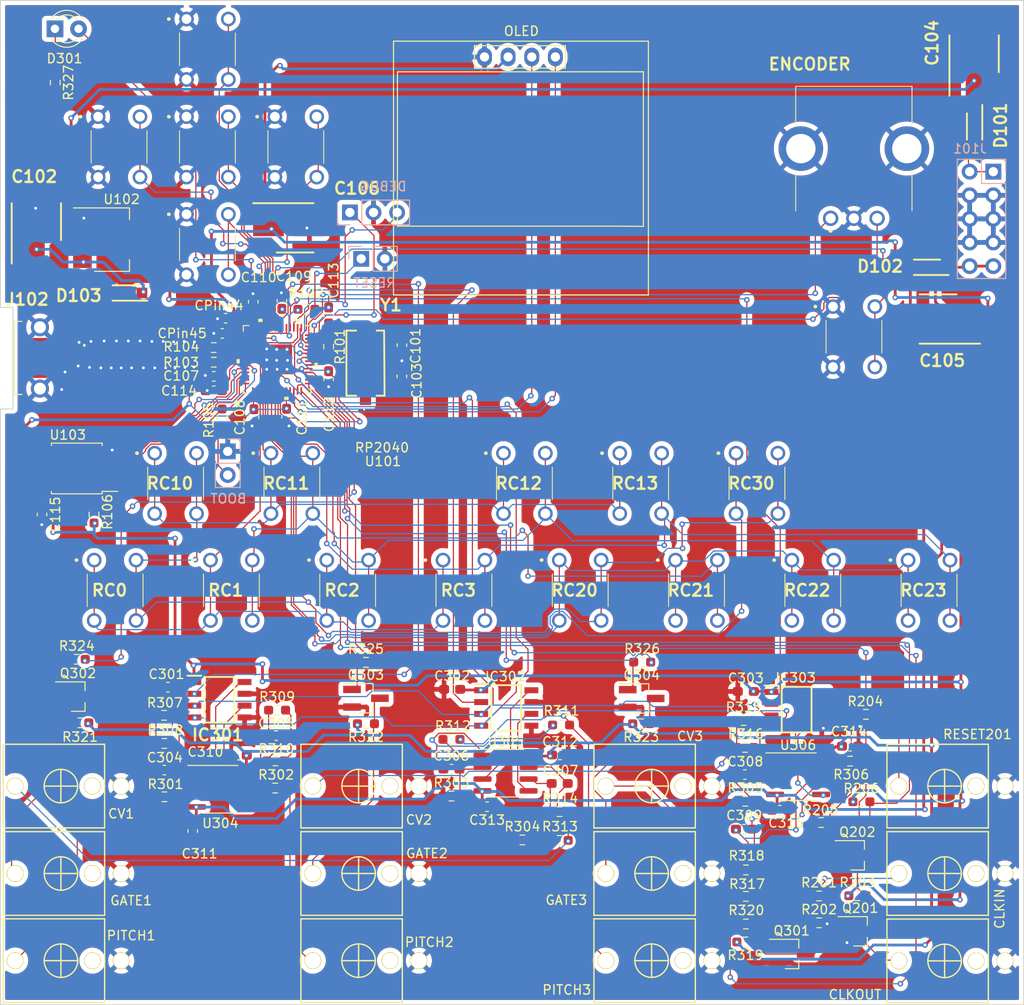
<source format=kicad_pcb>
(kicad_pcb (version 20211014) (generator pcbnew)
  (layers (0 "F.Cu" signal) (31 "B.Cu" signal) (34 "B.Paste" user) (35 "F.Paste" user) (36 "B.SilkS" user "B.Silkscreen") (37 "F.SilkS" user "F.Silkscreen") (38 "B.Mask" user) (39 "F.Mask" user) (44 "Edge.Cuts" user))
  (net 0 "")
  (net 1 "Net-(C101-Pad1)")
  (net 2 "GND")
  (net 3 "+12V")
  (net 4 "/GenMCU/Xin")
  (net 5 "-12V")
  (net 6 "+3V3")
  (net 7 "Net-(C113-Pad1)")
  (net 8 "Net-(C304-Pad1)")
  (net 9 "Net-(C304-Pad2)")
  (net 10 "Net-(C305-Pad1)")
  (net 11 "Net-(C305-Pad2)")
  (net 12 "Net-(C306-Pad1)")
  (net 13 "Net-(C306-Pad2)")
  (net 14 "Net-(C307-Pad1)")
  (net 15 "Net-(C307-Pad2)")
  (net 16 "Net-(C308-Pad1)")
  (net 17 "Net-(C308-Pad2)")
  (net 18 "Net-(C309-Pad1)")
  (net 19 "Net-(C309-Pad2)")
  (net 21 "Net-(CLOCK_IN201-Pad3)")
  (net 23 "Net-(CLOCK_OUT301-Pad3)")
  (net 25 "/GenOutput/CV1")
  (net 27 "/GenOutput/CV2")
  (net 29 "/GenOutput/CV3")
  (net 30 "OK")
  (net 31 "Net-(D301-Pad1)")
  (net 32 "LED")
  (net 33 "/GenMCU/SWDIO")
  (net 34 "/GenMCU/SWCLK")
  (net 35 "SDA")
  (net 36 "SCL")
  (net 38 "Net-(GATE1-Pad3)")
  (net 40 "Net-(GATE2-Pad3)")
  (net 42 "Net-(GATE3-Pad3)")
  (net 43 "CS0")
  (net 44 "SCK")
  (net 45 "MOSI")
  (net 46 "CS1")
  (net 47 "CS2")
  (net 48 "Net-(IC301-Pad6)")
  (net 49 "Net-(IC301-Pad8)")
  (net 50 "USB_D-")
  (net 51 "USB_D+")
  (net 53 "Net-(J103-Pad2)")
  (net 54 "UP")
  (net 56 "/GenOutput/pitch1")
  (net 58 "/GenOutput/pitch2")
  (net 60 "DOWN")
  (net 61 "Net-(Q201-Pad1)")
  (net 62 "CLOCK_IN")
  (net 63 "Net-(Q301-Pad1)")
  (net 64 "Net-(Q302-Pad1)")
  (net 65 "Net-(Q303-Pad1)")
  (net 66 "Net-(Q304-Pad1)")
  (net 67 "/GenMCU/Xout")
  (net 68 "/GenMCU/RUN")
  (net 69 "Net-(R103-Pad1)")
  (net 70 "Net-(R104-Pad2)")
  (net 71 "/GenMCU/QSPI_CS")
  (net 72 "CLOCK_OUT")
  (net 73 "GATE1")
  (net 74 "GATE2")
  (net 75 "GATE3")
  (net 76 "ROW0")
  (net 77 "COL0")
  (net 78 "COL1")
  (net 79 "COL2")
  (net 80 "COL3")
  (net 81 "ROW1")
  (net 82 "ROW2")
  (net 83 "ROW3")
  (net 84 "LEFT")
  (net 85 "SHIFT")
  (net 86 "/GenMCU/QSPI_SD1")
  (net 87 "/GenMCU/QSPI_SD2")
  (net 88 "/GenMCU/QSPI_SDO")
  (net 89 "/GenMCU/QSPI_SCLK")
  (net 90 "/GenMCU/QSPI_SD3")
  (net 91 "ENC1")
  (net 92 "ENC2")
  (net 93 "RIGHT")
  (net 94 "Net-(IC302-Pad6)")
  (net 95 "Net-(IC302-Pad8)")
  (net 96 "Net-(IC303-Pad6)")
  (net 97 "Net-(IC303-Pad8)")
  (net 98 "Net-(Q202-Pad1)")
  (net 99 "RESET")
  (net 100 "Net-(D101-Pad2)")
  (net 102 "/GenOutput/pitch3")
  (net 103 "Net-(D103-Pad2)")
  (net 104 "Net-(D102-Pad1)")
  (net 105 "Net-(R204-Pad1)")
  (footprint "Resistor_SMD:R_0603_1608Metric_Pad0.98x0.95mm_HandSolder" (layer "F.Cu") (at 129.5344 134.0166)
    (fp_text reference "R206")
    (fp_text value "10k")
  )
  (footprint "Capacitor_SMD:C_0603_1608Metric_Pad1.08x0.95mm_HandSolder" (layer "F.Cu") (at 64.1604 80.2386 -90)
    (fp_text reference "C110")
    (fp_text value "100n")
  )
  (footprint "Capacitor_SMD:C_0603_1608Metric_Pad1.08x0.95mm_HandSolder" (layer "F.Cu") (at 72.263 88.5709 90)
    (fp_text reference "C112")
    (fp_text value "100n")
  )
  (footprint "SamacSys:SOIC127P600X175-8N" (layer "F.Cu") (at 60.5237 123.0438)
    (fp_text reference "IC301")
    (fp_text value "MCP4822-E_SN" hide)
  )
  (footprint "Capacitor_SMD:C_0603_1608Metric_Pad1.08x0.95mm_HandSolder" (layer "F.Cu") (at 67.7418 92.6084 90)
    (fp_text reference "C111")
    (fp_text value "100n")
  )
  (footprint "Resistor_SMD:R_0603_1608Metric_Pad0.98x0.95mm_HandSolder" (layer "F.Cu") (at 93.091 138.1252)
    (fp_text reference "R304")
    (fp_text value "10k")
  )
  (footprint "SamacSys:SOD3716X120N" (layer "F.Cu") (at 136.5956 76.5364 180)
    (fp_text reference "D102")
    (fp_text value "SM5817PL-TP" hide)
  )
  (footprint "SamacSys:TL1105SPF160Q" (layer "F.Cu") (at 109.5604 108.0274)
    (fp_text reference "RC21")
    (fp_text value "TL1105SPF160Q" hide)
  )
  (footprint "Resistor_SMD:R_0603_1608Metric_Pad0.98x0.95mm_HandSolder" (layer "F.Cu") (at 97.251 125.7616)
    (fp_text reference "R311")
    (fp_text value "1k")
  )
  (footprint "Resistor_SMD:R_0603_1608Metric_Pad0.98x0.95mm_HandSolder" (layer "F.Cu") (at 105.9688 118.999)
    (fp_text reference "R326")
    (fp_text value "1k")
  )
  (footprint "SamacSys:TL1105SPF160Q" (layer "F.Cu") (at 66.0609 96.5274)
    (fp_text reference "RC11")
    (fp_text value "TL1105SPF160Q" hide)
  )
  (footprint "Eurocad:PJ301M-12" (layer "F.Cu") (at 138.4842 141.7344 90)
    (fp_text reference "CLKIN")
    (fp_text value "PJ301M-12")
  )
  (footprint "Package_SO:SOIC-8_3.9x4.9mm_P1.27mm" (layer "F.Cu") (at 60.5734 132.6704)
    (fp_text reference "U304")
    (fp_text value "TL072")
  )
  (footprint "Resistor_SMD:R_0603_1608Metric_Pad0.98x0.95mm_HandSolder" (layer "F.Cu") (at 125.2164 136.2518 180)
    (fp_text reference "R205")
    (fp_text value "1M")
  )
  (footprint "Resistor_SMD:R_0603_1608Metric_Pad0.98x0.95mm_HandSolder" (layer "F.Cu") (at 45.1885 118.6942)
    (fp_text reference "R324")
    (fp_text value "1k")
  )
  (footprint "SamacSys:CAPAE530X550N" (layer "F.Cu") (at 141.6558 54.229 90)
    (fp_text reference "C104")
    (fp_text value "10u" hide)
  )
  (footprint "Capacitor_SMD:C_0603_1608Metric_Pad1.08x0.95mm_HandSolder" (layer "F.Cu") (at 72.263 81.7118 90)
    (fp_text reference "C113")
    (fp_text value "100n")
  )
  (footprint "Resistor_SMD:R_0603_1608Metric_Pad0.98x0.95mm_HandSolder" (layer "F.Cu") (at 54.6044 127.7428 180)
    (fp_text reference "R308")
    (fp_text value "10k")
  )
  (footprint "Resistor_SMD:R_0603_1608Metric_Pad0.98x0.95mm_HandSolder" (layer "F.Cu") (at 97.0807 135.0772)
    (fp_text reference "R314")
    (fp_text value "10k")
  )
  (footprint "SamacSys:TL1105SPF160Q" (layer "F.Cu") (at 59.5609 108.0274)
    (fp_text reference "RC1")
    (fp_text value "TL1105SPF160Q" hide)
  )
  (footprint "Capacitor_SMD:C_0603_1608Metric_Pad1.08x0.95mm_HandSolder" (layer "F.Cu") (at 62.6054 129.0128 180)
    (fp_text reference "C310")
    (fp_text value "100n")
  )
  (footprint "SamacSys:TL1105SPF160Q" (layer "F.Cu") (at 56.9842 49.8344)
    (fp_text reference "UP201" hide)
    (fp_text value "TL1105SPF160Q" hide)
  )
  (footprint "Package_SO:SOIC-8_5.23x5.23mm_P1.27mm" (layer "F.Cu") (at 45.1866 98.171 180)
    (fp_text reference "U103")
    (fp_text value "W25Q128JVS")
  )
  (footprint "SamacSys:SOD3716X120N" (layer "F.Cu") (at 141.7066 61.3918 -90)
    (fp_text reference "D101")
    (fp_text value "SM5817PL-TP" hide)
  )
  (footprint "SamacSys:CAPAE530X550N" (layer "F.Cu") (at 138.44 82.099 180)
    (fp_text reference "C105")
    (fp_text value "10u" hide)
  )
  (footprint "SamacSys:TL1105SPF160Q" (layer "F.Cu") (at 66.4842 60.3344)
    (fp_text reference "RIGHT201" hide)
    (fp_text value "TL1105SPF160Q" hide)
  )
  (footprint "Resistor_SMD:R_0603_1608Metric_Pad0.98x0.95mm_HandSolder" (layer "F.Cu") (at 128.3152 129.6478 180)
    (fp_text reference "R306")
    (fp_text value "10k")
  )
  (footprint "Resistor_SMD:R_0603_1608Metric_Pad0.98x0.95mm_HandSolder" (layer "F.Cu") (at 124.9934 147.0406)
    (fp_text reference "R202")
    (fp_text value "1M")
  )
  (footprint "Resistor_SMD:R_0603_1608Metric_Pad0.98x0.95mm_HandSolder" (layer "F.Cu") (at 124.9878 144.1512)
    (fp_text reference "R201")
    (fp_text value "100k")
  )
  (footprint "SamacSys:TL1105SPF160Q" (layer "F.Cu") (at 72.0609 108.0274)
    (fp_text reference "RC2")
    (fp_text value "TL1105SPF160Q" hide)
  )
  (footprint "Capacitor_SMD:C_0603_1608Metric_Pad1.08x0.95mm_HandSolder" (layer "F.Cu") (at 85.5405 121.9262)
    (fp_text reference "C302")
    (fp_text value "100n")
  )
  (footprint "SamacSys:TL1105SPF160Q" (layer "F.Cu") (at 47.4842 60.3344)
    (fp_text reference "LEFT201" hide)
    (fp_text value "TL1105SPF160Q" hide)
  )
  (footprint "Resistor_SMD:R_0603_1608Metric_Pad0.98x0.95mm_HandSolder" (layer "F.Cu") (at 59.9186 85.1662)
    (fp_text reference "R104")
    (fp_text value "27.4")
  )
  (footprint "SamacSys:SOD3716X120N" (layer "F.Cu") (at 50.4444 79.2988 180)
    (fp_text reference "D103")
    (fp_text value "SM5817PL-TP" hide)
  )
  (footprint "SamacSys:CAPAE530X550N" (layer "F.Cu") (at 40.8432 72.2884 90)
    (fp_text reference "C102")
    (fp_text value "10u" hide)
  )
  (footprint "Package_TO_SOT_SMD:SOT-23_Handsoldering" (layer "F.Cu") (at 122.047 150.3934)
    (fp_text reference "Q301")
    (fp_text value "MMBT3904")
  )
  (footprint "Capacitor_SMD:C_0603_1608Metric_Pad1.08x0.95mm_HandSolder" (layer "F.Cu") (at 59.9186 89.8144 180)
    (fp_text reference "C114")
    (fp_text value "100n")
  )
  (footprint "Resistor_SMD:R_0603_1608Metric_Pad0.98x0.95mm_HandSolder" (layer "F.Cu") (at 117.0376 128.1746 180)
    (fp_text reference "R316")
    (fp_text value "10k")
  )
  (footprint "SamacSys:TL1105SPF160Q" (layer "F.Cu") (at 84.5609 108.0274)
    (fp_text reference "RC3")
    (fp_text value "TL1105SPF160Q" hide)
  )
  (footprint "Resistor_SMD:R_0603_1608Metric_Pad0.98x0.95mm_HandSolder" (layer "F.Cu") (at 60.8076 92.6846 90)
    (fp_text reference "R105")
    (fp_text value "1k")
  )
  (footprint "Capacitor_SMD:C_0603_1608Metric_Pad1.08x0.95mm_HandSolder" (layer "F.Cu") (at 116.9106 136.963)
    (fp_text reference "C309")
    (fp_text value "22p")
  )
  (footprint "Package_TO_SOT_SMD:SOT-23_Handsoldering" (layer "F.Cu") (at 105.918 122.9106)
    (fp_text reference "Q304")
    (fp_text value "MMBT3904")
  )
  (footprint "Resistor_SMD:R_0603_1608Metric_Pad0.98x0.95mm_HandSolder" (layer "F.Cu") (at 85.4673 133.407)
    (fp_text reference "R303")
    (fp_text value "10k")
  )
  (footprint "Resistor_SMD:R_0603_1608Metric_Pad0.98x0.95mm_HandSolder" (layer "F.Cu") (at 130.017 124.6186 180)
    (fp_text reference "R204")
    (fp_text value "100k")
  )
  (footprint "Eurocad:PJ301M-12" (layer "F.Cu") (at 43.4842 151.1108 90)
    (fp_text reference "PITCH1")
    (fp_text value "PJ301M-12")
  )
  (footprint "SamacSys:101181930001LF" (layer "F.Cu") (at 41.3004 86.2838 -90)
    (fp_text reference "J102")
    (fp_text value "10118193-0001LF" hide)
  )
  (footprint "Capacitor_SMD:C_0603_1608Metric_Pad1.08x0.95mm_HandSolder" (layer "F.Cu") (at 57.6524 137.1651 90)
    (fp_text reference "C311")
    (fp_text value "100n")
  )
  (footprint "RP2040:RP2040" (layer "F.Cu") (at 66.7258 86.4362 90)
    (fp_text reference "U101")
    (fp_text value "RP2040")
  )
  (footprint "Resistor_SMD:R_0603_1608Metric_Pad0.98x0.95mm_HandSolder" (layer "F.Cu") (at 45.5676 125.5268)
    (fp_text reference "R321")
    (fp_text value "10k")
  )
  (footprint "SamacSys:TL1105SPF160Q" (layer "F.Cu") (at 91.0609 96.5274)
    (fp_text reference "RC12")
    (fp_text value "TL1105SPF160Q" hide)
  )
  (footprint "SamacSys:SOIC127P600X175-8N" (layer "F.Cu") (at 122.5748 124.1106)
    (fp_text reference "IC303")
    (fp_text value "MCP4822-E_SN" hide)
  )
  (footprint "Resistor_SMD:R_0603_1608Metric_Pad0.98x0.95mm_HandSolder" (layer "F.Cu") (at 59.9186 86.741 180)
    (fp_text reference "R103")
    (fp_text value "27.4")
  )
  (footprint "SamacSys:TL1105SPF160Q" (layer "F.Cu") (at 134.5604 108.0274)
    (fp_text reference "RC23")
    (fp_text value "TL1105SPF160Q" hide)
  )
  (footprint "Resistor_SMD:R_0603_1608Metric_Pad0.98x0.95mm_HandSolder" (layer "F.Cu") (at 85.4654 127.311)
    (fp_text reference "R312")
    (fp_text value "10k")
  )
  (footprint "Eurocad:PJ301M-12" (layer "F.Cu") (at 75.4842 132.3344 90)
    (fp_text reference "CV2")
    (fp_text value "PJ301M-12")
  )
  (footprint "Eurocad:PJ301M-12" (layer "F.Cu") (at 43.4792 132.3344 90)
    (fp_text reference "CV1")
    (fp_text value "PJ301M-12")
  )
  (footprint "Capacitor_SMD:C_0603_1608Metric_Pad1.08x0.95mm_HandSolder" (layer "F.Cu") (at 54.6055 130.613 180)
    (fp_text reference "C304")
    (fp_text value "22p")
  )
  (footprint "Resistor_SMD:R_0603_1608Metric_Pad0.98x0.95mm_HandSolder" (layer "F.Cu") (at 66.7221 124.1614)
    (fp_text reference "R309")
    (fp_text value "1k")
  )
  (footprint "Capacitor_SMD:C_0603_1608Metric_Pad1.08x0.95mm_HandSolder" (layer "F.Cu") (at 61.1886 82.0166 180)
    (fp_text reference "CPin44")
    (fp_text value "1u")
  )
  (footprint "Capacitor_SMD:C_0603_1608Metric_Pad1.08x0.95mm_HandSolder" (layer "F.Cu") (at 117.0122 131.0956 180)
    (fp_text reference "C308")
    (fp_text value "22p")
  )
  (footprint "SamacSys:SOIC127P600X175-8N" (layer "F.Cu") (at 91.3582 123.9328)
    (fp_text reference "IC302")
    (fp_text value "MCP4822-E_SN" hide)
  )
  (footprint "LED_THT:LED_D3.0mm" (layer "F.Cu") (at 42.8392 50.8824)
    (fp_text reference "D301")
    (fp_text value "LED")
  )
  (footprint "Resistor_SMD:R_0603_1608Metric_Pad0.98x0.95mm_HandSolder" (layer "F.Cu") (at 72.263 85.0646 -90)
    (fp_text reference "R101")
    (fp_text value "1k")
  )
  (footprint "Resistor_SMD:R_0603_1608Metric_Pad0.98x0.95mm_HandSolder" (layer "F.Cu") (at 97.1042 138.176)
    (fp_text reference "R313")
    (fp_text value "1k")
  )
  (footprint "Package_TO_SOT_SMD:SOT-23_Handsoldering" (layer "F.Cu") (at 45.3136 122.7074)
    (fp_text reference "Q302")
    (fp_text value "MMBT3904")
  )
  (footprint "Capacitor_SMD:C_0603_1608Metric_Pad1.08x0.95mm_HandSolder" (layer "F.Cu") (at 89.2997 134.55 180)
    (fp_text reference "C313")
    (fp_text value "100n")
  )
  (footprint "Resistor_SMD:R_0603_1608Metric_Pad0.98x0.95mm_HandSolder" (layer "F.Cu") (at 117.0648 149.098 180)
    (fp_text reference "R319")
    (fp_text value "10k")
  )
  (footprint "Capacitor_SMD:C_0603_1608Metric_Pad1.08x0.95mm_HandSolder" (layer "F.Cu") (at 120.7714 134.931 180)
    (fp_text reference "C315")
    (fp_text value "100n")
  )
  (footprint "Resistor_SMD:R_0603_1608Metric_Pad0.98x0.95mm_HandSolder" (layer "F.Cu") (at 42.8752 56.6674 -90)
    (fp_text reference "R327")
    (fp_text value "CLR")
  )
  (footprint "SamacSys:TL1105SPF160Q" (layer "F.Cu") (at 122.0604 108.0274)
    (fp_text reference "RC22")
    (fp_text value "TL1105SPF160Q" hide)
  )
  (footprint "SamacSys:TL1105SPF160Q" (layer "F.Cu") (at 116.0609 96.5274)
    (fp_text reference "RC30")
    (fp_text value "TL1105SPF160Q" hide)
  )
  (footprint "Resistor_SMD:R_0603_1608Metric_Pad0.98x0.95mm_HandSolder" (layer "F.Cu") (at 105.8672 125.6284 180)
    (fp_text reference "R323")
    (fp_text value "10k")
  )
  (footprint "Resistor_SMD:R_0603_1608Metric_Pad0.98x0.95mm_HandSolder" (layer "F.Cu") (at 54.579 124.7202 180)
    (fp_text reference "R307")
    (fp_text value "1k")
  )
  (footprint "Capacitor_SMD:C_0603_1608Metric_Pad1.08x0.95mm_HandSolder" (layer "F.Cu") (at 80.137 88.265 90)
    (fp_text reference "C103")
    (fp_text value "27p")
  )
  (footprint "Package_SO:SOIC-8_3.9x4.9mm_P1.27mm" (layer "F.Cu") (at 91.282 130.9432)
    (fp_text reference "U305")
    (fp_text value "TL072")
  )
  (footprint "SamacSys:ABLS7M212000MHZD2YT" (layer "F.Cu") (at 76.2254 86.8426 90)
    (fp_text reference "Y1")
    (fp_text value "ABLS7M2-12.000MHZ-D-2Y-T" hide)
  )
  (footprint "Package_SO:SOIC-8_3.9x4.9mm_P1.27mm" (layer "F.Cu") (at 122.7272 131.3242)
    (fp_text reference "U306")
    (fp_text value "TL072")
  )
  (footprint "Capacitor_SMD:C_0603_1608Metric_Pad1.08x0.95mm_HandSolder" (layer "F.Cu") (at 67.2338 80.137 -90)
    (fp_text reference "C109")
    (fp_text value "100n")
  )
  (footprint "Resistor_SMD:R_0603_1608Metric_Pad0.98x0.95mm_HandSolder" (layer "F.Cu") (at 76.2781 119.0244)
    (fp_text reference "R325")
    (fp_text value "1k")
  )
  (footprint "Resistor_SMD:R_0603_1608Metric_Pad0.98x0.95mm_HandSolder" (layer "F.Cu") (at 117.1175 144.1958 180)
    (fp_text reference "R317")
    (fp_text value "1k")
  )
  (footprint "Eurocad:PJ301M-12" (layer "F.Cu") (at 106.9842 132.3344 90)
    (fp_text reference "CV3")
    (fp_text value "PJ301M-12")
  )
  (footprint "Capacitor_SMD:C_0603_1608Metric_Pad1.08x0.95mm_HandSolder" (layer "F.Cu") (at 97.1505 128.9874)
    (fp_text reference "C312")
    (fp_text value "100n")
  )
  (footprint "Capacitor_SMD:C_0603_1608Metric_Pad1.08x0.95mm_HandSolder" (layer "F.Cu") (at 97.1042 132.0546 180)
    (fp_text reference "C307")
    (fp_text value "22p")
  )
  (footprint "Capacitor_SMD:C_0603_1608Metric_Pad1.08x0.95mm_HandSolder" (layer "F.Cu") (at 64.2366 92.6603 90)
    (fp_text reference "C108")
    (fp_text value "100n")
  )
  (footprint "SamacSys:CAPAE530X550N" (layer "F.Cu") (at 67.9958 72.2884)
    (fp_text reference "C106")
    (fp_text value "10u" hide)
  )
  (footprint "Capacitor_SMD:C_0603_1608Metric_Pad1.08x0.95mm_HandSolder" (layer "F.Cu") (at 117.1138 122.1548)
    (fp_text reference "C303")
    (fp_text value "100n")
  )
  (footprint "SamacSys:TL1105SPF160Q" (layer "F.Cu") (at 53.5609 96.5274)
    (fp_text reference "RC10")
    (fp_text value "TL1105SPF160Q" hide)
  )
  (footprint "Eurocad:PJ301M-12" (layer "F.Cu") (at 106.9842 141.7344 90)
    (fp_text reference "GATE3")
    (fp_text value "PJ301M-12")
  )
  (footprint "SamacSys:TL1105SPF160Q" (layer "F.Cu") (at 56.9842 70.8344)
    (fp_text reference "DOWN201" hide)
    (fp_text value "TL1105SPF160Q" hide)
  )
  (footprint "Eurocad:PJ301M-12" (layer "F.Cu") (at 106.9842 151.1108 90)
    (fp_text reference "PITCH3")
    (fp_text value "PJ301M-12")
  )
  (footprint "Resistor_SMD:R_0603_1608Metric_Pad0.98x0.95mm_HandSolder" (layer "F.Cu") (at 47.0408 103.124 90)
    (fp_text reference "R106")
    (fp_text value "10k")
  )
  (footprint "Capacitor_SMD:C_0603_1608Metric_Pad1.08x0.95mm_HandSolder" (layer "F.Cu") (at 66.6197 126.9046)
    (fp_text reference "C305")
    (fp_text value "22p")
  )
  (footprint "Eurocad:PJ301M-12" (layer "F.Cu") (at 138.4842 151.1344 90)
    (fp_text reference "CLKOUT")
    (fp_text value "PJ301M-12")
  )
  (footprint "Resistor_SMD:R_0603_1608Metric_Pad0.98x0.95mm_HandSolder" (layer "F.Cu") (at 117.063 133.9658)
    (fp_text reference "R305")
    (fp_text value "10k")
  )
  (footprint "Resistor_SMD:R_0603_1608Metric_Pad0.98x0.95mm_HandSolder" (layer "F.Cu") (at 117.1213 141.351 180)
    (fp_text reference "R318")
    (fp_text value "10k")
  )
  (footprint "Resistor_SMD:R_0603_1608Metric_Pad0.98x0.95mm_HandSolder" (layer "F.Cu") (at 66.517 132.5434 180)
    (fp_text reference "R302")
    (fp_text value "10k")
  )
  (footprint "SamacSys:PEC11R4215FN0012" (layer "F.Cu") (at 128.727 63.7675)
    (fp_text reference "ENCODER")
    (fp_text value "PEC11R-4220F-N0024" hide)
  )
  (footprint "Package_TO_SOT_SMD:SOT-23_Handsoldering" (layer "F.Cu") (at 129.1026 139.7824)
    (fp_text reference "Q202")
    (fp_text value "MMBT3904")
  )
  (footprint "Oled:128x64OLED" (layer "F.Cu") (at 92.6386 64.5122)
    (fp_text reference "OLED")
    (fp_text value "SSD1306")
  )
  (footprint "Resistor_SMD:R_0603_1608Metric_Pad0.98x0.95mm_HandSolder" (layer "F.Cu") (at 76.2762 125.6284 180)
    (fp_text reference "R322")
    (fp_text value "10k")
  )
  (footprint "Eurocad:PJ301M-12" (layer "F.Cu") (at 138.4842 132.3344 90)
    (fp_text reference "RESET201")
    (fp_text value "PJ301M-12")
  )
  (footprint "SamacSys:TL1105SPF160Q" (layer "F.Cu") (at 97.0609 108.0274)
    (fp_text reference "RC20")
    (fp_text value "TL1105SPF160Q" hide)
  )
  (footprint "Package_TO_SOT_SMD:SOT-223-3_TabPin2" (layer "F.Cu") (at 48.9458 73.5584)
    (fp_text reference "U102")
    (fp_text value "NCP1117-3.3_SOT223")
  )
  (footprint "Package_TO_SOT_SMD:SOT-23_Handsoldering" (layer "F.Cu") (at 76.2762 122.8852)
    (fp_text reference "Q303")
    (fp_text value "MMBT3904")
  )
  (footprint "Capacitor_SMD:C_0603_1608Metric_Pad1.08x0.95mm_HandSolder" (layer "F.Cu") (at 54.9854 121.6976)
    (fp_text reference "C301")
    (fp_text value "100n")
  )
  (footprint "Eurocad:PJ301M-12" (layer "F.Cu") (at 75.4842 151.1108 90)
    (fp_text reference "PITCH2")
    (fp_text value "PJ301M-12")
  )
  (footprint "Capacitor_SMD:C_0603_1608Metric_Pad1.08x0.95mm_HandSolder" (layer "F.Cu") (at 80.137 84.9122 -90)
    (fp_text reference "C101")
    (fp_text value "27p")
  )
  (footprint "Capacitor_SMD:C_0603_1608Metric_Pad1.08x0.95mm_HandSolder" (layer "F.Cu") (at 85.4665 130.5114)
    (fp_text reference "C306")
    (fp_text value "22p")
  )
  (footprint "Resistor_SMD:R_0603_1608Metric_Pad0.98x0.95mm_HandSolder" (layer "F.Cu") (at 66.5424 129.6224)
    (fp_text reference "R310")
    (fp_text value "10k")
  )
  (footprint "Resistor_SMD:R_0603_1608Metric_Pad0.98x0.95mm_HandSolder" (layer "F.Cu") (at 54.6044 133.4832)
    (fp_text reference "R301")
    (fp_text value "10k")
  )
  (footprint "Capacitor_SMD:C_0603_1608Metric_Pad1.08x0.95mm_HandSolder" (layer "F.Cu") (at 128.3152 128.0476)
    (fp_text reference "C314")
    (fp_text value "100n")
  )
  (footprint "Capacitor_SMD:C_0603_1608Metric_Pad1.08x0.95mm_HandSolder" (layer "F.Cu") (at 59.9186 88.265)
    (fp_text reference "C107")
    (fp_text value "100n")
  )
  (footprint "SamacSys:TL1105SPF160Q" (layer "F.Cu") (at 126.485328 80.75841)
    (fp_text reference "SHIFT201" hide)
    (fp_text value "TL1105SPF160Q" hide)
  )
  (footprint "Resistor_SMD:R_0603_1608Metric_Pad0.98x0.95mm_HandSolder" (layer "F.Cu") (at 69.8754 81.0514)
    (fp_text reference "R102")
    (fp_text value "10k")
  )
  (footprint "Capacitor_SMD:C_0603_1608Metric_Pad1.08x0.95mm_HandSolder" (layer "F.Cu") (at 60.833 83.6422 180)
    (fp_text reference "CPin45")
    (fp_text value "1u")
  )
  (footprint "SamacSys:TL1105SPF160Q" (layer "F.Cu") (at 47.0609 108.0274)
    (fp_text reference "RC0")
    (fp_text value "TL1105SPF160Q" hide)
  )
  (footprint "Resistor_SMD:R_0603_1608Metric_Pad0.98x0.95mm_HandSolder" (layer "F.Cu") (at 117.1175 147.1676 180)
    (fp_text reference "R320")
    (fp_text value "1k")
  )
  (footprint "Package_TO_SOT_SMD:SOT-23_Handsoldering" (layer "F.Cu") (at 129.413 147.955)
    (fp_text reference "Q201")
    (fp_text value "MMBT3904")
  )
  (footprint "Eurocad:PJ301M-12" (layer "F.Cu") (at 75.4842 141.7344 90)
    (fp_text reference "GATE2")
    (fp_text value "PJ301M-12")
  )
  (footprint "SamacSys:TL1105SPF160Q" (layer "F.Cu") (at 56.9842 60.3344)
    (fp_text reference "OK201" hide)
    (fp_text value "TL1105SPF160Q" hide)
  )
  (footprint "Capacitor_SMD:C_0603_1608Metric_Pad1.08x0.95mm_HandSolder" (layer "F.Cu") (at 41.4528 103.124 -90)
    (fp_text reference "C115")
    (fp_text value "100n")
  )
  (footprint "SamacSys:TL1105SPF160Q" (layer "F.Cu") (at 103.5609 96.5274)
    (fp_text reference "RC13")
    (fp_text value "TL1105SPF160Q" hide)
  )
  (footprint "Resistor_SMD:R_0603_1608Metric_Pad0.98x0.95mm_HandSolder" (layer "F.Cu") (at 116.8852 125.279 180)
    (fp_text reference "R315")
    (fp_text value "1k")
  )
  (footprint "Resistor_SMD:R_0603_1608Metric_Pad0.98x0.95mm_HandSolder" (layer "F.Cu") (at 129.1045 144.1258)
    (fp_text reference "R203")
    (fp_text value "10k")
  )
  (footprint "Eurocad:PJ301M-12" (layer "F.Cu") (at 43.4842 141.7344 90)
    (fp_text reference "GATE1")
    (fp_text value "PJ301M-12")
  )
  (footprint "Connector_PinHeader_2.54mm:PinHeader_1x02_P2.54mm_Vertical" (layer "B.Cu") (at 61.4172 96.3372 180)
    (fp_text reference "BOOT")
    (fp_text value "BOOT")
  )
  (footprint "Connector_PinSocket_2.54mm:PinSocket_1x03_P2.54mm_Vertical" (layer "B.Cu") (at 74.549 70.6374 -90)
    (fp_text reference "DEBUG")
    (fp_text value "CONN1X3")
  )
  (footprint "Connector_PinHeader_2.54mm:PinHeader_2x05_P2.54mm_Vertical" (layer "B.Cu") (at 143.7182 66.2482 180)
    (fp_text reference "J101")
    (fp_text value "Conn_02x05_Odd_Even")
  )
  (footprint "Connector_PinHeader_2.54mm:PinHeader_1x02_P2.54mm_Vertical" (layer "B.Cu") (at 75.7632 75.6158 -90)
    (fp_text reference "RESET")
    (fp_text value "RESET")
  )
  (gr_line (start 146.9842 155.8344) (end 146.9842 47.8344) (layer "Edge.Cuts") (width 0.1))
  (gr_line (start 36.9898 91.7702) (end 36.9842 155.8344) (layer "Edge.Cuts") (width 0.1))
  (gr_line (start 146.9842 155.8344) (end 36.9842 155.8344) (layer "Edge.Cuts") (width 0.1))
  (gr_line (start 146.9842 47.8344) (end 36.9842 47.8344) (layer "Edge.Cuts") (width 0.1))
  (gr_line (start 38.3286 80.8482) (end 38.3286 91.7702) (layer "Edge.Cuts") (width 0.1))
  (gr_line (start 36.9898 80.8482) (end 36.9842 47.8344) (layer "Edge.Cuts") (width 0.1))
  (gr_line (start 38.3286 91.7702) (end 36.9898 91.7702) (layer "Edge.Cuts") (width 0.1))
  (gr_line (start 38.3286 80.8482) (end 36.9898 80.8482) (layer "Edge.Cuts") (width 0.1))
  (segment (start 79.9338 84.2518) (end 80.0862 84.0994) (width 0.127) (layer "F.Cu") (net 1))
  (segment (start 76.2762 84.2518) (end 79.9338 84.2518) (width 0.127) (layer "F.Cu") (net 1))
  (segment (start 80.0168 84.1688) (end 80.137 84.0486) (width 0.127) (layer "F.Cu") (net 1))
  (segment (start 74.5509 85.9771) (end 76.2762 84.2518) (width 0.127) (layer "F.Cu") (net 1))
  (segment (start 72.263 85.9771) (end 74.5509 85.9771) (width 0.127) (layer "F.Cu") (net 1))
  (segment (start 80.137 86.5886) (end 80.137 87.3506) (width 0.127) (layer "F.Cu") (net 2))
  (segment (start 72.263 80.8493) (end 72.263 77.851) (width 0.127) (layer "F.Cu") (net 2))
  (segment (start 70.1294 87.436201) (end 69.383399 87.436201) (width 0.127) (layer "F.Cu") (net 2))
  (segment (start 80.137 85.7747) (end 80.137 86.5886) (width 0.127) (layer "F.Cu") (net 2))
  (segment (start 80.137 87.3506) (end 80.0862 87.4014) (width 0.127) (layer "F.Cu") (net 2))
  (via (at 59.9186 83.6422) (size 0.6) (drill 0.3) (layers "F.Cu" "B.Cu") (net 2))
  (via (at 45.339 87.1474) (size 0.6) (drill 0.3) (layers "F.Cu" "B.Cu") (net 2))
  (via (at 66.675 86.5378) (size 0.6) (drill 0.3) (layers "F.Cu" "B.Cu") (net 2))
  (via (at 54.737 87.3506) (size 0.6) (drill 0.3) (layers "F.Cu" "B.Cu") (net 2))
  (via (at 59.0042 88.1634) (size 0.6) (drill 0.3) (layers "F.Cu" "B.Cu") (net 2))
  (via (at 43.5666 89.6812) (size 0.6) (drill 0.3) (layers "F.Cu" "B.Cu") (net 2))
  (via (at 48.9966 96.1898) (size 0.6) (drill 0.3) (layers "F.Cu" "B.Cu") (net 2))
  (via (at 72.263 80.8493) (size 0.6) (drill 0.3) (layers "F.Cu" "B.Cu") (net 2))
  (via (at 65.6082 85.3186) (size 0.6) (drill 0.3) (layers "F.Cu" "B.Cu") (net 2))
  (via (at 56.8198 87.2998) (size 0.6) (drill 0.3) (layers "F.Cu" "B.Cu") (net 2))
  (via (at 129.3622 125.9078) (size 0.6) (drill 0.3) (layers "F.Cu" "B.Cu") (net 2))
  (via (at 51.9938 84.455) (size 0.6) (drill 0.3) (layers "F.Cu" "B.Cu") (net 2))
  (via (at 41.4274 104.2162) (size 0.6) (drill 0.3) (layers "F.Cu" "B.Cu") (net 2))
  (via (at 56.7182 84.5058) (size 0.6) (drill 0.3) (layers "F.Cu" "B.Cu") (net 2))
  (via (at 49.4538 84.455) (size 0.6) (drill 0.3) (layers "F.Cu" "B.Cu") (net 2))
  (via (at 59.2074 89.789) (size 0.6) (drill 0.3) (layers "F.Cu" "B.Cu") (net 2))
  (via (at 67.8434 86.5378) (size 0.6) (drill 0.3) (layers "F.Cu" "B.Cu") (net 2))
  (via (at 53.2638 84.5058) (size 0.6) (drill 0.3) (layers "F.Cu" "B.Cu") (net 2))
  (via (at 69.3674 87.4522) (size 0.6) (drill 0.3) (layers "F.Cu" "B.Cu") (net 2))
  (via (at 50.7238 84.455) (size 0.6) (drill 0.3) (layers "F.Cu" "B.Cu") (net 2))
  (via (at 49.9618 87.3506) (size 0.6) (drill 0.3) (layers "F.Cu" "B.Cu") (net 2))
  (via (at 54.483 84.5058) (size 0.6) (drill 0.3) (layers "F.Cu" "B.Cu") (net 2))
  (via (at 80.137 86.5886) (size 0.6) (drill 0.3) (layers "F.Cu" "B.Cu") (net 2))
  (via (at 67.9958 93.599) (size 0.6) (drill 0.3) (layers "F.Cu" "B.Cu") (net 2))
  (via (at 52.3494 87.3506) (size 0.6) (drill 0.3) (layers "F.Cu" "B.Cu") (net 2))
  (via (at 127.9906 149.1742) (size 0.6) (drill 0.3) (layers "F.Cu" "B.Cu") (net 2))
  (via (at 48.895 87.3506) (size 0.6) (drill 0.3) (layers "F.Cu" "B.Cu") (net 2))
  (via (at 67.183 79.2734) (size 0.6) (drill 0.3) (layers "F.Cu" "B.Cu") (net 2))
  (via (at 40.767 70.1802) (size 0.6) (drill 0.3) (layers "F.Cu" "B.Cu") (net 2))
  (via (at 66.7258 87.503) (size 0.6) (drill 0.3) (layers "F.Cu" "B.Cu") (net 2))
  (via (at 60.325 82.0674) (size 0.6) (drill 0.3) (layers "F.Cu" "B.Cu") (net 2))
  (via (at 57.785 87.249) (size 0.6) (drill 0.3) (layers "F.Cu" "B.Cu") (net 2))
  (via (at 67.7926 85.3694) (size 0.6) (drill 0.3) (layers "F.Cu" "B.Cu") (net 2))
  (via (at 48.133 84.455) (size 0.6) (drill 0.3) (layers "F.Cu" "B.Cu") (net 2))
  (via (at 125.857 147.1422) (size 0.6) (drill 0.3) (layers "F.Cu" "B.Cu") (net 2))
  (via (at 64.0334 93.599) (size 0.6) (drill 0.3) (layers "F.Cu" "B.Cu") (net 2))
  (via (at 66.675 85.3694) (size 0.6) (drill 0.3) (layers "F.Cu" "B.Cu") (net 2))
  (via (at 53.5686 87.3506) (size 0.6) (drill 0.3) (layers "F.Cu" "B.Cu") (net 2))
  (via (at 65.6082 86.487) (size 0.6) (drill 0.3) (layers "F.Cu" "B.Cu") (net 2))
  (via (at 43.9222 87.8016) (size 0.6) (drill 0.3) (layers "F.Cu" "B.Cu") (net 2))
  (via (at 46.5582 87.2998) (size 0.6) (drill 0.3) (layers "F.Cu" "B.Cu") (net 2))
  (via (at 51.0794 87.3506) (size 0.6) (drill 0.3) (layers "F.Cu" "B.Cu") (net 2))
  (via (at 64.135 79.375) (size 0.6) (drill 0.3) (layers "F.Cu" "B.Cu") (net 2))
  (via (at 72.263 89.3826) (size 0.6) (drill 0.3) (layers "F.Cu" "B.Cu") (net 2))
  (via (at 55.753 87.3506) (size 0.6) (drill 0.3) (layers "F.Cu" "B.Cu") (net 2))
  (via (at 45.4406 84.6074) (size 0.6) (drill 0.3) (layers "F.Cu" "B.Cu") (net 2))
  (via (at 46.7106 84.5058) (size 0.6) (drill 0.3) (layers "F.Cu" "B.Cu") (net 2))
  (via (at 65.6082 87.503) (size 0.6) (drill 0.3) (layers "F.Cu" "B.Cu") (net 2))
  (via (at 57.8358 84.5566) (size 0.6) (drill 0.3) (layers "F.Cu" "B.Cu") (net 2))
  (via (at 69.9262 72.3138) (size 0.6) (drill 0.3) (layers "F.Cu" "B.Cu") (net 2))
  (via (at 47.7774 87.3506) (size 0.6) (drill 0.3) (layers "F.Cu" "B.Cu") (net 2))
  (via (at 125.4506 126.111) (size 0.6) (drill 0.3) (layers "F.Cu" "B.Cu") (net 2))
  (via (at 55.6006 84.5566) (size 0.6) (drill 0.3) (layers "F.Cu" "B.Cu") (net 2))
  (via (at 67.7926 87.503) (size 0.6) (drill 0.3) (layers "F.Cu" "B.Cu") (net 2))
  (via (at 45.9486 71.247) (size 0.6) (drill 0.3) (layers "F.Cu" "B.Cu") (net 2))
  (segment (start 67.7926 87.503) (end 69.3166 87.503) (width 0.127) (layer "B.Cu") (net 2))
  (segment (start 69.3166 87.503) (end 69.3674 87.4522) (width 0.127) (layer "B.Cu") (net 2))
  (segment (start 44.577 69.457622) (end 42.4434 71.591222) (width 0.3) (layer "F.Cu") (net 3))
  (segment (start 137.494089 80.250067) (end 138.166511 80.922489) (width 0.3) (layer "F.Cu") (net 3))
  (segment (start 96.0882 129.1082) (end 93.9038 129.1082) (width 0.3) (layer "F.Cu") (net 3))
  (segment (start 42.4434 71.591222) (end 42.4434 73.025) (width 0.3) (layer "F.Cu") (net 3))
  (segment (start 126.7714 128.0922) (end 125.349 129.5146) (width 0.3) (layer "F.Cu") (net 3))
  (segment (start 141.7066 59.6418) (end 137.494089 63.854311) (width 0.3) (layer "F.Cu") (net 3))
  (segment (start 138.166511 107.299089) (end 137.0838 108.3818) (width 0.3) (layer "F.Cu") (net 3))
  (segment (start 63.4238 130.6322) (end 63.2714 130.7846) (width 0.3) (layer "F.Cu") (net 3))
  (segment (start 137.0838 127.9398) (end 137.0838 148.717) (width 0.3) (layer "F.Cu") (net 3))
  (segment (start 137.0838 148.717) (end 136.3726 149.4282) (width 0.3) (layer "F.Cu") (net 3))
  (segment (start 63.4238 129.0574) (end 63.4238 130.6322) (width 0.3) (layer "F.Cu") (net 3))
  (segment (start 42.4434 73.025) (end 40.8686 74.5998) (width 0.3) (layer "F.Cu") (net 3))
  (segment (start 93.8022 129.0066) (end 93.853 129.0066) (width 0.3) (layer "F.Cu") (net 3))
  (segment (start 44.577 60.4774) (end 44.577 69.457622) (width 0.3) (layer "F.Cu") (net 3))
  (segment (start 141.6558 59.5122) (end 141.7066 59.563) (width 0.3) (layer "F.Cu") (net 3))
  (segment (start 137.0838 108.3818) (end 137.0838 127.9398) (width 0.3) (layer "F.Cu") (net 3))
  (segment (start 138.166511 80.922489) (end 138.166511 107.299089) (width 0.3) (layer "F.Cu") (net 3))
  (segment (start 127.381 128.0922) (end 126.7714 128.0922) (width 0.3) (layer "F.Cu") (net 3))
  (segment (start 141.6558 56.4642) (end 141.6558 59.5122) (width 0.3) (layer "F.Cu") (net 3))
  (segment (start 93.9038 129.1082) (end 93.8022 129.0066) (width 0.3) (layer "F.Cu") (net 3))
  (segment (start 137.494089 63.854311) (end 137.494089 80.250067) (width 0.3) (layer "F.Cu") (net 3))
  (via (at 141.6558 56.4642) (size 0.6) (drill 0.3) (layers "F.Cu" "B.Cu") (net 3))
  (via (at 52.3494 79.1718) (size 0.6) (drill 0.3) (layers "F.Cu" "B.Cu") (net 3))
  (via (at 136.3726 149.4282) (size 0.6) (drill 0.3) (layers "F.Cu" "B.Cu") (net 3))
  (via (at 137.0838 127.9398) (size 0.6) (drill 0.3) (layers "F.Cu" "B.Cu") (net 3))
  (via (at 46.4058 125.603) (size 0.6) (drill 0.3) (layers "F.Cu" "B.Cu") (net 3))
  (via (at 44.577 60.4774) (size 0.6) (drill 0.3) (layers "F.Cu" "B.Cu") (net 3))
  (via (at 127.381 128.0922) (size 0.6) (drill 0.3) (layers "F.Cu" "B.Cu") (net 3))
  (via (at 45.8978 75.9714) (size 0.6) (drill 0.3) (layers "F.Cu" "B.Cu") (net 3))
  (via (at 96.0882 129.1082) (size 0.6) (drill 0.3) (layers "F.Cu" "B.Cu") (net 3))
  (via (at 75.3618 125.7554) (size 0.6) (drill 0.3) (layers "F.Cu" "B.Cu") (net 3))
  (via (at 116.1542 149.1234) (size 0.6) (drill 0.3) (layers "F.Cu" "B.Cu") (net 3))
  (via (at 40.8686 74.5998) (size 0.6) (drill 0.3) (layers "F.Cu" "B.Cu") (net 3))
  (via (at 63.4238 129.0574) (size 0.6) (drill 0.3) (layers "F.Cu" "B.Cu") (net 3))
  (via (at 104.9274 125.7046) (size 0.6) (drill 0.3) (layers "F.Cu" "B.Cu") (net 3))
  (segment (start 141.6558 56.4642) (end 140.721589 57.398411) (width 0.3) (layer "B.Cu") (net 3))
  (segment (start 75.9968 126.8476) (end 75.3618 126.2126) (width 0.3) (layer "B.Cu") (net 3))
  (segment (start 130.429 127.0762) (end 127.9398 127.0762) (width 0.3) (layer "B.Cu") (net 3))
  (segment (start 97.0534 127.6858) (end 96.0882 128.651) (width 0.3) (layer "B.Cu") (net 3))
  (segment (start 47.0662 126.2634) (end 55.8038 126.2634) (width 0.3) (layer "B.Cu") (net 3))
  (segment (start 131.2926 127.9398) (end 130.429 127.0762) (width 0.3) (layer "B.Cu") (net 3))
  (segment (start 116.3066 127.127) (end 116.205 127.0254) (width 0.3) (layer "B.Cu") (net 3))
  (segment (start 63.881 128.6002) (end 63.4238 129.0574) (width 0.3) (layer "B.Cu") (net 3))
  (segment (start 52.3494 78.4606) (end 52.3494 79.1718) (width 0.3) (layer "B.Cu") (net 3))
  (segment (start 137.0838 127.9398) (end 131.2926 127.9398) (width 0.3) (layer "B.Cu") (net 3))
  (segment (start 116.205 127.0254) (end 115.8494 126.6698) (width 0.3) (layer "B.Cu") (net 3))
  (segment (start 104.9274 125.7046) (end 103.505 125.7046) (width 0.3) (layer "B.Cu") (net 3))
  (segment (start 81.0006 126.873) (end 76.0222 126.873) (width 0.3) (layer "B.Cu") (net 3))
  (segment (start 48.0314 75.9714) (end 50.0126 77.9526) (width 0.3) (layer "B.Cu") (net 3))
  (segment (start 130.8354 149.4282) (end 129.3114 150.9522) (width 0.3) (layer "B.Cu") (net 3))
  (segment (start 76.0222 126.873) (end 75.9968 126.8476) (width 0.3) (layer "B.Cu") (net 3))
  (segment (start 96.0882 128.651) (end 96.0882 129.1082) (width 0.3) (layer "B.Cu") (net 3))
  (segment (start 127.9398 127.0762) (end 127.889 127.127) (width 0.3) (layer "B.Cu") (net 3))
  (segment (start 127.889 127.127) (end 127.8382 127.1778) (width 0.3) (layer "B.Cu") (net 3))
  (segment (start 129.3114 150.9522) (end 117.983 150.9522) (width 0.3) (layer "B.Cu") (net 3))
  (segment (start 101.5238 127.6858) (end 103.505 125.7046) (width 0.3) (layer "B.Cu") (net 3))
  (segment (start 51.8414 77.9526) (end 52.3494 78.4606) (width 0.3) (layer "B.Cu") (net 3))
  (segment (start 71.7296 126.8476) (end 69.977 128.6002) (width 0.3) (layer "B.Cu") (net 3))
  (segment (start 105.8418 126.6698) (end 104.9274 125.7554) (width 0.3) (layer "B.Cu") (net 3))
  (segment (start 82.7278 128.6002) (end 81.0006 126.873) (width 0.3) (layer "B.Cu") (net 3))
  (segment (start 115.8494 126.6698) (end 105.8418 126.6698) (width 0.3) (layer "B.Cu") (net 3))
  (segment (start 127.8382 127.1778) (end 127.381 127.635) (width 0.3) (layer "B.Cu") (net 3))
  (segment (start 101.5238 127.6858) (end 97.0534 127.6858) (width 0.3) (layer "B.Cu") (net 3))
  (segment (start 117.983 150.9522) (end 116.1542 149.1234) (width 0.3) (layer "B.Cu") (net 3))
  (segment (start 63.119 128.6002) (end 69.977 128.6002) (width 0.3) (layer "B.Cu") (net 3))
  (segment (start 88.901166 128.6002) (end 82.7278 128.6002) (width 0.3) (layer "B.Cu") (net 3))
  (segment (start 75.9968 126.8476) (end 71.7296 126.8476) (width 0.3) (layer "B.Cu") (net 3))
  (segment (start 89.815566 127.6858) (end 88.901166 128.6002) (width 0.3) (layer "B.Cu") (net 3))
  (segment (start 62.2046 127.6858) (end 63.119 128.6002) (width 0.3) (layer "B.Cu") (net 3))
  (segment (start 50.0126 77.9526) (end 51.8414 77.9526) (width 0.3) (layer "B.Cu") (net 3))
  (segment (start 45.8978 75.9714) (end 48.0314 75.9714) (width 0.3) (layer "B.Cu") (net 3))
  (segment (start 55.8038 126.2634) (end 57.2262 127.6858) (width 0.3) (layer "B.Cu") (net 3))
  (segment (start 43.7134 75.9714) (end 45.8978 75.9714) (width 0.3) (layer "B.Cu") (net 3))
  (segment (start 42.3418 74.5998) (end 43.7134 75.9714) (width 0.3) (layer "B.Cu") (net 3))
  (segment (start 127.381 127.635) (end 127.381 128.0922) (width 0.3) (layer "B.Cu") (net 3))
  (segment (start 140.721589 57.398411) (end 47.655989 57.398411) (width 0.3) (layer "B.Cu") (net 3))
  (segment (start 104.9274 125.7554) (end 104.9274 125.7046) (width 0.3) (layer "B.Cu") (net 3))
  (segment (start 136.3726 149.4282) (end 130.8354 149.4282) (width 0.3) (layer "B.Cu") (net 3))
  (segment (start 47.655989 57.398411) (end 44.577 60.4774) (width 0.3) (layer "B.Cu") (net 3))
  (segment (start 47.0662 126.2634) (end 46.4058 125.603) (width 0.3) (layer "B.Cu") (net 3))
  (segment (start 127.889 127.127) (end 116.3066 127.127) (width 0.3) (layer "B.Cu") (net 3))
  (segment (start 40.8686 74.5998) (end 42.3418 74.5998) (width 0.3) (layer "B.Cu") (net 3))
  (segment (start 75.3618 126.2126) (end 75.3618 125.7554) (width 0.3) (layer "B.Cu") (net 3))
  (segment (start 57.2262 127.6858) (end 62.2046 127.6858) (width 0.3) (layer "B.Cu") (net 3))
  (segment (start 97.0534 127.6858) (end 89.815566 127.6858) (width 0.3) (layer "B.Cu") (net 3))
  (segment (start 70.6628 87.036199) (end 70.718119 86.98088) (width 0.127) (layer "F.Cu") (net 4))
  (segment (start 73.7362 86.741) (end 76.664 89.6688) (width 0.127) (layer "F.Cu") (net 4))
  (segment (start 71.9582 86.741) (end 73.7362 86.741) (width 0.127) (layer "F.Cu") (net 4))
  (segment (start 79.6984 89.6688) (end 80.1878 89.1794) (width 0.127) (layer "F.Cu") (net 4))
  (segment (start 76.664 89.6688) (end 79.6984 89.6688) (width 0.127) (layer "F.Cu") (net 4))
  (segment (start 71.71832 86.98088) (end 71.9582 86.741) (width 0.127) (layer "F.Cu") (net 4))
  (segment (start 70.718119 86.98088) (end 71.71832 86.98088) (width 0.127) (layer "F.Cu") (net 4))
  (segment (start 70.1294 87.036199) (end 70.6628 87.036199) (width 0.127) (layer "F.Cu") (net 4))
  (segment (start 134.7978 80.6958) (end 136.3218 82.2198) (width 0.3) (layer "F.Cu") (net 5))
  (segment (start 136.24 82.099) (end 136.24 134.716) (width 0.3) (layer "F.Cu") (net 5))
  (segment (start 88.773 134.2898) (end 88.4174 134.6454) (width 0.3) (layer "F.Cu") (net 5))
  (segment (start 120.4722 134.3406) (end 119.9642 134.8486) (width 0.3) (layer "F.Cu") (net 5))
  (segment (start 134.7978 76.5302) (end 134.7978 80.6958) (width 0.3) (layer "F.Cu") (net 5))
  (segment (start 88.773 132.9182) (end 88.773 134.2898) (width 0.3) (layer "F.Cu") (net 5))
  (segment (start 120.4722 133.3246) (end 120.4722 134.3406) (width 0.3) (layer "F.Cu") (net 5))
  (segment (start 136.24 134.716) (end 136.3726 134.8486) (width 0.3) (layer "F.Cu") (net 5))
  (segment (start 58.039 136.017) (end 57.6834 136.3726) (width 0.3) (layer "F.Cu") (net 5))
  (segment (start 58.039 134.5946) (end 58.039 136.017) (width 0.3) (layer "F.Cu") (net 5))
  (via (at 88.773 132.9182) (size 0.6) (drill 0.3) (layers "F.Cu" "B.Cu") (net 5))
  (via (at 136.3726 134.8486) (size 0.6) (drill 0.3) (layers "F.Cu" "B.Cu") (net 5))
  (via (at 58.039 134.5946) (size 0.6) (drill 0.3) (layers "F.Cu" "B.Cu") (net 5))
  (via (at 120.4722 133.3246) (size 0.6) (drill 0.3) (layers "F.Cu" "B.Cu") (net 5))
  (segment (start 115.697 132.715) (end 118.999 132.715) (width 0.3) (layer "B.Cu") (net 5))
  (segment (start 119.1006 132.8166) (end 118.999 132.715) (width 0.3) (layer "B.Cu") (net 5))
  (segment (start 120.4722 133.3246) (end 119.6086 133.3246) (width 0.3) (layer "B.Cu") (net 5))
  (segment (start 88.773 132.9182) (end 87.9094 132.0546) (width 0.3) (layer "B.Cu") (net 5))
  (segment (start 122.4026 133.3246) (end 120.4722 133.3246) (width 0.3) (layer "B.Cu") (net 5))
  (segment (start 68.7578 133.731) (end 82.5246 133.731) (width 0.3) (layer "B.Cu") (net 5))
  (segment (start 91.567 133.8834) (end 114.5286 133.8834) (width 0.3) (layer "B.Cu") (net 5))
  (segment (start 60.9854 134.5946) (end 58.039 134.5946) (width 0.3) (layer "B.Cu") (net 5))
  (segment (start 136.3726 134.8486) (end 123.9266 134.8486) (width 0.3) (layer "B.Cu") (net 5))
  (segment (start 66.675 135.8138) (end 62.2046 135.8138) (width 0.3) (layer "B.Cu") (net 5))
  (segment (start 119.6086 133.3246) (end 119.1006 132.8166) (width 0.3) (layer "B.Cu") (net 5))
  (segment (start 114.5286 133.8834) (end 115.697 132.715) (width 0.3) (layer "B.Cu") (net 5))
  (segment (start 62.2046 135.8138) (end 62.103 135.7122) (width 0.3) (layer "B.Cu") (net 5))
  (segment (start 90.6018 132.9182) (end 88.773 132.9182) (width 0.3) (layer "B.Cu") (net 5))
  (segment (start 84.4042 132.5626) (end 83.693 132.5626) (width 0.3) (layer "B.Cu") (net 5))
  (segment (start 68.7578 133.731) (end 66.675 135.8138) (width 0.3) (layer "B.Cu") (net 5))
  (segment (start 62.103 135.7122) (end 60.9854 134.5946) (width 0.3) (layer "B.Cu") (net 5))
  (segment (start 83.693 132.5626) (end 82.5246 133.731) (width 0.3) (layer "B.Cu") (net 5))
  (segment (start 122.4026 133.3246) (end 123.9266 134.8486) (width 0.3) (layer "B.Cu") (net 5))
  (segment (start 90.6018 132.9182) (end 91.567 133.8834) (width 0.3) (layer "B.Cu") (net 5))
  (segment (start 84.4042 132.5626) (end 84.9122 132.0546) (width 0.3) (layer "B.Cu") (net 5))
  (segment (start 84.9122 132.0546) (end 87.9094 132.0546) (width 0.3) (layer "B.Cu") (net 5))
  (segment (start 119.8118 122.1486) (end 117.9322 122.1486) (width 0.3) (layer "F.Cu") (net 6))
  (segment (start 62.0522 80.9498) (end 62.0522 82.1182) (width 0.3) (layer "F.Cu") (net 6))
  (segment (start 69.2658 86.4362) (end 69.469 86.233) (width 0.127) (layer "F.Cu") (net 6))
  (segment (start 67.725801 91.703401) (end 67.7418 91.7194) (width 0.127) (layer "F.Cu") (net 6))
  (segment (start 59.9694 89.0778) (end 60.7314 88.3158) (width 0.127) (layer "F.Cu") (net 6))
  (segment (start 39.6494 93.6498) (end 40.3606 92.9386) (width 0.3) (layer "F.Cu") (net 6))
  (segment (start 68.0466 83.8962) (end 68.0466 83.8454) (width 0.127) (layer "F.Cu") (net 6))
  (segment (start 55.1942 79.883) (end 55.0926 79.9846) (width 0.3) (layer "F.Cu") (net 6))
  (segment (start 55.753 117.3734) (end 55.753 105.6894) (width 0.3) (layer "F.Cu") (net 6))
  (segment (start 63.3222 86.2362) (end 63.3222 85.8774) (width 0.127) (layer "F.Cu") (net 6))
  (segment (start 63.3222 86.2362) (end 62.706482 86.2362) (width 0.127) (layer "F.Cu") (net 6))
  (segment (start 51.9938 73.6854) (end 55.1942 76.8858) (width 0.3) (layer "F.Cu") (net 6))
  (segment (start 57.277 90.451396) (end 57.277 91.2114) (width 0.127) (layer "F.Cu") (net 6))
  (segment (start 67.830211 83.629011) (end 64.246888 83.629011) (width 0.127) (layer "F.Cu") (net 6))
  (segment (start 41.4274 102.1334) (end 41.4274 100.1522) (width 0.3) (layer "F.Cu") (net 6))
  (segment (start 140.2334 104.6734) (end 140.2334 121.1326) (width 0.3) (layer "F.Cu") (net 6))
  (segment (start 59.6646 78.5622) (end 59.6646 72.6694) (width 0.3) (layer "F.Cu") (net 6))
  (segment (start 41.4782 102.1842) (end 41.4274 102.1334) (width 0.3) (layer "F.Cu") (net 6))
  (segment (start 64.246888 83.629011) (end 64.135 83.517123) (width 0.127) (layer "F.Cu") (net 6))
  (segment (start 119.8626 122.1994) (end 119.8118 122.1486) (width 0.3) (layer "F.Cu") (net 6))
  (segment (start 55.1942 76.8858) (end 55.1942 79.883) (width 0.3) (layer "F.Cu") (net 6))
  (segment (start 64.135 83.517123) (end 64.135 81.2546) (width 0.127) (layer "F.Cu") (net 6))
  (segment (start 65.420189 56.245811) (end 66.8274 54.8386) (width 0.3) (layer "F.Cu") (net 6))
  (segment (start 66.1162 72.4154) (end 65.420189 71.719389) (width 0.3) (layer "F.Cu") (net 6))
  (segment (start 41.5866 100.076) (end 41.0464 100.076) (width 0.3) (layer "F.Cu") (net 6))
  (segment (start 140.1318 134.1882) (end 140.1318 144.3482) (width 0.3) (layer "F.Cu") (net 6))
  (segment (start 61.6458 80.5434) (end 62.0522 80.9498) (width 0.3) (layer "F.Cu") (net 6))
  (segment (start 140.2334 104.6734) (end 143.129 101.7778) (width 0.3) (layer "F.Cu") (net 6))
  (segment (start 64.1258 83.0418) (end 63.3222 83.8454) (width 0.127) (layer "F.Cu") (net 6))
  (segment (start 67.725801 89.8398) (end 67.725801 91.703401) (width 0.127) (layer "F.Cu") (net 6))
  (segment (start 66.8274 54.8386) (end 67.0306 54.8386) (width 0.3) (layer "F.Cu") (net 6))
  (segment (start 42.6466 103.3526) (end 41.4782 102.1842) (width 0.3) (layer "F.Cu") (net 6))
  (segment (start 75.565 92.7862) (end 75.6158 92.837) (width 0.127) (layer "F.Cu") (net 6))
  (segment (start 143.129 79.883) (end 143.129 101.7778) (width 0.3) (layer "F.Cu") (net 6))
  (segment (start 57.785 119.4054) (end 57.785 121.2342) (width 0.3) (layer "F.Cu") (net 6))
  (segment (start 75.6158 92.837) (end 75.6158 93.1418) (width 0.127) (layer "F.Cu") (net 6))
  (segment (start 67.725801 83.0326) (end 67.725801 83.566) (width 0.127) (layer "F.Cu") (net 6))
  (segment (start 41.0464 100.076) (end 39.6494 98.679) (width 0.3) (layer "F.Cu") (net 6))
  (segment (start 57.7342 119.3546) (end 55.753 117.3734) (width 0.3) (layer "F.Cu") (net 6))
  (segment (start 65.151 121.0818) (end 65.151 119.2022) (width 0.3) (layer "F.Cu") (net 6))
  (segment (start 133.1722 73.8378) (end 133.1722 79.7814) (width 0.3) (layer "F.Cu") (net 6))
  (segment (start 69.469 86.233) (end 70.1802 86.233) (width 0.127) (layer "F.Cu") (net 6))
  (segment (start 73.3806 88.9254) (end 73.3806 90.805) (width 0.127) (layer "F.Cu") (net 6))
  (segment (start 39.6494 98.679) (end 39.6494 93.6498) (width 0.3) (layer "F.Cu") (net 6))
  (segment (start 58.650596 89.0778) (end 57.277 90.451396) (width 0.127) (layer "F.Cu") (net 6))
  (segment (start 62.356792 86.38269) (end 61.0362 87.703282) (width 0.127) (layer "F.Cu") (net 6))
  (segment (start 57.785 121.2342) (end 57.4294 121.5898) (width 0.3) (layer "F.Cu") (net 6))
  (segment (start 63.3222 83.8362) (end 63.3222 84.3026) (width 0.127) (layer "F.Cu") (net 6))
  (segment (start 140.2334 133.7818) (end 140.3858 133.9342) (width 0.3) (layer "F.Cu") (net 6))
  (segment (start 73.3806 90.805) (end 75.3618 92.7862) (width 0.127) (layer "F.Cu") (net 6))
  (segment (start 63.3222 83.2877) (end 63.3222 83.8454) (width 0.127) (layer "F.Cu") (net 6))
  (segment (start 63.3222 85.8774) (end 63.3222 85.8266) (width 0.127) (layer "F.Cu") (net 6))
  (segment (start 58.650596 89.0778) (end 59.9694 89.0778) (width 0.127) (layer "F.Cu") (net 6))
  (segment (start 62.559992 86.38269) (end 62.356792 86.38269) (width 0.127) (layer "F.Cu") (net 6))
  (segment (start 140.1318 144.3482) (end 140.1318 144.5514) (width 0.3) (layer "F.Cu") (net 6))
  (segment (start 57.4294 121.5898) (end 55.9562 121.5898) (width 0.3) (layer "F.Cu") (net 6))
  (segment (start 72.2122 87.757) (end 73.3806 88.9254) (width 0.127) (layer "F.Cu") (net 6))
  (segment (start 68.0466 83.8454) (end 67.830211 83.629011) (width 0.127) (layer "F.Cu") (net 6))
  (segment (start 62.706482 86.2362) (end 62.559992 86.38269) (width 0.127) (layer "F.Cu") (net 6))
  (segment (start 64.1858 91.821) (end 64.1858 89.9414) (width 0.127) (layer "F.Cu") (net 6))
  (segment (start 62.0511 82.0166) (end 63.3222 83.2877) (width 0.127) (layer "F.Cu") (net 6))
  (segment (start 65.420189 71.719389) (end 65.420189 56.245811) (width 0.3) (layer "F.Cu") (net 6))
  (segment (start 51.8922 73.5838) (end 51.9938 73.6854) (width 0.3) (layer "F.Cu") (net 6))
  (segment (start 61.6458 80.5434) (end 59.6646 78.5622) (width 0.3) (layer "F.Cu") (net 6))
  (segment (start 140.3858 133.9342) (end 140.1318 134.1882) (width 0.3) (layer "F.Cu") (net 6))
  (segment (start 57.7342 119.3546) (end 57.785 119.4054) (width 0.3) (layer "F.Cu") (net 6))
  (segment (start 86.5378 121.9962) (end 86.4362 121.8946) (width 0.3) (layer "F.Cu") (net 6))
  (segment (start 42.6466 105.029) (end 42.6466 103.3526) (width 0.3) (layer "F.Cu") (net 6))
  (segment (start 45.9994 73.5838) (end 51.8922 73.5838) (width 0.3) (layer "F.Cu") (net 6))
  (segment (start 75.3618 92.7862) (end 75.565 92.7862) (width 0.127) (layer "F.Cu") (net 6))
  (segment (start 64.1258 83.0326) (end 64.1258 83.0418) (width 0.127) (layer "F.Cu") (net 6))
  (segment (start 140.2334 121.1326) (end 140.2334 133.7818) (width 0.3) (layer "F.Cu") (net 6))
  (segment (start 61.0362 87.703282) (end 61.0362 88.265) (width 0.127) (layer "F.Cu") (net 6))
  (segment (start 88.6206 121.9962) (end 86.5378 121.9962) (width 0.3) (layer "F.Cu") (net 6))
  (via (at 57.277 91.2114) (size 0.6) (drill 0.3) (layers "F.Cu" "B.Cu") (net 6))
  (via (at 72.2122 87.757) (size 0.6) (drill 0.3) (layers "F.Cu" "B.Cu") (net 6))
  (via (at 133.1722 73.8378) (size 0.6) (drill 0.3) (layers "F.Cu" "B.Cu") (net 6))
  (via (at 64.1858 91.821) (size 0.6) (drill 0.3) (layers "F.Cu" "B.Cu") (net 6))
  (via (at 68.961 81.153) (size 0.6) (drill 0.3) (layers "F.Cu" "B.Cu") (net 6))
  (via (at 65.151 119.2022) (size 0.6) (drill 0.3) (layers "F.Cu" "B.Cu") (net 6))
  (via (at 119.8626 122.1994) (size 0.6) (drill 0.3) (layers "F.Cu" "B.Cu") (net 6))
  (via (at 61.6458 80.5434) (size 0.6) (drill 0.3) (layers "F.Cu" "B.Cu") (net 6))
  (via (at 66.1162 72.4154) (size 0.6) (drill 0.3) (layers "F.Cu" "B.Cu") (net 6))
  (via (at 40.3606 92.9386) (size 0.6) (drill 0.3) (layers "F.Cu" "B.Cu") (net 6))
  (via (at 42.6466 105.029) (size 0.6) (drill 0.3) (layers "F.Cu" "B.Cu") (net 6))
  (via (at 133.1722 79.7814) (size 0.6) (drill 0.3) (layers "F.Cu" "B.Cu") (net 6))
  (via (at 140.1318 144.5514) (size 0.6) (drill 0.3) (layers "F.Cu" "B.Cu") (net 6))
  (via (at 128.651 134.0358) (size 0.6) (drill 0.3) (layers "F.Cu" "B.Cu") (net 6))
  (via (at 88.6206 121.9962) (size 0.6) (drill 0.3) (layers "F.Cu" "B.Cu") (net 6))
  (via (at 68.0466 83.8962) (size 0.6) (drill 0.3) (layers "F.Cu" "B.Cu") (net 6))
  (via (at 140.2334 121.1326) (size 0.6) (drill 0.3) (layers "F.Cu" "B.Cu") (net 6))
  (via (at 59.6646 72.6694) (size 0.6) (drill 0.3) (layers "F.Cu" "B.Cu") (net 6))
  (via (at 47.117 104.0638) (size 0.6) (drill 0.3) (layers "F.Cu" "B.Cu") (net 6))
  (via (at 55.753 105.6894) (size 0.6) (drill 0.3) (layers "F.Cu" "B.Cu") (net 6))
  (via (at 117.9322 122.1486) (size 0.6) (drill 0.3) (layers "F.Cu" "B.Cu") (net 6))
  (via (at 57.7342 119.3546) (size 0.6) (drill 0.3) (layers "F.Cu" "B.Cu") (net 6))
  (via (at 143.129 79.883) (size 0.6) (drill 0.3) (layers "F.Cu" "B.Cu") (net 6))
  (via (at 67.0306 54.8386) (size 0.6) (drill 0.3) (layers "F.Cu" "B.Cu") (net 6))
  (via (at 67.7418 91.7194) (size 0.6) (drill 0.3) (layers "F.Cu" "B.Cu") (net 6))
  (via (at 140.3858 133.9342) (size 0.6) (drill 0.3) (layers "F.Cu" "B.Cu") (net 6))
  (via (at 67.2846 81.0514) (size 0.6) (drill 0.3) (layers "F.Cu" "B.Cu") (net 6))
  (via (at 69.1134 86.6394) (size 0.6) (drill 0.3) (layers "F.Cu" "B.Cu") (net 6))
  (via (at 128.0922 144.145) (size 0.6) (drill 0.3) (layers "F.Cu" "B.Cu") (net 6))
  (via (at 55.0926 79.9846) (size 0.6) (drill 0.3) (layers "F.Cu" "B.Cu") (net 6))
  (via (at 65.151 121.0818) (size 0.6) (drill 0.3) (layers "F.Cu" "B.Cu") (net 6))
  (via (at 75.6158 93.1418) (size 0.6) (drill 0.3) (layers "F.Cu" "B.Cu") (net 6))
  (segment (start 61.087 79.9846) (end 61.6458 80.5434) (width 0.3) (layer "B.Cu") (net 6))
  (segment (start 57.8866 119.2022) (end 57.7342 119.3546) (width 0.3) (layer "B.Cu") (net 6))
  (segment (start 140.2334 121.1326) (end 123.1646 121.1326) (width 0.3) (layer "B.Cu") (net 6))
  (segment (start 67.6402 91.821) (end 67.7418 91.7194) (width 0.127) (layer "B.Cu") (net 6))
  (segment (start 59.6646 72.6694) (end 65.8622 72.6694) (width 0.3) (layer "B.Cu") (net 6))
  (segment (start 55.753 105.6894) (end 47.4218 105.6894) (width 0.3) (layer "B.Cu") (net 6))
  (segment (start 129.3622 142.875) (end 128.0922 144.145) (width 0.3) (layer "B.Cu") (net 6))
  (segment (start 75.6158 93.1418) (end 69.1642 93.1418) (width 0.127) (layer "B.Cu") (net 6))
  (segment (start 67.0306 54.8386) (end 67.38072 55.18872) (width 0.3) (layer "B.Cu") (net 6))
  (segment (start 47.0662 105.3338) (end 47.0662 105.2322) (width 0.3) (layer "B.Cu") (net 6))
  (segment (start 76.5302 120.9802) (end 77.0382 121.4882) (width 0.3) (layer "B.Cu") (net 6))
  (segment (start 128.651 133.477) (end 128.651 134.0358) (width 0.3) (layer "B.Cu") (net 6))
  (segment (start 57.277 91.2114) (end 58.5978 92.5322) (width 0.127) (layer "B.Cu") (net 6))
  (segment (start 40.3606 92.9386) (end 55.5498 92.9386) (width 0.3) (layer "B.Cu") (net 6))
  (segment (start 122.8598 120.8278) (end 121.2342 120.8278) (width 0.3) (layer "B.Cu") (net 6))
  (segment (start 67.38072 55.18872) (end 90.30248 55.18872) (width 0.3) (layer "B.Cu") (net 6))
  (segment (start 69.1642 93.1418) (end 67.7418 91.7194) (width 0.127) (layer "B.Cu") (net 6))
  (segment (start 82.7278 120.5738) (end 81.8134 121.4882) (width 0.3) (layer "B.Cu") (net 6))
  (segment (start 140.3858 133.9342) (end 132.0038 133.9342) (width 0.3) (layer "B.Cu") (net 6))
  (segment (start 143.0274 79.7814) (end 143.129 79.883) (width 0.3) (layer "B.Cu") (net 6))
  (segment (start 68.6054 81.153) (end 68.961 81.153) (width 0.127) (layer "B.Cu") (net 6))
  (segment (start 69.3674 86.6394) (end 69.1134 86.6394) (width 0.127) (layer "B.Cu") (net 6))
  (segment (start 67.9958 83.8454) (end 68.0466 83.8962) (width 0.127) (layer "B.Cu") (net 6))
  (segment (start 58.5978 92.5322) (end 63.4746 92.5322) (width 0.127) (layer "B.Cu") (net 6))
  (segment (start 65.2526 120.9802) (end 76.5302 120.9802) (width 0.3) (layer "B.Cu") (net 6))
  (segment (start 64.1858 91.821) (end 67.6402 91.821) (width 0.127) (layer "B.Cu") (net 6))
  (segment (start 47.0662 105.2322) (end 47.0662 104.1146) (width 0.3) (layer "B.Cu") (net 6))
  (segment (start 82.8294 120.4722) (end 82.7278 120.5738) (width 0.3) (layer "B.Cu") (net 6))
  (segment (start 90.30248 55.18872) (end 91.6178 53.8734) (width 0.3) (layer "B.Cu") (net 6))
  (segment (start 133.0198 73.6854) (end 133.1722 73.8378) (width 0.3) (layer "B.Cu") (net 6))
  (segment (start 47.4218 105.6894) (end 47.0662 105.3338) (width 0.3) (layer "B.Cu") (net 6))
  (segment (start 47.0662 105.2322) (end 46.863 105.029) (width 0.3) (layer "B.Cu") (net 6))
  (segment (start 117.9322 122.1486) (end 116.2558 120.4722) (width 0.3) (layer "B.Cu") (net 6))
  (segment (start 129.3622 142.875) (end 130.3274 142.875) (width 0.3) (layer "B.Cu") (net 6))
  (segment (start 65.8622 72.6694) (end 66.1162 72.4154) (width 0.3) (layer "B.Cu") (net 6))
  (segment (start 121.2342 120.8278) (end 119.8626 122.1994) (width 0.3) (layer "B.Cu") (net 6))
  (segment (start 88.9254 121.9962) (end 88.6206 121.9962) (width 0.3) (layer "B.Cu") (net 6))
  (segment (start 66.1162 72.4154) (end 67.5386 73.8378) (width 0.3) (layer "B.Cu") (net 6))
  (segment (start 77.0382 121.4882) (end 81.8134 121.4882) (width 0.3) (layer "B.Cu") (net 6))
  (segment (start 132.3086 73.8378) (end 132.461 73.6854) (width 0.3) (layer "B.Cu") (net 6))
  (segment (start 90.4494 120.4722) (end 82.8294 120.4722) (width 0.3) (layer "B.Cu") (net 6))
  (segment (start 129.3114 132.8166) (end 130.8862 132.8166) (width 0.3) (layer "B.Cu") (net 6))
  (segment (start 67.9958 81.7626) (end 68.6054 81.153) (width 0.127) (layer "B.Cu") (net 6))
  (segment (start 67.9958 81.7626) (end 67.2846 81.0514) (width 0.127) (layer "B.Cu") (net 6))
  (segment (start 46.863 105.029) (end 42.6466 105.029) (width 0.3) (layer "B.Cu") (net 6))
  (segment (start 55.5498 92.9386) (end 57.277 91.2114) (width 0.3) (layer "B.Cu") (net 6))
  (segment (start 88.9254 121.9962) (end 90.4494 120.4722) (width 0.3) (layer "B.Cu") (net 6))
  (segment (start 70.3326 87.6046) (end 69.3674 86.6394) (width 0.127) (layer "B.Cu") (net 6))
  (segment (start 63.4746 92.5322) (end 64.1858 91.821) (width 0.127) (layer "B.Cu") (net 6))
  (segment (start 128.651 133.477) (end 129.3114 132.8166) (width 0.3) (layer "B.Cu") (net 6))
  (segment (start 133.1722 79.7814) (end 143.0274 79.7814) (width 0.3) (layer "B.Cu") (net 6))
  (segment (start 67.9958 81.7626) (end 67.9958 83.8454) (width 0.127) (layer "B.Cu") (net 6))
  (segment (start 65.151 119.2022) (end 57.8866 119.2022) (width 0.3) (layer "B.Cu") (net 6))
  (segment (start 72.0598 87.6046) (end 70.3326 87.6046) (width 0.127) (layer "B.Cu") (net 6))
  (segment (start 72.2122 87.757) (end 72.0598 87.6046) (width 0.127) (layer "B.Cu") (net 6))
  (segment (start 55.0926 79.9846) (end 61.087 79.9846) (width 0.3) (layer "B.Cu") (net 6))
  (segment (start 132.461 73.6854) (end 133.0198 73.6854) (width 0.3) (layer "B.Cu") (net 6))
  (segment (start 130.8862 132.8166) (end 132.0038 133.9342) (width 0.3) (layer "B.Cu") (net 6))
  (segment (start 67.5386 73.8378) (end 132.3086 73.8378) (width 0.3) (layer "B.Cu") (net 6))
  (segment (start 123.1646 121.1326) (end 122.8598 120.8278) (width 0.3) (layer "B.Cu") (net 6))
  (segment (start 132.0038 144.5514) (end 140.1318 144.5514) (width 0.3) (layer "B.Cu") (net 6))
  (segment (start 116.2558 120.4722) (end 90.4494 120.4722) (width 0.3) (layer "B.Cu") (net 6))
  (segment (start 130.3274 142.875) (end 132.0038 144.5514) (width 0.3) (layer "B.Cu") (net 6))
  (segment (start 65.2526 120.9802) (end 65.151 121.0818) (width 0.3) (layer "B.Cu") (net 6))
  (segment (start 47.0662 104.1146) (end 47.117 104.0638) (width 0.3) (layer "B.Cu") (net 6))
  (segment (start 63.56689 84.51511) (end 63.4238 84.6582) (width 0.127) (layer "F.Cu") (net 7))
  (segment (start 64.29671 86.22369) (end 63.881 86.6394) (width 0.127) (layer "F.Cu") (net 7))
  (segment (start 71.278991 84.809539) (end 71.562401 84.526129) (width 0.127) (layer "F.Cu") (net 7))
  (segment (start 60.833 89.355204) (end 61.621283 88.566921) (width 0.127) (layer "F.Cu") (net 7))
  (segment (start 61.621283 87.578317) (end 62.5634 86.6362) (width 0.127) (layer "F.Cu") (net 7))
  (segment (start 60.833 89.7382) (end 60.833 89.355204) (width 0.127) (layer "F.Cu") (net 7))
  (segment (start 64.29671 84.51511) (end 64.655831 84.155989) (width 0.127) (layer "F.Cu") (net 7))
  (segment (start 69.1642 85.7758) (end 70.0278 85.7758) (width 0.127) (layer "F.Cu") (net 7))
  (segment (start 62.5634 86.6362) (end 63.3222 86.6362) (width 0.127) (layer "F.Cu") (net 7))
  (segment (start 64.655831 84.155989) (end 66.3702 84.155989) (width 0.127) (layer "F.Cu") (net 7))
  (segment (start 63.881 86.6394) (end 63.373 86.6394) (width 0.127) (layer "F.Cu") (net 7))
  (segment (start 70.612361 85.836201) (end 71.278991 85.169571) (width 0.127) (layer "F.Cu") (net 7))
  (segment (start 62.805396 84.636201) (end 61.862195 83.693) (width 0.127) (layer "F.Cu") (net 7))
  (segment (start 70.1294 85.836201) (end 70.612361 85.836201) (width 0.127) (layer "F.Cu") (net 7))
  (segment (start 61.621283 88.566921) (end 61.621283 87.578317) (width 0.127) (layer "F.Cu") (net 7))
  (segment (start 63.3222 84.636201) (end 62.805396 84.636201) (width 0.127) (layer "F.Cu") (net 7))
  (segment (start 70.0278 85.7758) (end 70.0786 85.8266) (width 0.127) (layer "F.Cu") (net 7))
  (segment (start 64.29671 84.51511) (end 63.56689 84.51511) (width 0.127) (layer "F.Cu") (net 7))
  (segment (start 71.562401 84.526129) (end 71.562401 83.377599) (width 0.127) (layer "F.Cu") (net 7))
  (segment (start 64.29671 84.51511) (end 64.29671 86.22369) (width 0.127) (layer "F.Cu") (net 7))
  (segment (start 61.862195 83.693) (end 61.7982 83.693) (width 0.127) (layer "F.Cu") (net 7))
  (segment (start 71.562401 83.377599) (end 72.263 82.677) (width 0.127) (layer "F.Cu") (net 7))
  (segment (start 71.278991 85.169571) (end 71.278991 84.809539) (width 0.127) (layer "F.Cu") (net 7))
  (via (at 66.3702 84.155989) (size 0.6) (drill 0.3) (layers "F.Cu" "B.Cu") (net 7))
  (via (at 69.1642 85.7758) (size 0.6) (drill 0.3) (layers "F.Cu" "B.Cu") (net 7))
  (segment (start 68.0974 84.709) (end 68.5546 85.1662) (width 0.127) (layer "B.Cu") (net 7))
  (segment (start 68.8086 85.7758) (end 69.1642 85.7758) (width 0.127) (layer "B.Cu") (net 7))
  (segment (start 68.5546 85.5218) (end 68.8086 85.7758) (width 0.127) (layer "B.Cu") (net 7))
  (segment (start 66.923211 84.709) (end 66.3702 84.155989) (width 0.127) (layer "B.Cu") (net 7))
  (segment (start 68.0974 84.709) (end 66.923211 84.709) (width 0.127) (layer "B.Cu") (net 7))
  (segment (start 68.5546 85.1662) (end 68.5546 85.5218) (width 0.127) (layer "B.Cu") (net 7))
  (segment (start 55.683 130.7654) (end 55.499 130.5814) (width 0.127) (layer "F.Cu") (net 8))
  (segment (start 55.468 130.613) (end 56.19442 129.88658) (width 0.127) (layer "F.Cu") (net 8))
  (segment (start 55.4482 126.111) (end 56.19442 126.85722) (width 0.127) (layer "F.Cu") (net 8))
  (segment (start 56.19442 129.88658) (end 56.19442 126.85722) (width 0.127) (layer "F.Cu") (net 8))
  (segment (start 58.0984 130.7654) (end 55.683 130.7654) (width 0.127) (layer "F.Cu") (net 8))
  (segment (start 55.4482 126.111) (end 55.4482 124.7902) (width 0.127) (layer "F.Cu") (net 8))
  (segment (start 55.5169 133.4832) (end 56.9963 132.0038) (width 0.127) (layer "F.Cu") (net 9))
  (segment (start 53.743 130.613) (end 53.743 131.8226) (width 0.127) (layer "F.Cu") (net 9))
  (segment (start 53.743 131.8226) (end 55.6006 133.6802) (width 0.127) (layer "F.Cu") (net 9))
  (segment (start 53.743 130.613) (end 53.743 129.391) (width 0.127) (layer "F.Cu") (net 9))
  (segment (start 53.743 129.391) (end 55.499 127.635) (width 0.127) (layer "F.Cu") (net 9))
  (segment (start 56.9963 132.0038) (end 58.1406 132.0038) (width 0.127) (layer "F.Cu") (net 9))
  (segment (start 63.0484 132.0354) (end 63.23426 132.0354) (width 0.127) (layer "F.Cu") (net 10))
  (segment (start 64.95238 127.68122) (end 65.7606 126.873) (width 0.127) (layer "F.Cu") (net 10))
  (segment (start 65.8114 126.8222) (end 65.8114 124.1298) (width 0.127) (layer "F.Cu") (net 10))
  (segment (start 64.95238 130.31728) (end 64.95238 127.68122) (width 0.127) (layer "F.Cu") (net 10))
  (segment (start 63.23426 132.0354) (end 64.95238 130.31728) (width 0.127) (layer "F.Cu") (net 10))
  (segment (start 65.7606 126.873) (end 65.8114 126.8222) (width 0.127) (layer "F.Cu") (net 10))
  (segment (start 65.6045 132.5434) (end 65.6045 129.5183) (width 0.127) (layer "F.Cu") (net 11))
  (segment (start 65.6045 129.5183) (end 65.6082 129.5146) (width 0.127) (layer "F.Cu") (net 11))
  (segment (start 63.0484 133.3054) (end 64.8654 133.3054) (width 0.127) (layer "F.Cu") (net 11))
  (segment (start 65.6082 129.5146) (end 67.5386 127.5842) (width 0.127) (layer "F.Cu") (net 11))
  (segment (start 67.5386 127.5842) (end 67.5386 126.8222) (width 0.127) (layer "F.Cu") (net 11))
  (segment (start 64.8654 133.3054) (end 65.7098 132.461) (width 0.127) (layer "F.Cu") (net 11))
  (segment (start 83.87538 129.78278) (end 83.87538 127.86818) (width 0.127) (layer "F.Cu") (net 12))
  (segment (start 88.807 128.647996) (end 86.804984 126.64598) (width 0.127) (layer "F.Cu") (net 12))
  (segment (start 84.12322 126.64598) (end 83.3882 127.381) (width 0.127) (layer "F.Cu") (net 12))
  (segment (start 86.804984 126.64598) (end 84.12322 126.64598) (width 0.127) (layer "F.Cu") (net 12))
  (segment (start 83.87538 127.86818) (end 83.3882 127.381) (width 0.127) (layer "F.Cu") (net 12))
  (segment (start 88.807 129.0382) (end 88.807 128.647996) (width 0.127) (layer "F.Cu") (net 12))
  (segment (start 84.604 130.5114) (end 83.87538 129.78278) (width 0.127) (layer "F.Cu") (net 12))
  (via (at 83.3882 127.381) (size 0.6) (drill 0.3) (layers "F.Cu" "B.Cu") (net 12))
  (via (at 96.393 125.8062) (size 0.6) (drill 0.3) (layers "F.Cu" "B.Cu") (net 12))
  (segment (start 88.979608 128.04091) (end 89.791918 127.2286) (width 0.127) (layer "B.Cu") (net 12))
  (segment (start 94.9706 127.2286) (end 96.393 125.8062) (width 0.127) (layer "B.Cu") (net 12))
  (segment (start 89.791918 127.2286) (end 94.9706 127.2286) (width 0.127) (layer "B.Cu") (net 12))
  (segment (start 84.04811 128.04091) (end 88.979608 128.04091) (width 0.127) (layer "B.Cu") (net 12))
  (segment (start 83.3882 127.381) (end 84.04811 128.04091) (width 0.127) (layer "B.Cu") (net 12))
  (segment (start 88.3858 130.5114) (end 88.5698 130.3274) (width 0.127) (layer "F.Cu") (net 13))
  (segment (start 86.329 129.1026) (end 84.5566 127.3302) (width 0.127) (layer "F.Cu") (net 13))
  (segment (start 86.3798 130.525) (end 86.3346 130.4798) (width 0.127) (layer "F.Cu") (net 13))
  (segment (start 86.3798 133.407) (end 86.3798 130.525) (width 0.127) (layer "F.Cu") (net 13))
  (segment (start 86.329 130.5114) (end 86.329 129.1026) (width 0.127) (layer "F.Cu") (net 13))
  (segment (start 86.329 130.5114) (end 88.3858 130.5114) (width 0.127) (layer "F.Cu") (net 13))
  (segment (start 97.9667 132.0546) (end 96.1887 130.2766) (width 0.127) (layer "F.Cu") (net 14))
  (segment (start 96.84572 133.22748) (end 98.0186 132.0546) (width 0.127) (layer "F.Cu") (net 14))
  (segment (start 96.84572 137.52198) (end 96.84572 133.22748) (width 0.127) (layer "F.Cu") (net 14))
  (segment (start 96.1917 138.176) (end 96.84572 137.52198) (width 0.127) (layer "F.Cu") (net 14))
  (segment (start 96.1887 130.2766) (end 93.9038 130.2766) (width 0.127) (layer "F.Cu") (net 14))
  (segment (start 94.0035 138.1252) (end 94.0035 137.2889) (width 0.127) (layer "F.Cu") (net 15))
  (segment (start 96.0882 134.9972) (end 96.0882 131.953) (width 0.127) (layer "F.Cu") (net 15))
  (segment (start 96.1682 135.0772) (end 96.0882 134.9972) (width 0.127) (layer "F.Cu") (net 15))
  (segment (start 94.0035 137.2889) (end 96.1898 135.1026) (width 0.127) (layer "F.Cu") (net 15))
  (segment (start 96.2417 132.0546) (end 94.615 132.0546) (width 0.127) (layer "F.Cu") (net 15))
  (segment (start 94.615 132.0546) (end 94.107 131.5466) (width 0.127) (layer "F.Cu") (net 15))
  (segment (start 117.8747 131.0956) (end 117.95832 131.17922) (width 0.127) (layer "F.Cu") (net 16))
  (segment (start 121.7422 129.9718) (end 121.2342 129.4638) (width 0.127) (layer "F.Cu") (net 16))
  (segment (start 118.62762 126.10892) (end 118.62762 127.87322) (width 0.127) (layer "F.Cu") (net 16))
  (segment (start 117.7977 125.279) (end 118.62762 126.10892) (width 0.127) (layer "F.Cu") (net 16))
  (segment (start 118.62762 127.87322) (end 120.3198 129.5654) (width 0.127) (layer "F.Cu") (net 16))
  (segment (start 121.2342 129.4638) (end 120.3706 129.4638) (width 0.127) (layer "F.Cu") (net 16))
  (segment (start 117.95832 131.17922) (end 121.21804 131.17922) (width 0.127) (layer "F.Cu") (net 16))
  (segment (start 121.21804 131.17922) (end 121.7422 130.65506) (width 0.127) (layer "F.Cu") (net 16))
  (segment (start 121.7422 130.65506) (end 121.7422 129.9718) (width 0.127) (layer "F.Cu") (net 16))
  (segment (start 117.9501 128.1746) (end 117.9501 129.3443) (width 0.127) (layer "F.Cu") (net 17))
  (segment (start 120.06634 130.6892) (end 117.983 128.60586) (width 0.127) (layer "F.Cu") (net 17))
  (segment (start 117.9501 129.3443) (end 116.1542 131.1402) (width 0.127) (layer "F.Cu") (net 17))
  (segment (start 116.1497 132.1009) (end 118.0846 134.0358) (width 0.127) (layer "F.Cu") (net 17))
  (segment (start 120.2522 130.6892) (end 120.06634 130.6892) (width 0.127) (layer "F.Cu") (net 17))
  (segment (start 117.983 128.60586) (end 117.983 128.2954) (width 0.127) (layer "F.Cu") (net 17))
  (segment (start 116.1497 131.0956) (end 116.1497 132.1009) (width 0.127) (layer "F.Cu") (net 17))
  (segment (start 117.35628 143.52208) (end 117.35628 138.38748) (width 0.127) (layer "F.Cu") (net 18))
  (segment (start 125.2022 130.6892) (end 125.01634 130.6892) (width 0.127) (layer "F.Cu") (net 18))
  (segment (start 118.03 144.1958) (end 117.35628 143.52208) (width 0.127) (layer "F.Cu") (net 18))
  (segment (start 117.35628 138.38748) (end 116.0526 137.0838) (width 0.127) (layer "F.Cu") (net 18))
  (segment (start 125.01634 130.6892) (end 122.5042 133.20134) (width 0.127) (layer "F.Cu") (net 18))
  (segment (start 122.5042 133.20134) (end 122.5042 137.033) (width 0.127) (layer "F.Cu") (net 18))
  (via (at 116.0526 137.0838) (size 0.6) (drill 0.3) (layers "F.Cu" "B.Cu") (net 18))
  (via (at 122.5042 137.033) (size 0.6) (drill 0.3) (layers "F.Cu" "B.Cu") (net 18))
  (segment (start 118.6434 137.9474) (end 116.9162 137.9474) (width 0.127) (layer "B.Cu") (net 18))
  (segment (start 122.5042 137.033) (end 119.5578 137.033) (width 0.127) (layer "B.Cu") (net 18))
  (segment (start 119.5578 137.033) (end 118.6434 137.9474) (width 0.127) (layer "B.Cu") (net 18))
  (segment (start 116.9162 137.9474) (end 116.0526 137.0838) (width 0.127) (layer "B.Cu") (net 18))
  (segment (start 118.0338 141.351) (end 118.0338 137.0838) (width 0.127) (layer "F.Cu") (net 19))
  (segment (start 124.9426 132.03294) (end 124.9426 132.0038) (width 0.127) (layer "F.Cu") (net 19))
  (segment (start 127.381 129.96626) (end 127.381 129.667) (width 0.127) (layer "F.Cu") (net 19))
  (segment (start 124.9426 132.0038) (end 125.34346 132.0038) (width 0.127) (layer "F.Cu") (net 19))
  (segment (start 117.7731 135.8713) (end 117.7798 135.8646) (width 0.127) (layer "F.Cu") (net 19))
  (segment (start 123.1646 135.4074) (end 123.1646 133.81094) (width 0.127) (layer "F.Cu") (net 19))
  (segment (start 125.34346 132.0038) (end 127.381 129.96626) (width 0.127) (layer "F.Cu") (net 19))
  (segment (start 117.7731 136.963) (end 117.7731 135.8713) (width 0.127) (layer "F.Cu") (net 19))
  (segment (start 123.1646 133.81094) (end 124.9426 132.03294) (width 0.127) (layer "F.Cu") (net 19))
  (segment (start 118.0338 137.0838) (end 117.8814 136.9314) (width 0.127) (layer "F.Cu") (net 19))
  (via (at 117.7798 135.8646) (size 0.6) (drill 0.3) (layers "F.Cu" "B.Cu") (net 19))
  (via (at 123.1646 135.4074) (size 0.6) (drill 0.3) (layers "F.Cu" "B.Cu") (net 19))
  (segment (start 117.7798 135.8646) (end 122.7074 135.8646) (width 0.127) (layer "B.Cu") (net 19))
  (segment (start 122.7074 135.8646) (end 123.1646 135.4074) (width 0.127) (layer "B.Cu") (net 19))
  (segment (start 124.0753 144.1512) (end 125.603 142.6235) (width 0.127) (layer "F.Cu") (net 21))
  (segment (start 125.603 142.6235) (end 125.603 142.2654) (width 0.127) (layer "F.Cu") (net 21))
  (via (at 125.603 142.2654) (size 0.6) (drill 0.3) (layers "F.Cu" "B.Cu") (net 21))
  (segment (start 132.8674 142.2654) (end 133.477 141.6558) (width 0.127) (layer "B.Cu") (net 21))
  (segment (start 125.603 142.2654) (end 132.8674 142.2654) (width 0.127) (layer "B.Cu") (net 21))
  (segment (start 124.466578 150.3934) (end 126.727178 148.1328) (width 0.127) (layer "F.Cu") (net 23))
  (segment (start 126.727178 148.1328) (end 128.870822 148.1328) (width 0.127) (layer "F.Cu") (net 23))
  (segment (start 131.791822 151.0538) (end 133.2738 151.0538) (width 0.127) (layer "F.Cu") (net 23))
  (segment (start 128.870822 148.1328) (end 131.791822 151.0538) (width 0.127) (layer "F.Cu") (net 23))
  (segment (start 119.2022 150.3934) (end 124.466578 150.3934) (width 0.127) (layer "F.Cu") (net 23))
  (segment (start 117.983 149.1742) (end 119.2022 150.3934) (width 0.127) (layer "F.Cu") (net 23))
  (segment (start 98.0186 135.1026) (end 97.9678 135.0518) (width 0.127) (layer "F.Cu") (net 25))
  (segment (start 98.0186 138.2522) (end 98.0186 135.1026) (width 0.127) (layer "F.Cu") (net 25))
  (via (at 98.0186 138.2522) (size 0.6) (drill 0.3) (layers "F.Cu" "B.Cu") (net 25))
  (segment (start 95.9358 140.335) (end 98.0186 138.2522) (width 0.127) (layer "B.Cu") (net 25))
  (segment (start 38.5592 132.3344) (end 46.5598 140.335) (width 0.127) (layer "B.Cu") (net 25))
  (segment (start 46.5598 140.335) (end 95.9358 140.335) (width 0.127) (layer "B.Cu") (net 25))
  (segment (start 114.5286 129.7711) (end 114.5286 129.921) (width 0.127) (layer "F.Cu") (net 27))
  (segment (start 116.1251 128.1746) (end 114.5286 129.7711) (width 0.127) (layer "F.Cu") (net 27))
  (segment (start 116.1251 125.3199) (end 116.0018 125.1966) (width 0.127) (layer "F.Cu") (net 27))
  (segment (start 116.1251 128.1746) (end 116.1251 125.3199) (width 0.127) (layer "F.Cu") (net 27))
  (via (at 114.5286 129.921) (size 0.6) (drill 0.3) (layers "F.Cu" "B.Cu") (net 27))
  (segment (start 86.741 131.3434) (end 86.594979 131.197379) (width 0.127) (layer "B.Cu") (net 27))
  (segment (start 71.951821 131.197379) (end 70.5358 132.6134) (width 0.127) (layer "B.Cu") (net 27))
  (segment (start 87.3506 130.7338) (end 113.7158 130.7338) (width 0.127) (layer "B.Cu") (net 27))
  (segment (start 86.594979 131.197379) (end 71.951821 131.197379) (width 0.127) (layer "B.Cu") (net 27))
  (segment (start 87.3506 130.7338) (end 86.741 131.3434) (width 0.127) (layer "B.Cu") (net 27))
  (segment (start 114.5286 129.921) (end 113.7158 130.7338) (width 0.127) (layer "B.Cu") (net 27))
  (segment (start 116.205 144.1958) (end 116.205 141.3002) (width 0.127) (layer "F.Cu") (net 29))
  (segment (start 106.5788 132.3344) (end 115.697 141.4526) (width 0.127) (layer "F.Cu") (net 29))
  (segment (start 102.0642 132.3344) (end 106.5788 132.3344) (width 0.127) (layer "F.Cu") (net 29))
  (segment (start 115.697 141.4526) (end 116.205 141.4526) (width 0.127) (layer "F.Cu") (net 29))
  (segment (start 61.4842 60.3344) (end 61.4842 66.7674) (width 0.127) (layer "F.Cu") (net 30))
  (segment (start 63.169311 72.510675) (end 63.169311 68.604911) (width 0.127) (layer "F.Cu") (net 30))
  (segment (start 66.5258 81.870318) (end 66.26909 81.613608) (width 0.127) (layer "F.Cu") (net 30))
  (segment (start 66.26909 75.610454) (end 63.169311 72.510675) (width 0.127) (layer "F.Cu") (net 30))
  (segment (start 63.169311 68.604911) (end 61.4426 66.8782) (width 0.127) (layer "F.Cu") (net 30))
  (segment (start 61.5442 66.8274) (end 61.4426 66.8274) (width 0.127) (layer "F.Cu") (net 30))
  (segment (start 61.4842 66.7674) (end 61.5442 66.8274) (width 0.127) (layer "F.Cu") (net 30))
  (segment (start 66.5258 83.0326) (end 66.5258 81.870318) (width 0.127) (layer "F.Cu") (net 30))
  (segment (start 66.26909 81.613608) (end 66.26909 75.610454) (width 0.127) (layer "F.Cu") (net 30))
  (segment (start 42.8752 55.7549) (end 42.8752 50.9524) (width 0.127) (layer "F.Cu") (net 31))
  (segment (start 42.8752 50.9524) (end 42.9006 50.927) (width 0.127) (layer "F.Cu") (net 31))
  (segment (start 63.9318 78.005396) (end 64.82542 78.899016) (width 0.127) (layer "F.Cu") (net 32))
  (segment (start 45.3792 50.8824) (end 57.9882 63.4914) (width 0.127) (layer "F.Cu") (net 32))
  (segment (start 64.82542 78.899016) (end 64.82542 82.257659) (width 0.127) (layer "F.Cu") (net 32))
  (segment (start 64.5414 82.541679) (end 64.5414 82.9818) (width 0.127) (layer "F.Cu") (net 32))
  (segment (start 63.9318 75.819) (end 63.9318 78.005396) (width 0.127) (layer "F.Cu") (net 32))
  (segment (start 64.82542 82.257659) (end 64.5414 82.541679) (width 0.127) (layer "F.Cu") (net 32))
  (segment (start 57.9882 63.4914) (end 57.9882 75.7174) (width 0.127) (layer "F.Cu") (net 32))
  (via (at 57.9882 75.7174) (size 0.6) (drill 0.3) (layers "F.Cu" "B.Cu") (net 32))
  (via (at 63.9318 75.819) (size 0.6) (drill 0.3) (layers "F.Cu" "B.Cu") (net 32))
  (segment (start 57.9882 75.7174) (end 63.8302 75.7174) (width 0.127) (layer "B.Cu") (net 32))
  (segment (start 63.8302 75.7174) (end 63.9318 75.819) (width 0.127) (layer "B.Cu") (net 32))
  (segment (start 71.257601 82.437595) (end 72.034196 81.661) (width 0.127) (layer "F.Cu") (net 33))
  (segment (start 70.1294 85.0362) (end 70.6658 85.0362) (width 0.127) (layer "F.Cu") (net 33))
  (segment (start 72.034196 81.661) (end 74.1426 81.661) (width 0.127) (layer "F.Cu") (net 33))
  (segment (start 77.1398 81.661) (end 77.1398 73.1266) (width 0.127) (layer "F.Cu") (net 33))
  (segment (start 70.6658 85.0362) (end 71.257601 84.444399) (width 0.127) (layer "F.Cu") (net 33))
  (segment (start 77.1398 73.1266) (end 74.549 70.5358) (width 0.127) (layer "F.Cu") (net 33))
  (segment (start 71.257601 84.444399) (end 71.257601 82.437595) (width 0.127) (layer "F.Cu") (net 33))
  (via (at 77.1398 81.661) (size 0.6) (drill 0.3) (layers "F.Cu" "B.Cu") (net 33))
  (via (at 74.1426 81.661) (size 0.6) (drill 0.3) (layers "F.Cu" "B.Cu") (net 33))
  (segment (start 74.1426 81.661) (end 77.1398 81.661) (width 0.127) (layer "B.Cu") (net 33))
  (segment (start 69.3166 85.098722) (end 69.638078 85.4202) (width 0.127) (layer "F.Cu") (net 34))
  (segment (start 74.041 80.5434) (end 74.041 73.279) (width 0.127) (layer "F.Cu") (net 34))
  (segment (start 69.3166 84.8614) (end 69.3166 85.098722) (width 0.127) (layer "F.Cu") (net 34))
  (segment (start 74.041 73.279) (end 74.803 72.517) (width 0.127) (layer "F.Cu") (net 34))
  (segment (start 69.638078 85.4202) (end 70.1802 85.4202) (width 0.127) (layer "F.Cu") (net 34))
  (via (at 74.803 72.517) (size 0.6) (drill 0.3) (layers "F.Cu" "B.Cu") (net 34))
  (via (at 69.2658 84.9122) (size 0.6) (drill 0.3) (layers "F.Cu" "B.Cu") (net 34))
  (via (at 74.041 80.5434) (size 0.6) (drill 0.3) (layers "F.Cu" "B.Cu") (net 34))
  (segment (start 74.041 80.5434) (end 73.717711 80.220111) (width 0.127) (layer "B.Cu") (net 34))
  (segment (start 74.803 72.517) (end 78.105 72.517) (width 0.127) (layer "B.Cu") (net 34))
  (segment (start 71.345426 80.220111) (end 71.313115 80.1878) (width 0.127) (layer "B.Cu") (net 34))
  (segment (start 73.717711 80.220111) (end 71.345426 80.220111) (width 0.127) (layer "B.Cu") (net 34))
  (segment (start 70.51593 80.1878) (end 69.6722 81.03153) (width 0.127) (layer "B.Cu") (net 34))
  (segment (start 78.105 72.517) (end 79.5782 71.0438) (width 0.127) (layer "B.Cu") (net 34))
  (segment (start 69.6722 81.03153) (end 69.6722 83.4898) (width 0.127) (layer "B.Cu") (net 34))
  (segment (start 69.6722 83.4898) (end 69.3166 83.8454) (width 0.127) (layer "B.Cu") (net 34))
  (segment (start 71.313115 80.1878) (end 70.51593 80.1878) (width 0.127) (layer "B.Cu") (net 34))
  (segment (start 69.3166 83.8454) (end 69.3166 84.8614) (width 0.127) (layer "B.Cu") (net 34))
  (segment (start 68.0974 90.043) (end 68.1482 89.9922) (width 0.127) (layer "F.Cu") (net 35))
  (segment (start 68.0974 90.604718) (end 68.0974 90.043) (width 0.127) (layer "F.Cu") (net 35))
  (segment (start 68.6054 91.112718) (end 68.6054 91.4654) (width 0.127) (layer "F.Cu") (net 35))
  (segment (start 68.6054 91.4654) (end 69.21451 92.07451) (width 0.127) (layer "F.Cu") (net 35))
  (segment (start 96.6386 90.3054) (end 96.2406 90.7034) (width 0.127) (layer "F.Cu") (net 35))
  (segment (start 68.6054 91.112718) (end 68.0974 90.604718) (width 0.127) (layer "F.Cu") (net 35))
  (segment (start 96.6386 53.9122) (end 96.6386 90.3054) (width 0.127) (layer "F.Cu") (net 35))
  (via (at 96.2914 90.6526) (size 0.6) (drill 0.3) (layers "F.Cu" "B.Cu") (net 35))
  (via (at 69.21451 92.07451) (size 0.6) (drill 0.3) (layers "F.Cu" "B.Cu") (net 35))
  (segment (start 94.86949 92.07451) (end 96.2914 90.6526) (width 0.127) (layer "B.Cu") (net 35))
  (segment (start 69.21451 92.07451) (end 94.86949 92.07451) (width 0.127) (layer "B.Cu") (net 35))
  (segment (start 68.525799 90.3732) (end 69.262399 91.1098) (width 0.127) (layer "F.Cu") (net 36))
  (segment (start 94.0986 90.2546) (end 94.0054 90.3478) (width 0.127) (layer "F.Cu") (net 36))
  (segment (start 94.0986 53.9122) (end 94.0986 90.2546) (width 0.127) (layer "F.Cu") (net 36))
  (segment (start 68.525799 89.8398) (end 68.525799 90.3732) (width 0.127) (layer "F.Cu") (net 36))
  (segment (start 69.262399 91.1098) (end 69.4182 91.1098) (width 0.127) (layer "F.Cu") (net 36))
  (via (at 94.0054 90.3478) (size 0.6) (drill 0.3) (layers "F.Cu" "B.Cu") (net 36))
  (via (at 69.4182 91.1098) (size 0.6) (drill 0.3) (layers "F.Cu" "B.Cu") (net 36))
  (segment (start 70.088711 91.780311) (end 69.4182 91.1098) (width 0.127) (layer "B.Cu") (net 36))
  (segment (start 92.572889 91.780311) (end 94.0054 90.3478) (width 0.127) (layer "B.Cu") (net 36))
  (segment (start 92.572889 91.780311) (end 70.088711 91.780311) (width 0.127) (layer "B.Cu") (net 36))
  (segment (start 44.6551 125.5268) (end 44.6551 129.738382) (width 0.127) (layer "F.Cu") (net 38))
  (segment (start 44.6551 129.738382) (end 38.1762 136.217282) (width 0.127) (layer "F.Cu") (net 38))
  (segment (start 46.2511 122.7074) (end 46.2511 124.0305) (width 0.127) (layer "F.Cu") (net 38))
  (segment (start 46.2511 124.0305) (end 44.6786 125.603) (width 0.127) (layer "F.Cu") (net 38))
  (segment (start 38.1762 136.217282) (end 38.1762 142.2146) (width 0.127) (layer "F.Cu") (net 38))
  (segment (start 77.089 133.731) (end 77.089 125.6538) (width 0.127) (layer "F.Cu") (net 40))
  (segment (start 77.1887 125.6284) (end 77.1887 122.8579) (width 0.127) (layer "F.Cu") (net 40))
  (segment (start 70.5642 141.7344) (end 70.5642 140.2558) (width 0.127) (layer "F.Cu") (net 40))
  (segment (start 70.5642 140.2558) (end 77.089 133.731) (width 0.127) (layer "F.Cu") (net 40))
  (segment (start 106.5022 125.7046) (end 106.8578 125.7046) (width 0.127) (layer "F.Cu") (net 42))
  (segment (start 100.7618 132.715) (end 100.7618 131.445) (width 0.127) (layer "F.Cu") (net 42))
  (segment (start 106.7797 125.6284) (end 106.7797 122.9887) (width 0.127) (layer "F.Cu") (net 42))
  (segment (start 106.7797 122.9887) (end 106.9086 122.8598) (width 0.127) (layer "F.Cu") (net 42))
  (segment (start 102.0642 134.0174) (end 100.7618 132.715) (width 0.127) (layer "F.Cu") (net 42))
  (segment (start 102.0642 141.7344) (end 102.0642 134.0174) (width 0.127) (layer "F.Cu") (net 42))
  (segment (start 100.7618 131.445) (end 106.5022 125.7046) (width 0.127) (layer "F.Cu") (net 42))
  (segment (start 81.915 78.3082) (end 81.915 118.7958) (width 0.127) (layer "F.Cu") (net 43))
  (segment (start 67.89882 81.476584) (end 67.89882 78.86238) (width 0.127) (layer "F.Cu") (net 43))
  (segment (start 67.89882 78.86238) (end 68.4022 78.359) (width 0.127) (layer "F.Cu") (net 43))
  (segment (start 81.915 118.7958) (end 80.391 120.3198) (width 0.127) (layer "F.Cu") (net 43))
  (segment (start 67.325799 82.049605) (end 67.89882 81.476584) (width 0.127) (layer "F.Cu") (net 43))
  (segment (start 67.325799 83.0326) (end 67.325799 82.049605) (width 0.127) (layer "F.Cu") (net 43))
  (via (at 80.391 120.3198) (size 0.6) (drill 0.3) (layers "F.Cu" "B.Cu") (net 43))
  (via (at 68.4022 78.359) (size 0.6) (drill 0.3) (layers "F.Cu" "B.Cu") (net 43))
  (via (at 57.8358 122.4026) (size 0.6) (drill 0.3) (layers "F.Cu" "B.Cu") (net 43))
  (via (at 81.915 78.3082) (size 0.6) (drill 0.3) (layers "F.Cu" "B.Cu") (net 43))
  (segment (start 68.4022 78.359) (end 81.8642 78.359) (width 0.127) (layer "B.Cu") (net 43))
  (segment (start 80.391 120.3198) (end 59.9186 120.3198) (width 0.127) (layer "B.Cu") (net 43))
  (segment (start 59.9186 120.3198) (end 57.8358 122.4026) (width 0.127) (layer "B.Cu") (net 43))
  (segment (start 81.8642 78.359) (end 81.915 78.3082) (width 0.127) (layer "B.Cu") (net 43))
  (segment (start 68.6054 84.8614) (end 68.6054 88.1126) (width 0.127) (layer "F.Cu") (net 44))
  (segment (start 69.0118 88.4682) (end 69.0118 88.6206) (width 0.127) (layer "F.Cu") (net 44))
  (segment (start 68.8086 88.265) (end 69.0118 88.4682) (width 0.127) (layer "F.Cu") (net 44))
  (segment (start 69.3258 83.0326) (end 69.204712 83.153688) (width 0.127) (layer "F.Cu") (net 44))
  (segment (start 88.5698 124.5362) (end 88.874822 124.5362) (width 0.127) (layer "F.Cu") (net 44))
  (segment (start 88.874822 124.5362) (end 89.9414 123.469622) (width 0.127) (layer "F.Cu") (net 44))
  (segment (start 87.718189 90.867789) (end 87.4014 90.551) (width 0.127) (layer "F.Cu") (net 44))
  (segment (start 89.9414 123.469622) (end 89.9414 121.855978) (width 0.127) (layer "F.Cu") (net 44))
  (segment (start 118.0338 123.571) (end 119.253 124.7902) (width 0.127) (layer "F.Cu") (net 44))
  (segment (start 119.253 124.7902) (end 119.9134 124.7902) (width 0.127) (layer "F.Cu") (net 44))
  (segment (start 68.6054 88.1126) (end 68.7578 88.265) (width 0.127) (layer "F.Cu") (net 44))
  (segment (start 68.7578 88.265) (end 68.8086 88.265) (width 0.127) (layer "F.Cu") (net 44))
  (segment (start 87.718189 119.632767) (end 87.718189 90.867789) (width 0.127) (layer "F.Cu") (net 44))
  (segment (start 69.204712 83.153688) (end 69.204712 84.262088) (width 0.127) (layer "F.Cu") (net 44))
  (segment (start 69.204712 84.262088) (end 68.6054 84.8614) (width 0.127) (layer "F.Cu") (net 44))
  (segment (start 89.9414 121.855978) (end 87.718189 119.632767) (width 0.127) (layer "F.Cu") (net 44))
  (via (at 87.4014 90.551) (size 0.6) (drill 0.3) (layers "F.Cu" "B.Cu") (net 44))
  (via (at 88.6714 124.6378) (size 0.6) (drill 0.3) (layers "F.Cu" "B.Cu") (net 44))
  (via (at 118.0338 123.571) (size 0.6) (drill 0.3) (layers "F.Cu" "B.Cu") (net 44))
  (via (at 69.0118 88.6206) (size 0.6) (drill 0.3) (layers "F.Cu" "B.Cu") (net 44))
  (via (at 57.8866 123.7234) (size 0.6) (drill 0.3) (layers "F.Cu" "B.Cu") (net 44))
  (segment (start 96.139 123.6218) (end 96.1898 123.6726) (width 0.127) (layer "B.Cu") (net 44))
  (segment (start 86.8426 91.1098) (end 87.4014 90.551) (width 0.127) (layer "B.Cu") (net 44))
  (segment (start 84.455 124.6378) (end 88.6714 124.6378) (width 0.127) (layer "B.Cu") (net 44))
  (segment (start 66.0146 122.7074) (end 76.327 122.7074) (width 0.127) (layer "B.Cu") (net 44))
  (segment (start 65.5066 123.2154) (end 66.0146 122.7074) (width 0.127) (layer "B.Cu") (net 44))
  (segment (start 96.1898 123.6726) (end 103.7082 123.6726) (width 0.127) (layer "B.Cu") (net 44))
  (segment (start 76.9366 122.0978) (end 81.915 122.0978) (width 0.127) (layer "B.Cu") (net 44))
  (segment (start 76.327 122.7074) (end 76.9366 122.0978) (width 0.127) (layer "B.Cu") (net 44))
  (segment (start 103.7082 123.6726) (end 104.1654 123.2154) (width 0.127) (layer "B.Cu") (net 44))
  (segment (start 71.501 91.1098) (end 86.8426 91.1098) (width 0.127) (layer "B.Cu") (net 44))
  (segment (start 81.915 122.0978) (end 84.455 124.6378) (width 0.127) (layer "B.Cu") (net 44))
  (segment (start 89.6874 123.6218) (end 96.139 123.6218) (width 0.127) (layer "B.Cu") (net 44))
  (segment (start 114.9858 123.7742) (end 115.189 123.571) (width 0.127) (layer "B.Cu") (net 44))
  (segment (start 107.1118 123.7742) (end 114.9858 123.7742) (width 0.127) (layer "B.Cu") (net 44))
  (segment (start 104.1654 123.2154) (end 106.553 123.2154) (width 0.127) (layer "B.Cu") (net 44))
  (segment (start 88.6714 124.6378) (end 89.6874 123.6218) (width 0.127) (layer "B.Cu") (net 44))
  (segment (start 106.553 123.2154) (end 107.1118 123.7742) (width 0.127) (layer "B.Cu") (net 44))
  (segment (start 69.0118 88.6206) (end 71.501 91.1098) (width 0.127) (layer "B.Cu") (net 44))
  (segment (start 115.189 123.571) (end 118.0338 123.571) (width 0.127) (layer "B.Cu") (net 44))
  (segment (start 58.3946 123.2154) (end 65.5066 123.2154) (width 0.127) (layer "B.Cu") (net 44))
  (segment (start 57.8866 123.7234) (end 58.3946 123.2154) (width 0.127) (layer "B.Cu") (net 44))
  (segment (start 92.4306 116.3574) (end 93.7006 117.6274) (width 0.127) (layer "F.Cu") (net 45))
  (segment (start 68.925801 83.0326) (end 68.925801 84.131681) (width 0.127) (layer "F.Cu") (net 45))
  (segment (start 91.4654 91.2622) (end 92.4306 92.2274) (width 0.127) (layer "F.Cu") (net 45))
  (segment (start 119.8748 126.0156) (end 120.2998 126.0156) (width 0.127) (layer "F.Cu") (net 45))
  (segment (start 93.7006 119.9642) (end 92.4306 121.2342) (width 0.127) (layer "F.Cu") (net 45))
  (segment (start 121.4882 124.8272) (end 121.4882 124.2314) (width 0.127) (layer "F.Cu") (net 45))
  (segment (start 64.935589 88.226411) (end 67.296811 88.226411) (width 0.127) (layer "F.Cu") (net 45))
  (segment (start 92.4306 92.2274) (end 92.4306 116.3574) (width 0.127) (layer "F.Cu") (net 45))
  (segment (start 64.935589 84.645989) (end 64.935589 88.226411) (width 0.127) (layer "F.Cu") (net 45))
  (segment (start 92.4306 122.1994) (end 88.7222 125.9078) (width 0.127) (layer "F.Cu") (net 45))
  (segment (start 68.462293 84.645989) (end 64.935589 84.645989) (width 0.127) (layer "F.Cu") (net 45))
  (segment (start 92.4306 121.2342) (end 92.4306 122.1994) (width 0.127) (layer "F.Cu") (net 45))
  (segment (start 120.2998 126.0156) (end 121.4882 124.8272) (width 0.127) (layer "F.Cu") (net 45))
  (segment (start 67.296811 88.226411) (end 67.7926 88.7222) (width 0.127) (layer "F.Cu") (net 45))
  (segment (start 68.504289 84.603993) (end 68.462293 84.645989) (width 0.127) (layer "F.Cu") (net 45))
  (segment (start 93.7006 117.6274) (end 93.7006 119.9642) (width 0.127) (layer "F.Cu") (net 45))
  (segment (start 68.925801 84.131681) (end 68.504289 84.553193) (width 0.127) (layer "F.Cu") (net 45))
  (segment (start 68.504289 84.553193) (end 68.504289 84.603993) (width 0.127) (layer "F.Cu") (net 45))
  (via (at 57.8866 124.9934) (size 0.6) (drill 0.3) (layers "F.Cu" "B.Cu") (net 45))
  (via (at 121.4882 124.2314) (size 0.6) (drill 0.3) (layers "F.Cu" "B.Cu") (net 45))
  (via (at 88.7222 125.857) (size 0.6) (drill 0.3) (layers "F.Cu" "B.Cu") (net 45))
  (via (at 67.7926 88.7222) (size 0.6) (drill 0.3) (layers "F.Cu" "B.Cu") (net 45))
  (via (at 91.4654 91.2622) (size 0.6) (drill 0.3) (layers "F.Cu" "B.Cu") (net 45))
  (segment (start 95.3262 123.9266) (end 95.631 124.2314) (width 0.127) (layer "B.Cu") (net 45))
  (segment (start 70.597201 91.526801) (end 91.200799 91.526801) (width 0.127) (layer "B.Cu") (net 45))
  (segment (start 69.3166 124.8918) (end 68.5546 125.6538) (width 0.127) (layer "B.Cu") (net 45))
  (segment (start 88.7222 125.857) (end 79.1718 125.857) (width 0.127) (layer "B.Cu") (net 45))
  (segment (start 91.200799 91.526801) (end 91.4654 91.2622) (width 0.127) (layer "B.Cu") (net 45))
  (segment (start 90.6526 123.9266) (end 95.3262 123.9266) (width 0.127) (layer "B.Cu") (net 45))
  (segment (start 58.9534 124.9934) (end 57.8866 124.9934) (width 0.127) (layer "B.Cu") (net 45))
  (segment (start 67.7926 88.7222) (end 70.597201 91.526801) (width 0.127) (layer "B.Cu") (net 45))
  (segment (start 90.6526 123.9266) (end 88.7222 125.857) (width 0.127) (layer "B.Cu") (net 45))
  (segment (start 78.2066 124.8918) (end 69.3166 124.8918) (width 0.127) (layer "B.Cu") (net 45))
  (segment (start 79.1718 125.857) (end 78.2066 124.8918) (width 0.127) (layer "B.Cu") (net 45))
  (segment (start 58.9534 124.9934) (end 59.6138 125.6538) (width 0.127) (layer "B.Cu") (net 45))
  (segment (start 68.5546 125.6538) (end 59.6138 125.6538) (width 0.127) (layer "B.Cu") (net 45))
  (segment (start 121.4882 124.2314) (end 95.631 124.2314) (width 0.127) (layer "B.Cu") (net 45))
  (segment (start 70.11038 80.996024) (end 70.11038 79.08922) (width 0.127) (layer "F.Cu") (net 46))
  (segment (start 68.525799 82.4992) (end 69.160799 81.8642) (width 0.127) (layer "F.Cu") (net 46))
  (segment (start 88.6714 123.317) (end 86.651696 123.317) (width 0.127) (layer "F.Cu") (net 46))
  (segment (start 86.651696 123.317) (end 85.67548 122.340784) (width 0.127) (layer "F.Cu") (net 46))
  (segment (start 69.242204 81.8642) (end 70.11038 80.996024) (width 0.127) (layer "F.Cu") (net 46))
  (segment (start 68.525799 83.0326) (end 68.525799 82.4992) (width 0.127) (layer "F.Cu") (net 46))
  (segment (start 69.160799 81.8642) (end 69.242204 81.8642) (width 0.127) (layer "F.Cu") (net 46))
  (segment (start 70.11038 79.08922) (end 70.1802 79.0194) (width 0.127) (layer "F.Cu") (net 46))
  (segment (start 85.67548 122.340784) (end 85.67548 80.976891) (width 0.127) (layer "F.Cu") (net 46))
  (segment (start 85.67548 80.976891) (end 87.665771 78.9866) (width 0.127) (layer "F.Cu") (net 46))
  (via (at 87.665771 78.9866) (size 0.6) (drill 0.3) (layers "F.Cu" "B.Cu") (net 46))
  (via (at 70.1802 79.0194) (size 0.6) (drill 0.3) (layers "F.Cu" "B.Cu") (net 46))
  (segment (start 70.23051 78.96909) (end 87.648261 78.96909) (width 0.127) (layer "B.Cu") (net 46))
  (segment (start 70.1802 79.0194) (end 70.23051 78.96909) (width 0.127) (layer "B.Cu") (net 46))
  (segment (start 87.648261 78.96909) (end 87.665771 78.9866) (width 0.127) (layer "B.Cu") (net 46))
  (segment (start 68.15233 81.581592) (end 68.0974 81.636522) (width 0.127) (layer "F.Cu") (net 47))
  (segment (start 117.221 101.06991) (end 117.221 80.0354) (width 0.127) (layer "F.Cu") (net 47))
  (segment (start 119.8748 123.4756) (end 120.2998 123.4756) (width 0.127) (layer "F.Cu") (net 47))
  (segment (start 68.0974 81.636522) (end 68.0974 83.0834) (width 0.127) (layer "F.Cu") (net 47))
  (segment (start 68.152331 80.769865) (end 68.15233 81.581592) (width 0.127) (layer "F.Cu") (net 47))
  (segment (start 120.814811 104.663721) (end 117.221 101.06991) (width 0.127) (layer "F.Cu") (net 47))
  (segment (start 120.2998 123.4756) (end 120.814811 122.960589) (width 0.127) (layer "F.Cu") (net 47))
  (segment (start 68.8594 80.0354) (end 68.8594 80.38638) (width 0.127) (layer "F.Cu") (net 47))
  (segment (start 68.8594 80.38638) (end 68.535816 80.38638) (width 0.127) (layer "F.Cu") (net 47))
  (segment (start 68.535816 80.38638) (end 68.152331 80.769865) (width 0.127) (layer "F.Cu") (net 47))
  (segment (start 120.814811 122.960589) (end 120.814811 104.663721) (width 0.127) (layer "F.Cu") (net 47))
  (via (at 68.8594 80.0354) (size 0.6) (drill 0.3) (layers "F.Cu" "B.Cu") (net 47))
  (via (at 117.221 80.0354) (size 0.6) (drill 0.3) (layers "F.Cu" "B.Cu") (net 47))
  (segment (start 71.950568 79.923199) (end 71.907166 79.966601) (width 0.127) (layer "B.Cu") (net 47))
  (segment (start 71.407032 79.923199) (end 68.971601 79.923199) (width 0.127) (layer "B.Cu") (net 47))
  (segment (start 71.907166 79.966601) (end 71.450434 79.966601) (width 0.127) (layer "B.Cu") (net 47))
  (segment (start 71.450434 79.966601) (end 71.407032 79.923199) (width 0.127) (layer "B.Cu") (net 47))
  (segment (start 68.971601 79.923199) (end 68.8594 80.0354) (width 0.127) (layer "B.Cu") (net 47))
  (segment (start 117.221 80.0354) (end 117.108799 79.923199) (width 0.127) (layer "B.Cu") (net 47))
  (segment (start 117.108799 79.923199) (end 71.950568 79.923199) (width 0.127) (layer "B.Cu") (net 47))
  (segment (start 63.119 123.6726) (end 63.1698 123.6726) (width 0.127) (layer "F.Cu") (net 48))
  (segment (start 63.0484 134.5754) (end 62.86254 134.5754) (width 0.127) (layer "F.Cu") (net 48))
  (segment (start 62.86254 134.5754) (end 61.01538 132.72824) (width 0.127) (layer "F.Cu") (net 48))
  (segment (start 61.01538 125.77622) (end 63.119 123.6726) (width 0.127) (layer "F.Cu") (net 48))
  (segment (start 61.01538 132.72824) (end 61.01538 125.77622) (width 0.127) (layer "F.Cu") (net 48))
  (segment (start 60.1218 123.8157) (end 60.1218 132.0038) (width 0.127) (layer "F.Cu") (net 49))
  (segment (start 62.7987 121.1388) (end 60.1218 123.8157) (width 0.127) (layer "F.Cu") (net 49))
  (segment (start 60.1218 132.0038) (end 58.6486 133.477) (width 0.127) (layer "F.Cu") (net 49))
  (segment (start 63.2237 121.1388) (end 62.7987 121.1388) (width 0.127) (layer "F.Cu") (net 49))
  (segment (start 58.6486 133.477) (end 58.1406 133.477) (width 0.127) (layer "F.Cu") (net 49))
  (segment (start 59.0061 85.1662) (end 58.60361 85.56869) (width 0.64282) (layer "F.Cu") (net 50))
  (segment (start 58.60361 85.56869) (end 45.372795 85.56869) (width 0.64282) (layer "F.Cu") (net 50))
  (segment (start 43.9004 85.6338) (end 45.307685 85.6338) (width 0.3) (layer "F.Cu") (net 50))
  (segment (start 45.307685 85.6338) (end 45.372795 85.56869) (width 0.3) (layer "F.Cu") (net 50))
  (segment (start 59.0061 86.741) (end 58.60361 86.33851) (width 0.64282) (layer "F.Cu") (net 51))
  (segment (start 43.9004 86.2838) (end 45.318085 86.2838) (width 0.3) (layer "F.Cu") (net 51))
  (segment (start 45.318085 86.2838) (end 45.372795 86.33851) (width 0.3) (layer "F.Cu") (net 51))
  (segment (start 58.60361 86.33851) (end 45.372795 86.33851) (width 0.64282) (layer "F.Cu") (net 51))
  (segment (start 61.4172 98.8772) (end 60.377189 97.837189) (width 0.127) (layer "F.Cu") (net 53))
  (segment (start 60.377189 93.902411) (end 60.7314 93.5482) (width 0.127) (layer "F.Cu") (net 53))
  (segment (start 60.377189 97.837189) (end 60.377189 93.902411) (width 0.127) (layer "F.Cu") (net 53))
  (segment (start 61.4842 56.3344) (end 61.4842 49.9526) (width 0.127) (layer "F.Cu") (net 54))
  (segment (start 60.506689 57.450911) (end 61.5442 56.4134) (width 0.127) (layer "F.Cu") (net 54))
  (segment (start 65.9638 81.7118) (end 65.9638 75.663682) (width 0.127) (layer "F.Cu") (net 54))
  (segment (start 65.939859 75.639741) (end 62.9158 72.615682) (width 0.127) (layer "F.Cu") (net 54))
  (segment (start 60.506689 67.239299) (end 60.506689 57.450911) (width 0.127) (layer "F.Cu") (net 54))
  (segment (start 62.9158 72.615682) (end 62.9158 69.64841) (width 0.127) (layer "F.Cu") (net 54))
  (segment (start 65.9638 75.663682) (end 65.939859 75.639741) (width 0.127) (layer "F.Cu") (net 54))
  (segment (start 66.125801 81.873801) (end 65.9638 81.7118) (width 0.127) (layer "F.Cu") (net 54))
  (segment (start 62.9158 69.64841) (end 60.506689 67.239299) (width 0.127) (layer "F.Cu") (net 54))
  (segment (start 61.4842 49.9526) (end 61.3918 49.8602) (width 0.127) (layer "F.Cu") (net 54))
  (segment (start 66.125801 83.0326) (end 66.125801 81.873801) (width 0.127) (layer "F.Cu") (net 54))
  (segment (start 53.6919 127.7428) (end 53.6919 124.8627) (width 0.127) (layer "F.Cu") (net 56))
  (segment (start 45.2374 144.4376) (end 45.2374 130.2258) (width 0.127) (layer "F.Cu") (net 56))
  (segment (start 53.6919 124.8627) (end 53.6702 124.841) (width 0.127) (layer "F.Cu") (net 56))
  (segment (start 45.2374 130.2258) (end 47.625 127.8382) (width 0.127) (layer "F.Cu") (net 56))
  (segment (start 47.625 127.8382) (end 53.7718 127.8382) (width 0.127) (layer "F.Cu") (net 56))
  (segment (start 38.5642 151.1108) (end 45.2374 144.4376) (width 0.127) (layer "F.Cu") (net 56))
  (segment (start 67.4549 129.6224) (end 68.10702 130.27452) (width 0.127) (layer "F.Cu") (net 58))
  (segment (start 67.6346 124.1614) (end 68.20972 124.73652) (width 0.127) (layer "F.Cu") (net 58))
  (segment (start 68.10702 130.27452) (end 68.10702 148.98062) (width 0.127) (layer "F.Cu") (net 58))
  (segment (start 68.20972 128.89428) (end 67.437 129.667) (width 0.127) (layer "F.Cu") (net 58))
  (segment (start 68.10702 148.98062) (end 70.4342 151.3078) (width 0.127) (layer "F.Cu") (net 58))
  (segment (start 68.20972 124.73652) (end 68.20972 128.89428) (width 0.127) (layer "F.Cu") (net 58))
  (segment (start 65.710289 81.816807) (end 65.710289 75.849947) (width 0.127) (layer "F.Cu") (net 60))
  (segment (start 65.725799 83.0326) (end 65.725799 81.832317) (width 0.127) (layer "F.Cu") (net 60))
  (segment (start 65.725799 81.832317) (end 65.710289 81.816807) (width 0.127) (layer "F.Cu") (net 60))
  (segment (start 61.6458 71.785458) (end 61.6458 70.9422) (width 0.127) (layer "F.Cu") (net 60))
  (segment (start 61.4842 70.8344) (end 61.4842 77.537) (width 0.127) (layer "F.Cu") (net 60))
  (segment (start 65.710289 75.849947) (end 61.6458 71.785458) (width 0.127) (layer "F.Cu") (net 60))
  (segment (start 126.5682 146.2278) (end 125.9003 145.5599) (width 0.127) (layer "F.Cu") (net 61))
  (segment (start 124.2314 147.2288) (end 124.2314 147.3454) (width 0.127) (layer "F.Cu") (net 61))
  (segment (start 125.9003 145.5599) (end 125.9003 144.1512) (width 0.127) (layer "F.Cu") (net 61))
  (segment (start 124.1806 147.3454) (end 124.0282 147.193) (width 0.127) (layer "F.Cu") (net 61))
  (segment (start 127.913 147.005) (end 127.1358 146.2278) (width 0.127) (layer "F.Cu") (net 61))
  (segment (start 124.2314 147.3454) (end 124.1806 147.3454) (width 0.127) (layer "F.Cu") (net 61))
  (segment (start 125.9003 145.5599) (end 124.2314 147.2288) (width 0.127) (layer "F.Cu") (net 61))
  (segment (start 127.1358 146.2278) (end 126.5682 146.2278) (width 0.127) (layer "F.Cu") (net 61))
  (segment (start 124.0282 147.193) (end 124.0282 147.0406) (width 0.127) (layer "F.Cu") (net 61))
  (segment (start 124.0282 147.0406) (end 124.079 146.9898) (width 0.127) (layer "F.Cu") (net 61))
  (segment (start 73.990689 93.297607) (end 73.990689 102.387889) (width 0.127) (layer "F.Cu") (net 62))
  (segment (start 129.29942 134.071976) (end 129.29942 139.30472) (width 0.127) (layer "F.Cu") (net 62))
  (segment (start 70.1294 89.436318) (end 73.990689 93.297607) (width 0.127) (layer "F.Cu") (net 62))
  (segment (start 130.913 147.955) (end 130.913 145.0354) (width 0.127) (layer "F.Cu") (net 62))
  (segment (start 129.11258 143.28578) (end 130.1242 144.2974) (width 0.127) (layer "F.Cu") (net 62))
  (segment (start 129.11258 139.49156) (end 129.11258 143.28578) (width 0.127) (layer "F.Cu") (net 62))
  (segment (start 91.821 117.5766) (end 91.821 104.267) (width 0.127) (layer "F.Cu") (net 62))
  (segment (start 73.990689 102.387889) (end 73.9902 102.388378) (width 0.127) (layer "F.Cu") (net 62))
  (segment (start 129.29942 139.30472) (end 129.11258 139.49156) (width 0.127) (layer "F.Cu") (net 62))
  (segment (start 73.9902 102.388378) (end 73.9902 102.743) (width 0.127) (layer "F.Cu") (net 62))
  (segment (start 92.2274 117.983) (end 91.821 117.5766) (width 0.127) (layer "F.Cu") (net 62))
  (segment (start 70.1294 89.0362) (end 70.1294 89.436318) (width 0.127) (layer "F.Cu") (net 62))
  (segment (start 130.0226 117.983) (end 130.0226 133.348796) (width 0.127) (layer "F.Cu") (net 62))
  (segment (start 130.913 145.0354) (end 129.9718 144.0942) (width 0.127) (layer "F.Cu") (net 62))
  (segment (start 130.0226 133.348796) (end 129.29942 134.071976) (width 0.127) (layer "F.Cu") (net 62))
  (via (at 130.0226 117.983) (size 0.6) (drill 0.3) (layers "F.Cu" "B.Cu") (net 62))
  (via (at 73.9902 102.743) (size 0.6) (drill 0.3) (layers "F.Cu" "B.Cu") (net 62))
  (via (at 92.2274 117.983) (size 0.6) (drill 0.3) (layers "F.Cu" "B.Cu") (net 62))
  (via (at 91.821 104.267) (size 0.6) (drill 0.3) (layers "F.Cu" "B.Cu") (net 62))
  (segment (start 129.5654 117.5258) (end 130.0226 117.983) (width 0.127) (layer "B.Cu") (net 62))
  (segment (start 105.8418 117.5258) (end 129.5654 117.5258) (width 0.127) (layer "B.Cu") (net 62))
  (segment (start 92.2274 117.983) (end 104.6734 117.983) (width 0.127) (layer "B.Cu") (net 62))
  (segment (start 104.6734 117.983) (end 105.029 118.3386) (width 0.127) (layer "B.Cu") (net 62))
  (segment (start 74.3458 102.743) (end 75.8698 104.267) (width 0.127) (layer "B.Cu") (net 62))
  (segment (start 105.029 118.3386) (end 105.8418 117.5258) (width 0.127) (layer "B.Cu") (net 62))
  (segment (start 91.821 104.267) (end 75.8698 104.267) (width 0.127) (layer "B.Cu") (net 62))
  (segment (start 73.9902 102.743) (end 74.3458 102.743) (width 0.127) (layer "B.Cu") (net 62))
  (segment (start 118.03 147.1676) (end 120.3922 149.5298) (width 0.127) (layer "F.Cu") (net 63))
  (segment (start 44.276 118.6942) (end 44.276 121.6952) (width 0.127) (layer "F.Cu") (net 64))
  (segment (start 75.3387 121.9352) (end 75.3387 118.8697) (width 0.127) (layer "F.Cu") (net 65))
  (segment (start 104.9805 121.9606) (end 104.9805 119.1491) (width 0.127) (layer "F.Cu") (net 66))
  (segment (start 72.2122 84.587239) (end 72.2122 84.2518) (width 0.127) (layer "F.Cu") (net 67))
  (segment (start 71.512963 85.786037) (end 71.512963 85.286476) (width 0.127) (layer "F.Cu") (net 67))
  (segment (start 70.6628 86.6362) (end 71.512963 85.786037) (width 0.127) (layer "F.Cu") (net 67))
  (segment (start 71.512963 85.286476) (end 72.2122 84.587239) (width 0.127) (layer "F.Cu") (net 67))
  (segment (start 70.1294 86.6362) (end 70.6628 86.6362) (width 0.127) (layer "F.Cu") (net 67))
  (segment (start 69.458223 83.669929) (end 69.8754 83.252752) (width 0.127) (layer "F.Cu") (net 68))
  (segment (start 70.7879 81.0514) (end 70.7879 77.3957) (width 0.127) (layer "F.Cu") (net 68))
  (segment (start 69.532989 84.4042) (end 69.736189 84.6074) (width 0.127) (layer "F.Cu") (net 68))
  (segment (start 69.5198 84.4042) (end 69.532989 84.4042) (width 0.127) (layer "F.Cu") (net 68))
  (segment (start 69.8754 81.915) (end 70.739 81.0514) (width 0.127) (layer "F.Cu") (net 68))
  (segment (start 70.7879 77.3957) (end 70.993 77.1906) (width 0.127) (layer "F.Cu") (net 68))
  (segment (start 69.458223 83.669929) (end 69.469 83.680706) (width 0.127) (layer "F.Cu") (net 68))
  (segment (start 69.486989 84.371389) (end 69.5198 84.4042) (width 0.127) (layer "F.Cu") (net 68))
  (segment (start 69.469 83.680706) (end 69.469 84.3026) (width 0.127) (layer "F.Cu") (net 68))
  (segment (start 69.469 84.3026) (end 69.469 84.3534) (width 0.127) (layer "F.Cu") (net 68))
  (segment (start 69.469 84.3534) (end 69.486989 84.371389) (width 0.127) (layer "F.Cu") (net 68))
  (segment (start 69.8754 83.252752) (end 69.8754 81.915) (width 0.127) (layer "F.Cu") (net 68))
  (segment (start 69.736189 84.6074) (end 69.977 84.6074) (width 0.127) (layer "F.Cu") (net 68))
  (via (at 70.993 77.1906) (size 0.6) (drill 0.3) (layers "F.Cu" "B.Cu") (net 68))
  (segment (start 70.993 77.1906) (end 74.1934 77.1906) (width 0.127) (layer "B.Cu") (net 68))
  (segment (start 74.1934 77.1906) (end 75.6158 75.7682) (width 0.127) (layer "B.Cu") (net 68))
  (segment (start 63.3222 85.436199) (end 62.67388 85.436199) (width 0.3) (layer "F.Cu") (net 69))
  (segment (start 61.369079 86.741) (end 60.8311 86.741) (width 0.3) (layer "F.Cu") (net 69))
  (segment (start 62.67388 85.436199) (end 61.369079 86.741) (width 0.3) (layer "F.Cu") (net 69))
  (segment (start 62.564631 85.0646) (end 63.3222 85.0646) (width 0.127) (layer "F.Cu") (net 70))
  (segment (start 62.463031 85.1662) (end 62.564631 85.0646) (width 0.127) (layer "F.Cu") (net 70))
  (segment (start 60.8311 85.1662) (end 62.463031 85.1662) (width 0.127) (layer "F.Cu") (net 70))
  (segment (start 53.156001 95.549889) (end 52.583389 96.122501) (width 0.127) (layer "F.Cu") (net 71))
  (segment (start 63.3222 89.998036) (end 61.499236 91.821) (width 0.127) (layer "F.Cu") (net 71))
  (segment (start 48.6918 100.1014) (end 47.0662 101.727) (width 0.127) (layer "F.Cu") (net 71))
  (segment (start 47.0662 101.727) (end 47.0662 102.3874) (width 0.127) (layer "F.Cu") (net 71))
  (segment (start 52.583389 96.290071) (end 48.77206 100.1014) (width 0.127) (layer "F.Cu") (net 71))
  (segment (start 48.77206 100.1014) (end 48.6918 100.1014) (width 0.127) (layer "F.Cu") (net 71))
  (segment (start 52.583389 96.122501) (end 52.583389 96.290071) (width 0.127) (layer "F.Cu") (net 71))
  (segment (start 57.029811 95.549889) (end 53.156001 95.549889) (width 0.127) (layer "F.Cu") (net 71))
  (segment (start 60.8076 91.7721) (end 57.029811 95.549889) (width 0.127) (layer "F.Cu") (net 71))
  (segment (start 61.499236 91.821) (end 60.5282 91.821) (width 0.127) (layer "F.Cu") (net 71))
  (segment (start 63.3222 89.0362) (end 63.3222 89.998036) (width 0.127) (layer "F.Cu") (net 71))
  (segment (start 73.533 117.404563) (end 73.540667 117.41223) (width 0.127) (layer "F.Cu") (net 72))
  (segment (start 69.3258 89.8398) (end 73.246689 93.760689) (width 0.127) (layer "F.Cu") (net 72))
  (segment (start 73.246689 103.628007) (end 73.533 103.914318) (width 0.127) (layer "F.Cu") (net 72))
  (segment (start 135.4074 118.2878) (end 135.4074 151.9174) (width 0.127) (layer "F.Cu") (net 72))
  (segment (start 115.443 152.8826) (end 115.443 147.5994) (width 0.127) (layer "F.Cu") (net 72))
  (segment (start 115.443 147.5994) (end 115.951 147.0914) (width 0.127) (layer "F.Cu") (net 72))
  (segment (start 115.951 147.0914) (end 116.3066 147.0914) (width 0.127) (layer "F.Cu") (net 72))
  (segment (start 135.4074 151.9174) (end 133.731 153.5938) (width 0.127) (layer "F.Cu") (net 72))
  (segment (start 73.533 103.914318) (end 73.533 117.404563) (width 0.127) (layer "F.Cu") (net 72))
  (segment (start 73.246689 93.760689) (end 73.246689 103.628007) (width 0.127) (layer "F.Cu") (net 72))
  (via (at 133.731 153.5938) (size 0.6) (drill 0.3) (layers "F.Cu" "B.Cu") (net 72))
  (via (at 115.443 152.8826) (size 0.6) (drill 0.3) (layers "F.Cu" "B.Cu") (net 72))
  (via (at 73.540667 117.41223) (size 0.6) (drill 0.3) (layers "F.Cu" "B.Cu") (net 72))
  (via (at 135.4074 118.2878) (size 0.6) (drill 0.3) (layers "F.Cu" "B.Cu") (net 72))
  (segment (start 78.3082 117.221) (end 133.8326 117.221) (width 0.127) (layer "B.Cu") (net 72))
  (segment (start 133.8326 117.221) (end 134.7978 118.1862) (width 0.127) (layer "B.Cu") (net 72))
  (segment (start 73.5838 117.4242) (end 78.105 117.4242) (width 0.127) (layer "B.Cu") (net 72))
  (segment (start 135.3058 118.1862) (end 135.4074 118.2878) (width 0.127) (layer "B.Cu") (net 72))
  (segment (start 78.105 117.4242) (end 78.3082 117.221) (width 0.127) (layer "B.Cu") (net 72))
  (segment (start 133.731 153.5938) (end 116.1542 153.5938) (width 0.127) (layer "B.Cu") (net 72))
  (segment (start 116.1542 153.5938) (end 115.443 152.8826) (width 0.127) (layer "B.Cu") (net 72))
  (segment (start 134.7978 118.1862) (end 135.3058 118.1862) (width 0.127) (layer "B.Cu") (net 72))
  (segment (start 70.579849 87.8362) (end 71.449529 88.70588) (width 0.127) (layer "F.Cu") (net 73))
  (segment (start 72.677584 88.70588) (end 73.025 89.053296) (width 0.127) (layer "F.Cu") (net 73))
  (segment (start 73.025 89.053296) (end 73.025 91.0082) (width 0.127) (layer "F.Cu") (net 73))
  (segment (start 51.181 102.235) (end 49.9618 103.4542) (width 0.127) (layer "F.Cu") (net 73))
  (segment (start 71.449529 88.70588) (end 72.677584 88.70588) (width 0.127) (layer "F.Cu") (net 73))
  (segment (start 75.0062 92.9894) (end 75.0062 100.711) (width 0.127) (layer "F.Cu") (net 73))
  (segment (start 49.9618 103.4542) (end 49.9618 118.4402) (width 0.127) (layer "F.Cu") (net 73))
  (segment (start 73.025 91.0082) (end 75.0062 92.9894) (width 0.127) (layer "F.Cu") (net 73))
  (segment (start 70.1294 87.8362) (end 70.579849 87.8362) (width 0.127) (layer "F.Cu") (net 73))
  (via (at 51.181 102.235) (size 0.6) (drill 0.3) (layers "F.Cu" "B.Cu") (net 73))
  (via (at 75.0062 100.711) (size 0.6) (drill 0.3) (layers "F.Cu" "B.Cu") (net 73))
  (via (at 46.0502 118.8466) (size 0.6) (drill 0.3) (layers "F.Cu" "B.Cu") (net 73))
  (via (at 49.9618 118.4402) (size 0.6) (drill 0.3) (layers "F.Cu" "B.Cu") (net 73))
  (segment (start 73.9394 101.7778) (end 75.0062 100.711) (width 0.127) (layer "B.Cu") (net 73))
  (segment (start 49.5554 118.8466) (end 46.0502 118.8466) (width 0.127) (layer "B.Cu") (net 73))
  (segment (start 51.6382 101.7778) (end 51.181 102.235) (width 0.127) (layer "B.Cu") (net 73))
  (segment (start 49.9618 118.4402) (end 49.5554 118.8466) (width 0.127) (layer "B.Cu") (net 73))
  (segment (start 51.6382 101.7778) (end 73.9394 101.7778) (width 0.127) (layer "B.Cu") (net 73))
  (segment (start 70.62133 88.236199) (end 71.0946 88.709469) (width 0.127) (layer "F.Cu") (net 74))
  (segment (start 74.4982 101.5238) (end 75.1586 102.1842) (width 0.127) (layer "F.Cu") (net 74))
  (segment (start 75.1586 102.1842) (end 75.1586 117.0178) (width 0.127) (layer "F.Cu") (net 74))
  (segment (start 70.1294 88.236199) (end 70.62133 88.236199) (width 0.127) (layer "F.Cu") (net 74))
  (segment (start 71.0946 89.6366) (end 72.0598 90.6018) (width 0.127) (layer "F.Cu") (net 74))
  (segment (start 74.4982 92.9894) (end 74.4982 101.5238) (width 0.127) (layer "F.Cu") (net 74))
  (segment (start 72.0598 90.6018) (end 72.1106 90.6018) (width 0.127) (layer "F.Cu") (net 74))
  (segment (start 72.1106 90.6018) (end 74.4982 92.9894) (width 0.127) (layer "F.Cu") (net 74))
  (segment (start 71.0946 88.709469) (end 71.0946 89.6366) (width 0.127) (layer "F.Cu") (net 74))
  (segment (start 75.1586 117.0178) (end 77.1906 119.0498) (width 0.127) (layer "F.Cu") (net 74))
  (segment (start 91.3638 105.2322) (end 91.1606 105.029) (width 0.127) (layer "F.Cu") (net 75))
  (segment (start 74.2442 93.144718) (end 74.2442 102.202433) (width 0.127) (layer "F.Cu") (net 75))
  (segment (start 74.2442 102.202433) (end 74.531001 102.489234) (width 0.127) (layer "F.Cu") (net 75))
  (segment (start 70.1294 88.636201) (end 70.6628 88.636201) (width 0.127) (layer "F.Cu") (net 75))
  (segment (start 74.531001 102.489234) (end 74.531001 103.319799) (width 0.127) (layer "F.Cu") (net 75))
  (segment (start 74.531001 103.319799) (end 74.295 103.5558) (width 0.127) (layer "F.Cu") (net 75))
  (segment (start 70.6628 88.636201) (end 70.84109 88.814491) (width 0.127) (layer "F.Cu") (net 75))
  (segment (start 70.84109 88.814491) (end 70.84109 89.741608) (width 0.127) (layer "F.Cu") (net 75))
  (segment (start 70.84109 89.741608) (end 74.2442 93.144718) (width 0.127) (layer "F.Cu") (net 75))
  (segment (start 91.3638 118.7958) (end 91.3638 105.2322) (width 0.127) (layer "F.Cu") (net 75))
  (via (at 74.295 103.5558) (size 0.6) (drill 0.3) (layers "F.Cu" "B.Cu") (net 75))
  (via (at 91.1606 105.029) (size 0.6) (drill 0.3) (layers "F.Cu" "B.Cu") (net 75))
  (via (at 106.9594 119.0498) (size 0.6) (drill 0.3) (layers "F.Cu" "B.Cu") (net 75))
  (via (at 91.3638 118.7958) (size 0.6) (drill 0.3) (layers "F.Cu" "B.Cu") (net 75))
  (segment (start 91.3638 118.7958) (end 104.930318 118.7958) (width 0.127) (layer "B.Cu") (net 75))
  (segment (start 105.590718 118.1354) (end 106.4514 118.1354) (width 0.127) (layer "B.Cu") (net 75))
  (segment (start 91.0082 105.1814) (end 91.1606 105.029) (width 0.127) (layer "B.Cu") (net 75))
  (segment (start 74.295 103.5558) (end 75.9206 105.1814) (width 0.127) (layer "B.Cu") (net 75))
  (segment (start 75.9206 105.1814) (end 91.0082 105.1814) (width 0.127) (layer "B.Cu") (net 75))
  (segment (start 104.930318 118.7958) (end 105.590718 118.1354) (width 0.127) (layer "B.Cu") (net 75))
  (segment (start 106.4514 118.1354) (end 106.9594 118.6434) (width 0.127) (layer "B.Cu") (net 75))
  (segment (start 106.9594 118.6434) (end 106.9594 119.0498) (width 0.127) (layer "B.Cu") (net 75))
  (segment (start 59.5609 108.0274) (end 59.5609 114.6281) (width 0.127) (layer "F.Cu") (net 76))
  (segment (start 84.5609 108.0274) (end 84.5609 114.4735) (width 0.127) (layer "F.Cu") (net 76))
  (segment (start 72.0609 108.0274) (end 72.0609 114.6291) (width 0.127) (layer "F.Cu") (net 76))
  (segment (start 47.0609 108.0274) (end 47.0609 114.7879) (width 0.127) (layer "F.Cu") (net 76))
  (segment (start 64.525799 89.8398) (end 64.525799 90.944895) (width 0.127) (layer "F.Cu") (net 76))
  (segment (start 64.90162 102.73838) (end 59.3598 108.2802) (width 0.127) (layer "F.Cu") (net 76))
  (segment (start 64.90162 91.320716) (end 64.90162 102.73838) (width 0.127) (layer "F.Cu") (net 76))
  (segment (start 64.525799 90.944895) (end 64.90162 91.320716) (width 0.127) (layer "F.Cu") (net 76))
  (segment (start 71.083389 113.549889) (end 60.541711 113.549889) (width 0.127) (layer "B.Cu") (net 76))
  (segment (start 84.5609 114.5274) (end 83.583389 115.504911) (width 0.127) (layer "B.Cu") (net 76))
  (segment (start 47.534511 115.504911) (end 46.9138 114.8842) (width 0.127) (layer "B.Cu") (net 76))
  (segment (start 59.5609 114.5274) (end 58.583389 115.504911) (width 0.127) (layer "B.Cu") (net 76))
  (segment (start 74.670468 115.504911) (end 73.846557 114.681) (width 0.127) (layer "B.Cu") (net 76))
  (segment (start 73.846557 114.681) (end 72.1106 114.681) (width 0.127) (layer "B.Cu") (net 76))
  (segment (start 83.583389 115.504911) (end 74.670468 115.504911) (width 0.127) (layer "B.Cu") (net 76))
  (segment (start 58.583389 115.504911) (end 47.534511 115.504911) (width 0.127) (layer "B.Cu") (net 76))
  (segment (start 72.0609 114.5274) (end 71.083389 113.549889) (width 0.127) (layer "B.Cu") (net 76))
  (segment (start 60.541711 113.549889) (end 59.4614 114.6302) (width 0.127) (layer "B.Cu") (net 76))
  (segment (start 110.2614 106.7054) (end 110.3122 106.7562) (width 0.127) (layer "F.Cu") (net 77))
  (segment (start 68.75732 111.22612) (end 70.0786 112.5474) (width 0.127) (layer "F.Cu") (net 77))
  (segment (start 70.8914 113.3602) (end 70.8914 114.74031) (width 0.127) (layer "F.Cu") (net 77))
  (segment (start 66.125801 89.8398) (end 66.125801 94.492841) (width 0.127) (layer "F.Cu") (net 77))
  (segment (start 58.0898 107.823) (end 58.0898 103.3526) (width 0.127) (layer "F.Cu") (net 77))
  (segment (start 110.2614 104.1654) (end 110.2614 106.7054) (width 0.127) (layer "F.Cu") (net 77))
  (segment (start 68.75732 97.124361) (end 68.75732 111.22612) (width 0.127) (layer "F.Cu") (net 77))
  (segment (start 101.5609 108.0274) (end 101.5609 114.5931) (width 0.127) (layer "F.Cu") (net 77))
  (segment (start 120.5609 96.5274) (end 120.5609 103.2639) (width 0.127) (layer "F.Cu") (net 77))
  (segment (start 71.656001 115.547201) (end 72.246717 116.137917) (width 0.127) (layer "F.Cu") (net 77))
  (segment (start 70.0786 112.5474) (end 70.8914 113.3602) (width 0.127) (layer "F.Cu") (net 77))
  (segment (start 58.0609 96.5274) (end 58.0609 103.0189) (width 0.127) (layer "F.Cu") (net 77))
  (segment (start 70.8914 114.74031) (end 71.656001 115.504911) (width 0.127) (layer "F.Cu") (net 77))
  (segment (start 57.9374 107.9754) (end 58.0898 107.823) (width 0.127) (layer "F.Cu") (net 77))
  (segment (start 66.125801 94.492841) (end 68.75732 97.124361) (width 0.127) (layer "F.Cu") (net 77))
  (segment (start 71.656001 115.504911) (end 71.656001 115.547201) (width 0.127) (layer "F.Cu") (net 77))
  (segment (start 51.5609 108.0274) (end 51.5609 114.6059) (width 0.127) (layer "F.Cu") (net 77))
  (via (at 72.246717 116.137917) (size 0.6) (drill 0.3) (layers "F.Cu" "B.Cu") (net 77))
  (via (at 110.3122 106.7562) (size 0.6) (drill 0.3) (layers "F.Cu" "B.Cu") (net 77))
  (via (at 110.2614 104.1654) (size 0.6) (drill 0.3) (layers "F.Cu" "B.Cu") (net 77))
  (via (at 70.0786 112.5474) (size 0.6) (drill 0.3) (layers "F.Cu" "B.Cu") (net 77))
  (via (at 57.9374 107.9754) (size 0.6) (drill 0.3) (layers "F.Cu" "B.Cu") (net 77))
  (segment (start 72.686655 115.697979) (end 72.246717 116.137917) (width 0.127) (layer "B.Cu") (net 77))
  (segment (start 57.8854 108.0274) (end 57.9374 107.9754) (width 0.127) (layer "B.Cu") (net 77))
  (segment (start 107.19716 108.2802) (end 101.5746 108.2802) (width 0.127) (layer "B.Cu") (net 77))
  (segment (start 74.505015 115.697979) (end 72.686655 115.697979) (width 0.127) (layer "B.Cu") (net 77))
  (segment (start 53.7718 112.5474) (end 51.689 114.6302) (width 0.127) (layer "B.Cu") (net 77))
  (segment (start 99.3394 114.6302) (end 98.005578 113.296378) (width 0.127) (layer "B.Cu") (net 77))
  (segment (start 101.6254 114.6302) (end 99.3394 114.6302) (width 0.127) (layer "B.Cu") (net 77))
  (segment (start 96.550994 113.296378) (end 95.829878 114.017494) (width 0.127) (layer "B.Cu") (net 77))
  (segment (start 98.005578 113.296378) (end 96.550994 113.296378) (width 0.127) (layer "B.Cu") (net 77))
  (segment (start 74.606614 115.799578) (end 74.505015 115.697979) (width 0.127) (layer "B.Cu") (net 77))
  (segment (start 51.5609 108.0274) (end 57.8854 108.0274) (width 0.127) (layer "B.Cu") (net 77))
  (segment (start 95.829878 115.398478) (end 95.428778 115.799578) (width 0.127) (layer "B.Cu") (net 77))
  (segment (start 119.583389 104.004911) (end 110.253311 104.004911) (width 0.127) (layer "B.Cu") (net 77))
  (segment (start 120.5609 103.0274) (end 119.583389 104.004911) (width 0.127) (layer "B.Cu") (net 77))
  (segment (start 108.72116 106.7562) (end 107.19716 108.2802) (width 0.127) (layer "B.Cu") (net 77))
  (segment (start 70.0786 112.5474) (end 53.7718 112.5474) (width 0.127) (layer "B.Cu") (net 77))
  (segment (start 110.253311 104.157311) (end 110.2614 104.1654) (width 0.127) (layer "B.Cu") (net 77))
  (segment (start 110.3122 106.7562) (end 108.72116 106.7562) (width 0.127) (layer "B.Cu") (net 77))
  (segment (start 95.829878 114.017494) (end 95.829878 115.398478) (width 0.127) (layer "B.Cu") (net 77))
  (segment (start 110.253311 104.004911) (end 110.253311 104.157311) (width 0.127) (layer "B.Cu") (net 77))
  (segment (start 95.428778 115.799578) (end 74.606614 115.799578) (width 0.127) (layer "B.Cu") (net 77))
  (segment (start 93.7006 105.4354) (end 93.7006 109.7534) (width 0.127) (layer "F.Cu") (net 78))
  (segment (start 114.0604 108.2692) (end 113.919 108.1278) (width 0.127) (layer "F.Cu") (net 78))
  (segment (start 69.1134 96.8502) (end 70.5866 96.8502) (width 0.127) (layer "F.Cu") (net 78))
  (segment (start 64.0609 108.0274) (end 64.0609 114.6577) (width 0.127) (layer "F.Cu") (net 78))
  (segment (start 64.2366 107.9246) (end 64.0334 108.1278) (width 0.127) (layer "F.Cu") (net 78))
  (segment (start 93.091 104.8258) (end 93.7006 105.4354) (width 0.127) (layer "F.Cu") (net 78))
  (segment (start 70.5609 96.5711) (end 70.5866 96.5454) (width 0.127) (layer "F.Cu") (net 78))
  (segment (start 66.5258 89.8398) (end 66.5258 94.2626) (width 0.127) (layer "F.Cu") (net 78))
  (segment (start 66.5258 94.2626) (end 69.1134 96.8502) (width 0.127) (layer "F.Cu") (net 78))
  (segment (start 64.1858 114.7826) (end 64.135 114.7826) (width 0.127) (layer "F.Cu") (net 78))
  (segment (start 64.2366 104.6734) (end 64.2366 107.9246) (width 0.127) (layer "F.Cu") (net 78))
  (segment (start 64.135 114.7318) (end 64.1858 114.7826) (width 0.127) (layer "F.Cu") (net 78))
  (segment (start 114.0604 114.5274) (end 114.0604 108.2692) (width 0.127) (layer "F.Cu") (net 78))
  (segment (start 70.5609 103.0274) (end 70.5609 96.5711) (width 0.127) (layer "F.Cu") (net 78))
  (segment (start 64.0609 114.6577) (end 64.135 114.7318) (width 0.127) (layer "F.Cu") (net 78))
  (via (at 93.091 104.8258) (size 0.6) (drill 0.3) (layers "F.Cu" "B.Cu") (net 78))
  (via (at 93.7006 109.7534) (size 0.6) (drill 0.3) (layers "F.Cu" "B.Cu") (net 78))
  (via (at 64.2366 104.6734) (size 0.6) (drill 0.3) (layers "F.Cu" "B.Cu") (net 78))
  (segment (start 92.267599 105.649201) (end 73.182701 105.649201) (width 0.127) (layer "B.Cu") (net 78))
  (segment (start 70.5609 103.0274) (end 73.182701 105.649201) (width 0.127) (layer "B.Cu") (net 78))
  (segment (start 112.3442 109.7534) (end 113.9698 108.1278) (width 0.127) (layer "B.Cu") (net 78))
  (segment (start 70.5609 103.0274) (end 68.9149 104.6734) (width 0.127) (layer "B.Cu") (net 78))
  (segment (start 93.7006 109.7534) (end 112.3442 109.7534) (width 0.127) (layer "B.Cu") (net 78))
  (segment (start 93.091 104.8258) (end 92.267599 105.649201) (width 0.127) (layer "B.Cu") (net 78))
  (segment (start 68.9149 104.6734) (end 64.2366 104.6734) (width 0.127) (layer "B.Cu") (net 78))
  (segment (start 67.07678 92.222984) (end 67.597176 92.74338) (width 0.127) (layer "F.Cu") (net 79))
  (segment (start 72.8726 105.1306) (end 72.8726 106.2482) (width 0.127) (layer "F.Cu") (net 79))
  (segment (start 72.7202 96.647) (end 72.7202 104.9782) (width 0.127) (layer "F.Cu") (net 79))
  (segment (start 68.81658 92.74338) (end 72.7202 96.647) (width 0.127) (layer "F.Cu") (net 79))
  (segment (start 67.07678 90.622219) (end 67.07678 92.222984) (width 0.127) (layer "F.Cu") (net 79))
  (segment (start 76.5609 114.5274) (end 76.5609 108.3003) (width 0.127) (layer "F.Cu") (net 79))
  (segment (start 67.325799 90.3732) (end 67.07678 90.622219) (width 0.127) (layer "F.Cu") (net 79))
  (segment (start 67.597176 92.74338) (end 68.81658 92.74338) (width 0.127) (layer "F.Cu") (net 79))
  (segment (start 72.7202 104.9782) (end 72.8726 105.1306) (width 0.127) (layer "F.Cu") (net 79))
  (segment (start 67.325799 89.8398) (end 67.325799 90.3732) (width 0.127) (layer "F.Cu") (net 79))
  (segment (start 95.5609 103.0274) (end 95.5609 96.4753) (width 0.127) (layer "F.Cu") (net 79))
  (segment (start 76.5609 108.3003) (end 76.6826 108.1786) (width 0.127) (layer "F.Cu") (net 79))
  (segment (start 126.5604 114.5274) (end 126.5604 108.2216) (width 0.127) (layer "F.Cu") (net 79))
  (via (at 72.8726 106.2482) (size 0.6) (drill 0.3) (layers "F.Cu" "B.Cu") (net 79))
  (segment (start 76.5609 108.0274) (end 78.685099 105.903201) (width 0.127) (layer "B.Cu") (net 79))
  (segment (start 93.162129 105.903201) (end 95.631 103.43433) (width 0.127) (layer "B.Cu") (net 79))
  (segment (start 124.1806 105.9434) (end 126.5682 108.331) (width 0.127) (layer "B.Cu") (net 79))
  (segment (start 76.6318 108.2294) (end 74.8538 108.2294) (width 0.127) (layer "B.Cu") (net 79))
  (segment (start 78.685099 105.903201) (end 93.162129 105.903201) (width 0.127) (layer "B.Cu") (net 79))
  (segment (start 98.4769 105.9434) (end 95.5609 103.0274) (width 0.127) (layer "B.Cu") (net 79))
  (segment (start 124.1806 105.9434) (end 98.4769 105.9434) (width 0.127) (layer "B.Cu") (net 79))
  (segment (start 95.631 103.43433) (end 95.631 103.3018) (width 0.127) (layer "B.Cu") (net 79))
  (segment (start 74.8538 108.2294) (end 72.8726 106.2482) (width 0.127) (layer "B.Cu") (net 79))
  (segment (start 72.0598 96.6978) (end 72.086755 96.670845) (width 0.127) (layer "F.Cu") (net 80))
  (segment (start 70.965799 95.549889) (end 72.086755 96.670845) (width 0.127) (layer "F.Cu") (net 80))
  (segment (start 66.82327 89.94233) (end 66.82327 93.694474) (width 0.127) (layer "F.Cu") (net 80))
  (segment (start 108.3818 106.402593) (end 108.350993 106.4334) (width 0.127) (layer "F.Cu") (net 80))
  (segment (start 108.3818 103.2002) (end 108.3818 106.402593) (width 0.127) (layer "F.Cu") (net 80))
  (segment (start 108.1278 102.9462) (end 108.3818 103.2002) (width 0.127) (layer "F.Cu") (net 80))
  (segment (start 66.82327 93.694474) (end 68.678685 95.549889) (width 0.127) (layer "F.Cu") (net 80))
  (segment (start 72.0598 106.2482) (end 72.0598 96.6978) (width 0.127) (layer "F.Cu") (net 80))
  (segment (start 89.0609 108.0274) (end 89.0609 114.7149) (width 0.127) (layer "F.Cu") (net 80))
  (segment (start 68.678685 95.549889) (end 70.965799 95.549889) (width 0.127) (layer "F.Cu") (net 80))
  (segment (start 139.0604 114.5274) (end 139.0604 107.98) (width 0.127) (layer "F.Cu") (net 80))
  (segment (start 66.9258 89.8398) (end 66.82327 89.94233) (width 0.127) (layer "F.Cu") (net 80))
  (segment (start 108.0609 96.5274) (end 108.0609 103.1841) (width 0.127) (layer "F.Cu") (net 80))
  (via (at 72.0598 106.2482) (size 0.6) (drill 0.3) (layers "F.Cu" "B.Cu") (net 80))
  (via (at 108.350993 106.4334) (size 0.6) (drill 0.3) (layers "F.Cu" "B.Cu") (net 80))
  (segment (start 89.0609 108.0274) (end 90.6549 106.4334) (width 0.127) (layer "B.Cu") (net 80))
  (segment (start 136.4234 105.283) (end 139.2174 108.077) (width 0.127) (layer "B.Cu") (net 80))
  (segment (start 74.816511 109.004911) (end 88.302289 109.004911) (width 0.127) (layer "B.Cu") (net 80))
  (segment (start 108.0609 103.0274) (end 110.3165 105.283) (width 0.127) (layer "B.Cu") (net 80))
  (segment (start 88.302289 109.004911) (end 89.1794 108.1278) (width 0.127) (layer "B.Cu") (net 80))
  (segment (start 110.3165 105.283) (end 136.4234 105.283) (width 0.127) (layer "B.Cu") (net 80))
  (segment (start 90.6549 106.4334) (end 108.350993 106.4334) (width 0.127) (layer "B.Cu") (net 80))
  (segment (start 72.0598 106.2482) (end 74.816511 109.004911) (width 0.127) (layer "B.Cu") (net 80))
  (segment (start 53.5609 96.5274) (end 53.5609 103.1063) (width 0.127) (layer "F.Cu") (net 81))
  (segment (start 64.925801 89.8398) (end 64.925801 90.986382) (width 0.127) (layer "F.Cu") (net 81))
  (segment (start 65.218778 91.279359) (end 65.218778 96.105178) (width 0.127) (layer "F.Cu") (net 81))
  (segment (start 91.0609 96.5274) (end 91.0609 103.0967) (width 0.127) (layer "F.Cu") (net 81))
  (segment (start 103.5609 96.5274) (end 103.5609 102.8497) (width 0.127) (layer "F.Cu") (net 81))
  (segment (start 66.0609 96.5274) (end 66.0609 103.1031) (width 0.127) (layer "F.Cu") (net 81))
  (segment (start 65.218778 96.105178) (end 65.8622 96.7486) (width 0.127) (layer "F.Cu") (net 81))
  (segment (start 64.925801 90.986382) (end 65.218778 91.279359) (width 0.127) (layer "F.Cu") (net 81))
  (segment (start 103.5609 102.8497) (end 103.6574 102.9462) (width 0.127) (layer "F.Cu") (net 81))
  (segment (start 67.056989 102.031311) (end 89.890111 102.031311) (width 0.127) (layer "B.Cu") (net 81))
  (segment (start 89.890111 102.031311) (end 91.1098 103.251) (width 0.127) (layer "B.Cu") (net 81))
  (segment (start 91.0609 103.0274) (end 92.038411 102.049889) (width 0.127) (layer "B.Cu") (net 81))
  (segment (start 53.5609 103.0274) (end 54.538411 104.004911) (width 0.127) (layer "B.Cu") (net 81))
  (segment (start 102.710289 102.049889) (end 103.7082 103.0478) (width 0.127) (layer "B.Cu") (net 81))
  (segment (start 92.038411 102.049889) (end 102.710289 102.049889) (width 0.127) (layer "B.Cu") (net 81))
  (segment (start 54.538411 104.004911) (end 65.413089 104.004911) (width 0.127) (layer "B.Cu") (net 81))
  (segment (start 66.0609 103.0274) (end 67.056989 102.031311) (width 0.127) (layer "B.Cu") (net 81))
  (segment (start 65.413089 104.004911) (end 66.2686 103.1494) (width 0.127) (layer "B.Cu") (net 81))
  (segment (start 65.620792 94.73211) (end 65.64802 94.73211) (width 0.127) (layer "F.Cu") (net 82))
  (segment (start 68.250289 112.852689) (end 70.7898 115.3922) (width 0.127) (layer "F.Cu") (net 82))
  (segment (start 97.0609 108.0274) (end 97.0609 114.7243) (width 0.127) (layer "F.Cu") (net 82))
  (segment (start 122.0604 114.5274) (end 122.0604 108.192) (width 0.127) (layer "F.Cu") (net 82))
  (segment (start 65.3258 89.8398) (end 65.3258 91.027863) (width 0.127) (layer "F.Cu") (net 82))
  (segment (start 134.5604 114.5274) (end 134.5604 108.0604) (width 0.127) (layer "F.Cu") (net 82))
  (segment (start 65.472288 94.583606) (end 65.620792 94.73211) (width 0.127) (layer "F.Cu") (net 82))
  (segment (start 65.64802 94.73211) (end 68.250289 97.334379) (width 0.127) (layer "F.Cu") (net 82))
  (segment (start 65.472289 91.174352) (end 65.472288 94.583606) (width 0.127) (layer "F.Cu") (net 82))
  (segment (start 65.3258 91.027863) (end 65.472289 91.174352) (width 0.127) (layer "F.Cu") (net 82))
  (segment (start 109.5604 114.5274) (end 109.5604 107.9856) (width 0.127) (layer "F.Cu") (net 82))
  (segment (start 68.250289 97.334379) (end 68.250289 112.852689) (width 0.127) (layer "F.Cu") (net 82))
  (segment (start 70.7898 115.3922) (end 70.7898 117.0178) (width 0.127) (layer "F.Cu") (net 82))
  (via (at 70.7898 117.0178) (size 0.6) (drill 0.3) (layers "F.Cu" "B.Cu") (net 82))
  (segment (start 113.655501 107.049889) (end 112.57759 108.1278) (width 0.127) (layer "B.Cu") (net 82))
  (segment (start 98.2218 109.1438) (end 97.0534 107.9754) (width 0.127) (layer "B.Cu") (net 82))
  (segment (start 73.025 117.0178) (end 73.7362 116.3066) (width 0.127) (layer "B.Cu") (net 82))
  (segment (start 112.57759 108.1278) (end 109.5502 108.1278) (width 0.127) (layer "B.Cu") (net 82))
  (segment (start 73.025 117.0178) (end 70.7898 117.0178) (width 0.127) (layer "B.Cu") (net 82))
  (segment (start 108.444 109.1438) (end 98.2218 109.1438) (width 0.127) (layer "B.Cu") (net 82))
  (segment (start 74.803 116.3066) (end 74.8538 116.3574) (width 0.127) (layer "B.Cu") (net 82))
  (segment (start 95.6818 116.3574) (end 97.1042 114.935) (width 0.127) (layer "B.Cu") (net 82))
  (segment (start 133.4948 109.093) (end 123.1138 109.093) (width 0.127) (layer "B.Cu") (net 82))
  (segment (start 74.8538 116.3574) (end 95.6818 116.3574) (width 0.127) (layer "B.Cu") (net 82))
  (segment (start 73.7362 116.3066) (end 74.803 116.3066) (width 0.127) (layer "B.Cu") (net 82))
  (segment (start 123.1138 109.093) (end 122.1994 108.1786) (width 0.127) (layer "B.Cu") (net 82))
  (segment (start 134.5604 108.0274) (end 133.4948 109.093) (width 0.127) (layer "B.Cu") (net 82))
  (segment (start 109.5604 108.0274) (end 108.444 109.1438) (width 0.127) (layer "B.Cu") (net 82))
  (segment (start 122.0604 108.0274) (end 121.082889 107.049889) (width 0.127) (layer "B.Cu") (net 82))
  (segment (start 121.082889 107.049889) (end 113.655501 107.049889) (width 0.127) (layer "B.Cu") (net 82))
  (segment (start 65.725799 94.451371) (end 68.503809 97.229381) (width 0.127) (layer "F.Cu") (net 83))
  (segment (start 116.6622 113.5126) (end 116.6622 103.759) (width 0.127) (layer "F.Cu") (net 83))
  (segment (start 116.0609 103.0274) (end 116.0609 97.0109) (width 0.127) (layer "F.Cu") (net 83))
  (segment (start 71.043311 115.287193) (end 71.043311 116.070111) (width 0.127) (layer "F.Cu") (net 83))
  (segment (start 116.0609 97.0109) (end 115.7986 96.7486) (width 0.127) (layer "F.Cu") (net 83))
  (segment (start 68.503809 97.229381) (end 68.503809 112.747691) (width 0.127) (layer "F.Cu") (net 83))
  (segment (start 65.725799 89.8398) (end 65.725799 94.451371) (width 0.127) (layer "F.Cu") (net 83))
  (segment (start 68.503809 112.747691) (end 71.043311 115.287193) (width 0.127) (layer "F.Cu") (net 83))
  (segment (start 71.043311 116.070111) (end 71.501 116.5278) (width 0.127) (layer "F.Cu") (net 83))
  (segment (start 116.6622 103.759) (end 116.1542 103.251) (width 0.127) (layer "F.Cu") (net 83))
  (via (at 71.501 116.5278) (size 0.6) (drill 0.3) (layers "F.Cu" "B.Cu") (net 83))
  (via (at 116.6622 113.5126) (size 0.6) (drill 0.3) (layers "F.Cu" "B.Cu") (net 83))
  (segment (start 72.3646 116.713) (end 71.6862 116.713) (width 0.127) (layer "B.Cu") (net 83))
  (segment (start 96.083389 114.932299) (end 96.310871 115.159781) (width 0.127) (layer "B.Cu") (net 83))
  (segment (start 74.908007 116.053089) (end 73.024511 116.053089) (width 0.127) (layer "B.Cu") (net 83))
  (segment (start 114.0206 116.1542) (end 100.07011 116.1542) (width 0.127) (layer "B.Cu") (net 83))
  (segment (start 96.083389 114.122501) (end 96.083389 114.932299) (width 0.127) (layer "B.Cu") (net 83))
  (segment (start 97.465799 113.549889) (end 96.656001 113.549889) (width 0.127) (layer "B.Cu") (net 83))
  (segment (start 71.6862 116.713) (end 71.501 116.5278) (width 0.127) (layer "B.Cu") (net 83))
  (segment (start 116.6622 113.5126) (end 114.0206 116.1542) (width 0.127) (layer "B.Cu") (net 83))
  (segment (start 74.958808 116.10389) (end 74.908007 116.053089) (width 0.127) (layer "B.Cu") (net 83))
  (segment (start 95.576778 116.10389) (end 74.958808 116.10389) (width 0.127) (layer "B.Cu") (net 83))
  (segment (start 96.656001 113.549889) (end 96.083389 114.122501) (width 0.127) (layer "B.Cu") (net 83))
  (segment (start 100.07011 116.1542) (end 97.465799 113.549889) (width 0.127) (layer "B.Cu") (net 83))
  (segment (start 73.024511 116.053089) (end 72.3646 116.713) (width 0.127) (layer "B.Cu") (net 83))
  (segment (start 96.310871 115.369797) (end 95.576778 116.10389) (width 0.127) (layer "B.Cu") (net 83))
  (segment (start 96.310871 115.159781) (end 96.310871 115.369797) (width 0.127) (layer "B.Cu") (net 83))
  (segment (start 65.3258 83.0326) (end 65.3258 82.457236) (width 0.127) (layer "F.Cu") (net 84))
  (segment (start 59.6138 71.1962) (end 60.9854 72.5678) (width 0.127) (layer "F.Cu") (net 84))
  (segment (start 59.6138 68.453) (end 59.6138 71.1962) (width 0.127) (layer "F.Cu") (net 84))
  (segment (start 60.9854 73.8886) (end 60.8838 73.9902) (width 0.127) (layer "F.Cu") (net 84))
  (segment (start 51.9842 60.925) (end 51.689 60.6298) (width 0.127) (layer "F.Cu") (net 84))
  (segment (start 63.373 74.041) (end 62.8142 74.041) (width 0.127) (layer "F.Cu") (net 84))
  (segment (start 65.454821 76.122821) (end 63.373 74.041) (width 0.127) (layer "F.Cu") (net 84))
  (segment (start 65.454821 82.328215) (end 65.454821 76.122821) (width 0.127) (layer "F.Cu") (net 84))
  (segment (start 65.3258 82.457236) (end 65.454821 82.328215) (width 0.127) (layer "F.Cu") (net 84))
  (segment (start 51.9842 66.8344) (end 51.9842 60.925) (width 0.127) (layer "F.Cu") (net 84))
  (segment (start 60.9854 72.5678) (end 60.9854 73.8886) (width 0.127) (layer "F.Cu") (net 84))
  (via (at 60.8838 73.9902) (size 0.6) (drill 0.3) (layers "F.Cu" "B.Cu") (net 84))
  (via (at 62.8142 74.041) (size 0.6) (drill 0.3) (layers "F.Cu" "B.Cu") (net 84))
  (via (at 59.6138 68.453) (size 0.6) (drill 0.3) (layers "F.Cu" "B.Cu") (net 84))
  (segment (start 53.6028 68.453) (end 59.6138 68.453) (width 0.127) (layer "B.Cu") (net 84))
  (segment (start 51.9842 66.8344) (end 53.6028 68.453) (width 0.127) (layer "B.Cu") (net 84))
  (segment (start 62.7634 73.9902) (end 62.8142 74.041) (width 0.127) (layer "B.Cu") (net 84))
  (segment (start 60.8838 73.9902) (end 62.7634 73.9902) (width 0.127) (layer "B.Cu") (net 84))
  (segment (start 66.9258 83.0326) (end 66.9258 81.833604) (width 0.127) (layer "F.Cu") (net 85))
  (segment (start 130.985328 80.75841) (end 130.985328 87.251472) (width 0.127) (layer "F.Cu") (net 85))
  (segment (start 66.5226 81.430404) (end 66.5226 76.8858) (width 0.127) (layer "F.Cu") (net 85))
  (segment (start 131.8514 74.7522) (end 131.8514 79.9338) (width 0.127) (layer "F.Cu") (net 85))
  (segment (start 131.8514 79.9338) (end 130.9878 80.7974) (width 0.127) (layer "F.Cu") (net 85))
  (segment (start 66.5226 76.8858) (end 66.8274 76.581) (width 0.127) (layer "F.Cu") (net 85))
  (segment (start 66.9258 81.833604) (end 66.5226 81.430404) (width 0.127) (layer "F.Cu") (net 85))
  (via (at 66.8274 76.581) (size 0.6) (drill 0.3) (layers "F.Cu" "B.Cu") (net 85))
  (via (at 131.8514 74.7522) (size 0.6) (drill 0.3) (layers "F.Cu" "B.Cu") (net 85))
  (segment (start 74.723189 74.575789) (end 131.674989 74.575789) (width 0.127) (layer "B.Cu") (net 85))
  (segment (start 66.8274 76.581) (end 72.717978 76.581) (width 0.127) (layer "B.Cu") (net 85))
  (segment (start 72.717978 76.581) (end 74.723189 74.575789) (width 0.127) (layer "B.Cu") (net 85))
  (segment (start 131.674989 74.575789) (end 131.8514 74.7522) (width 0.127) (layer "B.Cu") (net 85))
  (segment (start 53.050989 95.296383) (end 49.617572 98.7298) (width 0.127) (layer "F.Cu") (net 86))
  (segment (start 62.661312 88.779324) (end 62.661311 90.300407) (width 0.127) (layer "F.Cu") (net 86))
  (segment (start 63.3222 88.636201) (end 62.804435 88.636201) (width 0.127) (layer "F.Cu") (net 86))
  (segment (start 59.265015 92.582021) (end 59.064733 92.582021) (width 0.127) (layer "F.Cu") (net 86))
  (segment (start 60.393016 91.09458) (end 60.131423 91.356173) (width 0.127) (layer "F.Cu") (net 86))
  (segment (start 59.064733 92.582021) (end 56.350371 95.296383) (width 0.127) (layer "F.Cu") (net 86))
  (segment (start 62.661311 90.300407) (end 61.867138 91.09458) (width 0.127) (layer "F.Cu") (net 86))
  (segment (start 61.867138 91.09458) (end 60.393016 91.09458) (width 0.127) (layer "F.Cu") (net 86))
  (segment (start 60.131422 91.715614) (end 59.265015 92.582021) (width 0.127) (layer "F.Cu") (net 86))
  (segment (start 62.804435 88.636201) (end 62.661312 88.779324) (width 0.127) (layer "F.Cu") (net 86))
  (segment (start 60.131423 91.356173) (end 60.131422 91.715614) (width 0.127) (layer "F.Cu") (net 86))
  (segment (start 56.350371 95.296383) (end 53.050989 95.296383) (width 0.127) (layer "F.Cu") (net 86))
  (segment (start 49.617572 98.7298) (end 48.6918 98.7298) (width 0.127) (layer "F.Cu") (net 86))
  (segment (start 52.945979 95.042872) (end 56.235632 95.042872) (width 0.127) (layer "F.Cu") (net 87))
  (segment (start 58.949994 92.32851) (end 59.160008 92.32851) (width 0.127) (layer "F.Cu") (net 87))
  (segment (start 62.4078 90.1446) (end 62.407801 88.674317) (width 0.127) (layer "F.Cu") (net 87))
  (segment (start 62.817118 88.265) (end 63.2206 88.265) (width 0.127) (layer "F.Cu") (net 87))
  (segment (start 59.877912 91.251166) (end 60.374878 90.7542) (width 0.127) (layer "F.Cu") (net 87))
  (segment (start 62.407801 88.674317) (end 62.817118 88.265) (width 0.127) (layer "F.Cu") (net 87))
  (segment (start 59.877912 91.610606) (end 59.877912 91.251166) (width 0.127) (layer "F.Cu") (net 87))
  (segment (start 60.374878 90.7542) (end 61.7982 90.7542) (width 0.127) (layer "F.Cu") (net 87))
  (segment (start 59.160008 92.32851) (end 59.877912 91.610606) (width 0.127) (layer "F.Cu") (net 87))
  (segment (start 56.235632 95.042872) (end 58.949994 92.32851) (width 0.127) (layer "F.Cu") (net 87))
  (segment (start 50.452851 97.536) (end 52.945979 95.042872) (width 0.127) (layer "F.Cu") (net 87))
  (segment (start 48.7866 97.536) (end 50.452851 97.536) (width 0.127) (layer "F.Cu") (net 87))
  (segment (start 61.7982 90.7542) (end 62.4078 90.1446) (width 0.127) (layer "F.Cu") (net 87))
  (segment (start 60.247098 90.47942) (end 59.624401 91.102117) (width 0.127) (layer "F.Cu") (net 88))
  (segment (start 61.7982 88.8268) (end 61.7982 89.939404) (width 0.127) (layer "F.Cu") (net 88))
  (segment (start 50.874309 96.75602) (end 47.061701 96.75602) (width 0.127) (layer "F.Cu") (net 88))
  (segment (start 47.061701 96.75602) (end 44.427521 99.3902) (width 0.127) (layer "F.Cu") (net 88))
  (segment (start 61.7982 89.939404) (end 61.258184 90.47942) (width 0.127) (layer "F.Cu") (net 88))
  (segment (start 58.803918 92.075) (end 56.089557 94.789361) (width 0.127) (layer "F.Cu") (net 88))
  (segment (start 52.840968 94.789361) (end 50.874309 96.75602) (width 0.127) (layer "F.Cu") (net 88))
  (segment (start 62.7888 87.8362) (end 61.7982 88.8268) (width 0.127) (layer "F.Cu") (net 88))
  (segment (start 40.88994 99.3902) (end 40.59658 99.09684) (width 0.127) (layer "F.Cu") (net 88))
  (segment (start 44.427521 99.3902) (end 40.88994 99.3902) (width 0.127) (layer "F.Cu") (net 88))
  (segment (start 56.089557 94.789361) (end 52.840968 94.789361) (width 0.127) (layer "F.Cu") (net 88))
  (segment (start 61.258184 90.47942) (end 60.247098 90.47942) (width 0.127) (layer "F.Cu") (net 88))
  (segment (start 59.624401 91.102117) (end 59.624401 91.384129) (width 0.127) (layer "F.Cu") (net 88))
  (segment (start 58.93353 92.075) (end 58.803918 92.075) (width 0.127) (layer "F.Cu") (net 88))
  (segment (start 59.624401 91.384129) (end 58.93353 92.075) (width 0.127) (layer "F.Cu") (net 88))
  (segment (start 40.59658 99.09684) (end 40.59658 97.24516) (width 0.127) (layer "F.Cu") (net 88))
  (segment (start 63.3222 87.8362) (end 62.7888 87.8362) (width 0.127) (layer "F.Cu") (net 88))
  (segment (start 41.57574 96.266) (end 41.5866 96.266) (width 0.127) (layer "F.Cu") (net 88))
  (segment (start 40.59658 97.24516) (end 41.57574 96.266) (width 0.127) (layer "F.Cu") (net 88))
  (segment (start 55.6006 94.2594) (end 48.7426 94.2594) (width 0.127) (layer "F.Cu") (net 89))
  (segment (start 62.495833 87.436201) (end 62.111284 87.82075) (width 0.127) (layer "F.Cu") (net 89))
  (segment (start 57.8866 91.2114) (end 57.8866 91.9734) (width 0.127) (layer "F.Cu") (net 89))
  (segment (start 63.3222 87.436201) (end 62.495833 87.436201) (width 0.127) (layer "F.Cu") (net 89))
  (segment (start 57.8866 91.9734) (end 55.6006 94.2594) (width 0.127) (layer "F.Cu") (net 89))
  (segment (start 58.3438 90.7542) (end 57.8866 91.2114) (width 0.127) (layer "F.Cu") (net 89))
  (segment (start 45.339 97.663) (end 41.4782 97.663) (width 0.127) (layer "F.Cu") (net 89))
  (segment (start 48.7426 94.2594) (end 45.339 97.663) (width 0.127) (layer "F.Cu") (net 89))
  (via (at 58.3438 90.7542) (size 0.6) (drill 0.3) (layers "F.Cu" "B.Cu") (net 89))
  (via (at 62.111284 87.82075) (size 0.6) (drill 0.3) (layers "F.Cu" "B.Cu") (net 89))
  (segment (start 58.3438 90.7542) (end 61.2902 90.7542) (width 0.127) (layer "B.Cu") (net 89))
  (segment (start 62.111284 89.933116) (end 62.111284 87.82075) (width 0.127) (layer "B.Cu") (net 89))
  (segment (start 61.2902 90.7542) (end 62.111284 89.933116) (width 0.127) (layer "B.Cu") (net 89))
  (segment (start 44.607222 98.806) (end 41.5866 98.806) (width 0.127) (layer "F.Cu") (net 90))
  (segment (start 58.9026 91.567) (end 57.9882 92.4814) (width 0.127) (layer "F.Cu") (net 90))
  (segment (start 63.857921 87.0966) (end 63.2714 87.0966) (width 0.127) (layer "F.Cu") (net 90))
  (segment (start 64.2874 87.526079) (end 64.2874 87.6554) (width 0.127) (layer "F.Cu") (net 90))
  (segment (start 63.230201 87.036199) (end 63.2206 87.0458) (width 0.127) (layer "F.Cu") (net 90))
  (segment (start 63.3222 87.036199) (end 63.230201 87.036199) (width 0.127) (layer "F.Cu") (net 90))
  (segment (start 57.9882 92.4814) (end 57.737118 92.4814) (width 0.127) (layer "F.Cu") (net 90))
  (segment (start 48.900311 94.512911) (end 44.607222 98.806) (width 0.127) (layer "F.Cu") (net 90))
  (segment (start 55.705608 94.51291) (end 48.900311 94.512911) (width 0.127) (layer "F.Cu") (net 90))
  (segment (start 63.857921 87.0966) (end 64.2874 87.526079) (width 0.127) (layer "F.Cu") (net 90))
  (segment (start 57.737118 92.4814) (end 55.705608 94.51291) (width 0.127) (layer "F.Cu") (net 90))
  (segment (start 58.9026 91.3638) (end 58.9026 91.567) (width 0.127) (layer "F.Cu") (net 90))
  (via (at 64.2874 87.6554) (size 0.6) (drill 0.3) (layers "F.Cu" "B.Cu") (net 90))
  (via (at 58.9026 91.3638) (size 0.6) (drill 0.3) (layers "F.Cu" "B.Cu") (net 90))
  (segment (start 59.411089 91.007711) (end 62.001889 91.007711) (width 0.127) (layer "B.Cu") (net 90))
  (segment (start 64.2874 88.7222) (end 64.2874 87.6554) (width 0.127) (layer "B.Cu") (net 90))
  (segment (start 59.055 91.3638) (end 59.411089 91.007711) (width 0.127) (layer "B.Cu") (net 90))
  (segment (start 58.9026 91.3638) (end 59.055 91.3638) (width 0.127) (layer "B.Cu") (net 90))
  (segment (start 62.001889 91.007711) (end 64.2874 88.7222) (width 0.127) (layer "B.Cu") (net 90))
  (segment (start 70.848283 82.107599) (end 71.59798 81.357902) (width 0.127) (layer "F.Cu") (net 91))
  (segment (start 71.59798 81.357902) (end 71.59798 79.53202) (width 0.127) (layer "F.Cu") (net 91))
  (segment (start 71.59798 79.53202) (end 71.6534 79.4766) (width 0.127) (layer "F.Cu") (net 91))
  (segment (start 124.587 79.3242) (end 124.587 72.8218) (width 0.127) (layer "F.Cu") (net 91))
  (segment (start 70.1294 83.8362) (end 70.1294 82.54447) (width 0.127) (layer "F.Cu") (net 91))
  (segment (start 70.1294 82.54447) (end 70.566271 82.107599) (width 0.127) (layer "F.Cu") (net 91))
  (segment (start 70.566271 82.107599) (end 70.848283 82.107599) (width 0.127) (layer "F.Cu") (net 91))
  (segment (start 124.587 72.8218) (end 126.0602 71.3486) (width 0.127) (layer "F.Cu") (net 91))
  (via (at 71.6534 79.4766) (size 0.6) (drill 0.3) (layers "F.Cu" "B.Cu") (net 91))
  (via (at 124.587 79.3242) (size 0.6) (drill 0.3) (layers "F.Cu" "B.Cu") (net 91))
  (segment (start 124.4346 79.4766) (end 124.587 79.3242) (width 0.127) (layer "B.Cu") (net 91))
  (segment (start 71.6534 79.4766) (end 124.4346 79.4766) (width 0.127) (layer "B.Cu") (net 91))
  (segment (start 70.725811 84.030859) (end 70.55567 84.201) (width 0.127) (layer "F.Cu") (net 92))
  (segment (start 126.080429 79.780899) (end 125.507817 80.353511) (width 0.127) (layer "F.Cu") (net 92))
  (segment (start 70.725811 84.030859) (end 70.725811 82.791789) (width 0.127) (layer "F.Cu") (net 92))
  (segment (start 124.3838 82.1182) (end 124.333 82.1182) (width 0.127) (layer "F.Cu") (net 92))
  (segment (start 128.845249 79.780899) (end 126.080429 79.780899) (width 0.127) (layer "F.Cu") (net 92))
  (segment (start 125.507817 80.994183) (end 124.3838 82.1182) (width 0.127) (layer "F.Cu") (net 92))
  (segment (start 131.227 71.2675) (end 131.227 77.399148) (width 0.127) (layer "F.Cu") (net 92))
  (segment (start 70.55567 84.201) (end 70.1802 84.201) (width 0.127) (layer "F.Cu") (net 92))
  (segment (start 125.507817 80.353511) (end 125.507817 80.994183) (width 0.127) (layer "F.Cu") (net 92))
  (segment (start 131.227 77.399148) (end 128.845249 79.780899) (width 0.127) (layer "F.Cu") (net 92))
  (via (at 124.333 82.1182) (size 0.6) (drill 0.3) (layers "F.Cu" "B.Cu") (net 92))
  (via (at 70.725811 82.791789) (size 0.6) (drill 0.3) (layers "F.Cu" "B.Cu") (net 92))
  (segment (start 77.88193 81.8134) (end 77.88193 81.64113) (width 0.127) (layer "B.Cu") (net 92))
  (segment (start 72.8218 81.661) (end 71.9074 81.661) (width 0.127) (layer "B.Cu") (net 92))
  (segment (start 77.343 81.1022) (end 73.3806 81.1022) (width 0.127) (layer "B.Cu") (net 92))
  (segment (start 78.18673 82.1182) (end 77.88193 81.8134) (width 0.127) (layer "B.Cu") (net 92))
  (segment (start 73.3806 81.1022) (end 72.8218 81.661) (width 0.127) (layer "B.Cu") (net 92))
  (segment (start 77.88193 81.64113) (end 77.343 81.1022) (width 0.127) (layer "B.Cu") (net 92))
  (segment (start 71.9074 81.661) (end 70.776611 82.791789) (width 0.127) (layer "B.Cu") (net 92))
  (segment (start 124.333 82.1182) (end 78.18673 82.1182) (width 0.127) (layer "B.Cu") (net 92))
  (segment (start 70.776611 82.791789) (end 70.725811 82.791789) (width 0.127) (layer "B.Cu") (net 92))
  (segment (start 70.739 66.8782) (end 71.1454 66.8782) (width 0.127) (layer "F.Cu") (net 93))
  (segment (start 64.925801 82.515796) (end 65.078931 82.362666) (width 0.127) (layer "F.Cu") (net 93))
  (segment (start 65.078931 76.712131) (end 64.7954 76.4286) (width 0.127) (layer "F.Cu") (net 93))
  (segment (start 67.7926 75.9714) (end 67.7926 69.8246) (width 0.127) (layer "F.Cu") (net 93))
  (segment (start 67.7926 69.8246) (end 70.739 66.8782) (width 0.127) (layer "F.Cu") (net 93))
  (segment (start 65.078931 82.362666) (end 65.078931 76.712131) (width 0.127) (layer "F.Cu") (net 93))
  (segment (start 64.925801 83.0326) (end 64.925801 82.515796) (width 0.127) (layer "F.Cu") (net 93))
  (segment (start 71.1454 66.8782) (end 71.1454 60.1726) (width 0.127) (layer "F.Cu") (net 93))
  (via (at 67.7926 75.9714) (size 0.6) (drill 0.3) (layers "F.Cu" "B.Cu") (net 93))
  (via (at 64.7954 76.4286) (size 0.6) (drill 0.3) (layers "F.Cu" "B.Cu") (net 93))
  (segment (start 64.7954 76.4286) (end 65.2526 75.9714) (width 0.127) (layer "B.Cu") (net 93))
  (segment (start 65.2526 75.9714) (end 67.7926 75.9714) (width 0.127) (layer "B.Cu") (net 93))
  (segment (start 93.6332 124.5678) (end 92.59198 125.60902) (width 0.127) (layer "F.Cu") (net 94))
  (segment (start 92.59198 131.86904) (end 93.59034 132.8674) (width 0.127) (layer "F.Cu") (net 94))
  (segment (start 93.59034 132.8674) (end 93.7514 132.8674) (width 0.127) (layer "F.Cu") (net 94))
  (segment (start 94.0582 124.5678) (end 93.6332 124.5678) (width 0.127) (layer "F.Cu") (net 94))
  (segment (start 92.59198 125.60902) (end 92.59198 131.86904) (width 0.127) (layer "F.Cu") (net 94))
  (segment (start 91.821 124.079978) (end 93.752378 122.1486) (width 0.127) (layer "F.Cu") (net 95))
  (segment (start 93.752378 122.1486) (end 93.9038 122.1486) (width 0.127) (layer "F.Cu") (net 95))
  (segment (start 91.821 128.75006) (end 91.821 124.079978) (width 0.127) (layer "F.Cu") (net 95))
  (segment (start 88.99286 131.5782) (end 91.821 128.75006) (width 0.127) (layer "F.Cu") (net 95))
  (segment (start 88.807 131.5782) (end 88.99286 131.5782) (width 0.127) (layer "F.Cu") (net 95))
  (segment (start 122.7074 126.888) (end 122.7074 132.0038) (width 0.127) (layer "F.Cu") (net 96))
  (segment (start 125.2748 124.7456) (end 124.8498 124.7456) (width 0.127) (layer "F.Cu") (net 96))
  (segment (start 124.8498 124.7456) (end 122.7074 126.888) (width 0.127) (layer "F.Cu") (net 96))
  (via (at 122.7074 132.0038) (size 0.6) (drill 0.3) (layers "F.Cu" "B.Cu") (net 96))
  (via (at 125.4506 133.3246) (size 0.6) (drill 0.3) (layers "F.Cu" "B.Cu") (net 96))
  (segment (start 124.0282 133.3246) (end 125.4506 133.3246) (width 0.127) (layer "B.Cu") (net 96))
  (segment (start 122.7074 132.0038) (end 124.0282 133.3246) (width 0.127) (layer "B.Cu") (net 96))
  (segment (start 123.8758 124.4346) (end 123.8758 122.7074) (width 0.127) (layer "F.Cu") (net 97))
  (segment (start 123.8758 122.7074) (end 124.2822 122.301) (width 0.127) (layer "F.Cu") (net 97))
  (segment (start 122.453889 130.301889) (end 122.453889 125.856511) (width 0.127) (layer "F.Cu") (net 97))
  (segment (start 120.2522 131.9592) (end 120.796578 131.9592) (width 0.127) (layer "F.Cu") (net 97))
  (segment (start 120.796578 131.9592) (end 122.453889 130.301889) (width 0.127) (layer "F.Cu") (net 97))
  (segment (start 124.2822 122.301) (end 125.349 122.301) (width 0.127) (layer "F.Cu") (net 97))
  (segment (start 122.453889 125.856511) (end 123.8758 124.4346) (width 0.127) (layer "F.Cu") (net 97))
  (segment (start 129.1045 124.6186) (end 128.45018 125.27292) (width 0.127) (layer "F.Cu") (net 98))
  (segment (start 128.1938 138.3167) (end 128.1938 138.9126) (width 0.127) (layer "F.Cu") (net 98))
  (segment (start 126.1289 136.2518) (end 128.1938 138.3167) (width 0.127) (layer "F.Cu") (net 98))
  (segment (start 126.1618 135.384596) (end 126.1618 136.271) (width 0.127) (layer "F.Cu") (net 98))
  (segment (start 128.45018 133.096216) (end 126.1618 135.384596) (width 0.127) (layer "F.Cu") (net 98))
  (segment (start 128.45018 125.27292) (end 128.45018 133.096216) (width 0.127) (layer "F.Cu") (net 98))
  (segment (start 74.124601 104.045801) (end 74.295 104.2162) (width 0.127) (layer "F.Cu") (net 99))
  (segment (start 73.500199 103.453966) (end 74.092034 104.045801) (width 0.127) (layer "F.Cu") (net 99))
  (segment (start 134.701221 117.396655) (end 134.460816 117.15625) (width 0.127) (layer "F.Cu") (net 99))
  (segment (start 68.925801 89.8398) (end 68.925801 89.3064) (width 0.127) (layer "F.Cu") (net 99))
  (segment (start 74.092034 104.045801) (end 74.124601 104.045801) (width 0.127) (layer "F.Cu") (net 99))
  (segment (start 134.701221 132.805371) (end 134.701221 117.396655) (width 0.127) (layer "F.Cu") (net 99))
  (segment (start 133.318392 134.1882) (end 134.701221 132.805371) (width 0.127) (layer "F.Cu") (net 99))
  (segment (start 73.500199 93.210599) (end 73.500199 103.453966) (width 0.127) (layer "F.Cu") (net 99))
  (segment (start 130.429 134.1882) (end 133.318392 134.1882) (width 0.127) (layer "F.Cu") (net 99))
  (segment (start 69.469 89.1794) (end 73.500199 93.210599) (width 0.127) (layer "F.Cu") (net 99))
  (segment (start 69.052801 89.1794) (end 69.469 89.1794) (width 0.127) (layer "F.Cu") (net 99))
  (segment (start 74.295 104.2162) (end 74.295 116.8654) (width 0.127) (layer "F.Cu") (net 99))
  (segment (start 68.925801 89.3064) (end 69.052801 89.1794) (width 0.127) (layer "F.Cu") (net 99))
  (segment (start 130.4469 134.0166) (end 130.4469 139.6567) (width 0.127) (layer "F.Cu") (net 99))
  (via (at 74.295 116.8654) (size 0.6) (drill 0.3) (layers "F.Cu" "B.Cu") (net 99))
  (via (at 134.460816 117.15625) (size 0.6) (drill 0.3) (layers "F.Cu" "B.Cu") (net 99))
  (segment (start 74.295 116.8654) (end 134.169966 116.8654) (width 0.127) (layer "B.Cu") (net 99))
  (segment (start 134.169966 116.8654) (end 134.460816 117.15625) (width 0.127) (layer "B.Cu") (net 99))
  (segment (start 141.0462 66.3194) (end 141.0462 63.881) (width 0.127) (layer "F.Cu") (net 100))
  (segment (start 141.0462 63.881) (end 141.7574 63.1698) (width 0.127) (layer "F.Cu") (net 100))
  (segment (start 141.7574 63.1698) (end 141.7574 63.119) (width 0.127) (layer "F.Cu") (net 100))
  (segment (start 143.7182 66.2482) (end 141.1174 66.2482) (width 0.127) (layer "F.Cu") (net 100))
  (segment (start 141.1174 66.2482) (end 141.0462 66.3194) (width 0.127) (layer "F.Cu") (net 100))
  (segment (start 98.1635 125.7616) (end 98.1635 125.4431) (width 0.127) (layer "F.Cu") (net 102))
  (segment (start 98.1635 125.4431) (end 97.5106 124.7902) (width 0.127) (layer "F.Cu") (net 102))
  (segment (start 100.203 149.0218) (end 102.3874 151.2062) (width 0.127) (layer "F.Cu") (net 102))
  (segment (start 100.203 127.8011) (end 100.203 149.0218) (width 0.127) (layer "F.Cu") (net 102))
  (segment (start 98.1635 125.7616) (end 100.203 127.8011) (width 0.127) (layer "F.Cu") (net 102))
  (via (at 86.4362 127.3302) (size 0.6) (drill 0.3) (layers "F.Cu" "B.Cu") (net 102))
  (via (at 97.5106 124.7902) (size 0.6) (drill 0.3) (layers "F.Cu" "B.Cu") (net 102))
  (segment (start 97.5106 124.7902) (end 95.5294 124.7902) (width 0.127) (layer "B.Cu") (net 102))
  (segment (start 88.8746 127.7874) (end 91.4654 125.1966) (width 0.127) (layer "B.Cu") (net 102))
  (segment (start 91.4654 125.1966) (end 95.123 125.1966) (width 0.127) (layer "B.Cu") (net 102))
  (segment (start 86.8934 127.7874) (end 86.4362 127.3302) (width 0.127) (layer "B.Cu") (net 102))
  (segment (start 86.8934 127.7874) (end 88.8746 127.7874) (width 0.127) (layer "B.Cu") (net 102))
  (segment (start 95.123 125.1966) (end 95.5294 124.7902) (width 0.127) (layer "B.Cu") (net 102))
  (segment (start 43.9004 84.9838) (end 48.641 80.2432) (width 0.127) (layer "F.Cu") (net 103))
  (segment (start 48.641 80.2432) (end 48.641 79.2226) (width 0.127) (layer "F.Cu") (net 103))
  (segment (start 143.7182 76.4082) (end 141.0158 76.4082) (width 0.3) (layer "F.Cu") (net 104))
  (segment (start 140.8938 76.5302) (end 138.3538 76.5302) (width 0.3) (layer "F.Cu") (net 104))
  (segment (start 141.0158 76.4082) (end 140.8938 76.5302) (width 0.3) (layer "F.Cu") (net 104))
  (segment (start 133.5642 132.3344) (end 133.5642 127.0618) (width 0.127) (layer "F.Cu") (net 105))
  (segment (start 133.5642 127.0618) (end 130.9878 124.4854) (width 0.127) (layer "F.Cu") (net 105))
  (zone (net 2) (net_name "GND") (layers F&B.Cu) (connect_pads (clearance 0.508)) (min_thickness 0.254) (fill yes (thermal_gap 0.508) (thermal_bridge_width 0.508))
    (polygon (pts (xy 146.939 155.8798) (xy 37.1094 155.6258) (xy 37.2618 48.0314) (xy 146.8374 47.9806)))
  )
)
</source>
